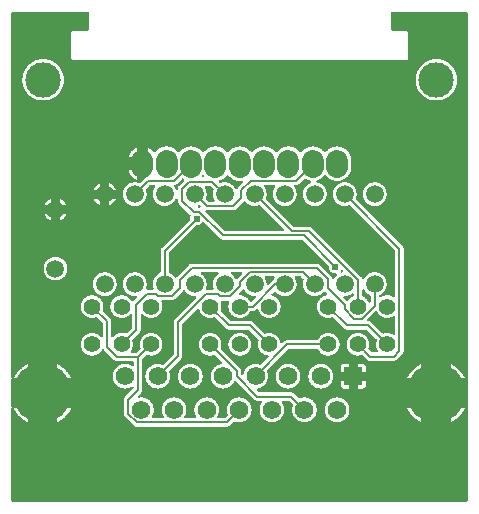
<source format=gbl>
G04 Layer: BottomLayer*
G04 EasyEDA v6.1.30, Wed, 24 Apr 2019 12:06:30 GMT*
G04 1882c7138d5742058a90b0890f8f2482,60359e8c93da465f92779765accd6680,10*
G04 Gerber Generator version 0.2*
G04 Scale: 100 percent, Rotated: No, Reflected: No *
G04 Dimensions in millimeters *
G04 leading zeros omitted , absolute positions ,3 integer and 3 decimal *
%FSLAX33Y33*%
%MOMM*%
G90*
G71D02*

%ADD11C,0.203200*%
%ADD13C,0.609600*%
%ADD14C,1.499997*%
%ADD15C,1.399997*%
%ADD16C,1.574800*%
%ADD17R,1.574800X1.574800*%
%ADD18C,4.999990*%
%ADD19C,2.999994*%
%ADD20C,1.899996*%

%LPD*%
G36*
G01X6729Y41729D02*
G01X370Y41729D01*
G01X356Y41728D01*
G01X342Y41725D01*
G01X328Y41720D01*
G01X315Y41713D01*
G01X304Y41704D01*
G01X294Y41694D01*
G01X285Y41682D01*
G01X278Y41670D01*
G01X273Y41656D01*
G01X270Y41642D01*
G01X269Y41628D01*
G01X269Y10810D01*
G01X270Y10793D01*
G01X274Y10778D01*
G01X280Y10763D01*
G01X289Y10749D01*
G01X300Y10737D01*
G01X312Y10726D01*
G01X326Y10718D01*
G01X312Y10710D01*
G01X300Y10700D01*
G01X289Y10687D01*
G01X280Y10674D01*
G01X274Y10659D01*
G01X270Y10643D01*
G01X269Y10627D01*
G01X269Y8330D01*
G01X270Y8314D01*
G01X274Y8298D01*
G01X280Y8283D01*
G01X289Y8269D01*
G01X300Y8257D01*
G01X312Y8247D01*
G01X326Y8238D01*
G01X312Y8230D01*
G01X300Y8220D01*
G01X289Y8208D01*
G01X280Y8194D01*
G01X274Y8179D01*
G01X270Y8163D01*
G01X269Y8147D01*
G01X269Y370D01*
G01X270Y356D01*
G01X273Y342D01*
G01X278Y328D01*
G01X285Y315D01*
G01X294Y304D01*
G01X304Y294D01*
G01X315Y285D01*
G01X328Y278D01*
G01X342Y273D01*
G01X356Y270D01*
G01X370Y269D01*
G01X38798Y269D01*
G01X38812Y270D01*
G01X38827Y273D01*
G01X38840Y278D01*
G01X38853Y285D01*
G01X38864Y294D01*
G01X38875Y304D01*
G01X38883Y315D01*
G01X38890Y328D01*
G01X38895Y342D01*
G01X38898Y356D01*
G01X38900Y370D01*
G01X38900Y8245D01*
G01X38898Y8260D01*
G01X38895Y8274D01*
G01X38890Y8288D01*
G01X38895Y8301D01*
G01X38898Y8315D01*
G01X38900Y8330D01*
G01X38900Y10627D01*
G01X38898Y10641D01*
G01X38895Y10655D01*
G01X38890Y10669D01*
G01X38895Y10683D01*
G01X38898Y10697D01*
G01X38900Y10711D01*
G01X38900Y41628D01*
G01X38898Y41642D01*
G01X38895Y41656D01*
G01X38890Y41670D01*
G01X38883Y41682D01*
G01X38875Y41694D01*
G01X38864Y41704D01*
G01X38853Y41713D01*
G01X38840Y41720D01*
G01X38827Y41725D01*
G01X38812Y41728D01*
G01X38798Y41729D01*
G01X32470Y41729D01*
G01X32456Y41728D01*
G01X32442Y41725D01*
G01X32428Y41720D01*
G01X32415Y41713D01*
G01X32404Y41704D01*
G01X32394Y41694D01*
G01X32385Y41682D01*
G01X32378Y41670D01*
G01X32373Y41656D01*
G01X32370Y41642D01*
G01X32369Y41628D01*
G01X32369Y40269D01*
G01X32370Y40255D01*
G01X32373Y40241D01*
G01X32378Y40227D01*
G01X32385Y40214D01*
G01X32394Y40203D01*
G01X32404Y40192D01*
G01X32415Y40184D01*
G01X32428Y40177D01*
G01X32442Y40172D01*
G01X32456Y40169D01*
G01X32470Y40168D01*
G01X33600Y40168D01*
G01X33623Y40167D01*
G01X33646Y40164D01*
G01X33669Y40158D01*
G01X33692Y40151D01*
G01X33713Y40142D01*
G01X33734Y40132D01*
G01X33754Y40119D01*
G01X33773Y40105D01*
G01X33790Y40089D01*
G01X33806Y40071D01*
G01X33820Y40053D01*
G01X33833Y40033D01*
G01X33844Y40012D01*
G01X33853Y39990D01*
G01X33860Y39968D01*
G01X33865Y39945D01*
G01X33868Y39922D01*
G01X33869Y39898D01*
G01X33869Y37898D01*
G01X33868Y37875D01*
G01X33865Y37852D01*
G01X33860Y37829D01*
G01X33853Y37806D01*
G01X33844Y37785D01*
G01X33833Y37764D01*
G01X33820Y37744D01*
G01X33806Y37725D01*
G01X33790Y37708D01*
G01X33773Y37692D01*
G01X33754Y37678D01*
G01X33734Y37665D01*
G01X33713Y37654D01*
G01X33692Y37645D01*
G01X33669Y37638D01*
G01X33646Y37633D01*
G01X33623Y37630D01*
G01X33600Y37629D01*
G01X5600Y37630D01*
G01X5577Y37631D01*
G01X5553Y37634D01*
G01X5531Y37639D01*
G01X5508Y37646D01*
G01X5486Y37655D01*
G01X5466Y37666D01*
G01X5446Y37678D01*
G01X5427Y37693D01*
G01X5410Y37708D01*
G01X5394Y37726D01*
G01X5380Y37744D01*
G01X5367Y37764D01*
G01X5356Y37785D01*
G01X5347Y37807D01*
G01X5340Y37829D01*
G01X5335Y37852D01*
G01X5332Y37875D01*
G01X5331Y37899D01*
G01X5330Y39898D01*
G01X5331Y39922D01*
G01X5334Y39945D01*
G01X5339Y39968D01*
G01X5355Y40012D01*
G01X5366Y40033D01*
G01X5379Y40053D01*
G01X5393Y40071D01*
G01X5409Y40089D01*
G01X5426Y40105D01*
G01X5445Y40119D01*
G01X5465Y40132D01*
G01X5486Y40142D01*
G01X5507Y40151D01*
G01X5530Y40158D01*
G01X5553Y40164D01*
G01X5576Y40167D01*
G01X5600Y40168D01*
G01X6728Y40167D01*
G01X6743Y40168D01*
G01X6757Y40171D01*
G01X6770Y40176D01*
G01X6783Y40183D01*
G01X6795Y40192D01*
G01X6805Y40202D01*
G01X6814Y40214D01*
G01X6826Y40240D01*
G01X6829Y40254D01*
G01X6830Y40269D01*
G01X6830Y41628D01*
G01X6829Y41642D01*
G01X6826Y41656D01*
G01X6821Y41670D01*
G01X6814Y41682D01*
G01X6805Y41694D01*
G01X6795Y41704D01*
G01X6783Y41713D01*
G01X6771Y41720D01*
G01X6757Y41725D01*
G01X6743Y41728D01*
G01X6729Y41729D01*
G37*

%LPC*%
G36*
G01X13460Y30354D02*
G01X13410Y30355D01*
G01X13361Y30354D01*
G01X13311Y30351D01*
G01X13261Y30346D01*
G01X13212Y30338D01*
G01X13163Y30329D01*
G01X13115Y30318D01*
G01X13067Y30305D01*
G01X13019Y30290D01*
G01X12972Y30273D01*
G01X12926Y30253D01*
G01X12881Y30233D01*
G01X12837Y30210D01*
G01X12793Y30185D01*
G01X12751Y30159D01*
G01X12710Y30131D01*
G01X12670Y30101D01*
G01X12631Y30070D01*
G01X12594Y30037D01*
G01X12558Y30002D01*
G01X12524Y29966D01*
G01X12491Y29929D01*
G01X12459Y29890D01*
G01X12449Y29879D01*
G01X12437Y29869D01*
G01X12424Y29862D01*
G01X12409Y29856D01*
G01X12394Y29852D01*
G01X12379Y29851D01*
G01X12364Y29852D01*
G01X12349Y29856D01*
G01X12334Y29862D01*
G01X12321Y29869D01*
G01X12309Y29879D01*
G01X12299Y29890D01*
G01X12267Y29930D01*
G01X12233Y29968D01*
G01X12198Y30004D01*
G01X12161Y30039D01*
G01X12123Y30072D01*
G01X12084Y30104D01*
G01X12043Y30134D01*
G01X12001Y30162D01*
G01X11958Y30189D01*
G01X11914Y30214D01*
G01X11869Y30237D01*
G01X11822Y30257D01*
G01X11822Y29475D01*
G01X12122Y29475D01*
G01X12136Y29474D01*
G01X12150Y29471D01*
G01X12164Y29466D01*
G01X12177Y29459D01*
G01X12188Y29450D01*
G01X12199Y29440D01*
G01X12207Y29428D01*
G01X12214Y29416D01*
G01X12219Y29402D01*
G01X12222Y29388D01*
G01X12223Y29373D01*
G01X12222Y29356D01*
G01X12214Y29304D01*
G01X12208Y29253D01*
G01X12205Y29200D01*
G01X12204Y29148D01*
G01X12204Y28648D01*
G01X12205Y28596D01*
G01X12208Y28544D01*
G01X12214Y28492D01*
G01X12222Y28441D01*
G01X12223Y28423D01*
G01X12222Y28409D01*
G01X12219Y28395D01*
G01X12214Y28381D01*
G01X12207Y28368D01*
G01X12199Y28357D01*
G01X12188Y28346D01*
G01X12177Y28338D01*
G01X12164Y28331D01*
G01X12150Y28326D01*
G01X12136Y28323D01*
G01X12122Y28322D01*
G01X11822Y28322D01*
G01X11822Y27872D01*
G01X11821Y27856D01*
G01X11818Y27841D01*
G01X11812Y27827D01*
G01X11804Y27814D01*
G01X11794Y27802D01*
G01X11783Y27791D01*
G01X11770Y27783D01*
G01X11756Y27776D01*
G01X11741Y27772D01*
G01X11712Y27765D01*
G01X11684Y27755D01*
G01X11657Y27744D01*
G01X11630Y27729D01*
G01X11605Y27713D01*
G01X11582Y27695D01*
G01X11560Y27675D01*
G01X11176Y27291D01*
G01X11170Y27284D01*
G01X11158Y27274D01*
G01X11144Y27266D01*
G01X11129Y27260D01*
G01X11114Y27256D01*
G01X11098Y27255D01*
G01X11080Y27256D01*
G01X11062Y27261D01*
G01X10999Y27283D01*
G01X10952Y27295D01*
G01X10904Y27306D01*
G01X10856Y27314D01*
G01X10807Y27320D01*
G01X10758Y27324D01*
G01X10709Y27325D01*
G01X10663Y27324D01*
G01X10617Y27321D01*
G01X10570Y27315D01*
G01X10524Y27308D01*
G01X10479Y27298D01*
G01X10434Y27287D01*
G01X10390Y27273D01*
G01X10346Y27257D01*
G01X10303Y27239D01*
G01X10261Y27219D01*
G01X10220Y27198D01*
G01X10180Y27174D01*
G01X10141Y27149D01*
G01X10103Y27122D01*
G01X10066Y27093D01*
G01X10031Y27062D01*
G01X9998Y27030D01*
G01X9966Y26997D01*
G01X9935Y26961D01*
G01X9906Y26925D01*
G01X9879Y26887D01*
G01X9854Y26848D01*
G01X9830Y26808D01*
G01X9808Y26767D01*
G01X9789Y26725D01*
G01X9771Y26682D01*
G01X9755Y26638D01*
G01X9741Y26594D01*
G01X9730Y26549D01*
G01X9720Y26503D01*
G01X9713Y26458D01*
G01X9707Y26411D01*
G01X9704Y26365D01*
G01X9703Y26318D01*
G01X9704Y26272D01*
G01X9707Y26226D01*
G01X9713Y26179D01*
G01X9720Y26134D01*
G01X9730Y26088D01*
G01X9741Y26043D01*
G01X9755Y25999D01*
G01X9771Y25955D01*
G01X9789Y25912D01*
G01X9808Y25870D01*
G01X9830Y25829D01*
G01X9854Y25789D01*
G01X9879Y25750D01*
G01X9906Y25712D01*
G01X9935Y25675D01*
G01X9966Y25640D01*
G01X9998Y25607D01*
G01X10031Y25575D01*
G01X10066Y25544D01*
G01X10103Y25515D01*
G01X10141Y25488D01*
G01X10180Y25463D01*
G01X10220Y25439D01*
G01X10261Y25417D01*
G01X10303Y25398D01*
G01X10346Y25380D01*
G01X10390Y25364D01*
G01X10434Y25350D01*
G01X10479Y25339D01*
G01X10524Y25329D01*
G01X10570Y25322D01*
G01X10617Y25316D01*
G01X10663Y25313D01*
G01X10709Y25312D01*
G01X10756Y25313D01*
G01X10802Y25316D01*
G01X10848Y25322D01*
G01X10894Y25329D01*
G01X10940Y25339D01*
G01X10985Y25350D01*
G01X11029Y25364D01*
G01X11073Y25380D01*
G01X11116Y25398D01*
G01X11158Y25417D01*
G01X11199Y25439D01*
G01X11239Y25463D01*
G01X11278Y25488D01*
G01X11316Y25515D01*
G01X11352Y25544D01*
G01X11388Y25575D01*
G01X11421Y25607D01*
G01X11453Y25640D01*
G01X11484Y25675D01*
G01X11513Y25712D01*
G01X11540Y25750D01*
G01X11565Y25789D01*
G01X11589Y25829D01*
G01X11610Y25870D01*
G01X11630Y25912D01*
G01X11648Y25955D01*
G01X11664Y25999D01*
G01X11678Y26043D01*
G01X11689Y26088D01*
G01X11699Y26134D01*
G01X11706Y26179D01*
G01X11712Y26226D01*
G01X11715Y26272D01*
G01X11716Y26318D01*
G01X11715Y26370D01*
G01X11711Y26421D01*
G01X11704Y26472D01*
G01X11695Y26522D01*
G01X11683Y26572D01*
G01X11669Y26622D01*
G01X11652Y26670D01*
G01X11648Y26688D01*
G01X11646Y26706D01*
G01X11647Y26722D01*
G01X11651Y26737D01*
G01X11657Y26752D01*
G01X11665Y26766D01*
G01X11676Y26778D01*
G01X11932Y27033D01*
G01X11944Y27044D01*
G01X11957Y27052D01*
G01X11972Y27058D01*
G01X11988Y27062D01*
G01X12003Y27063D01*
G01X12347Y27063D01*
G01X12361Y27062D01*
G01X12376Y27059D01*
G01X12389Y27054D01*
G01X12402Y27047D01*
G01X12414Y27038D01*
G01X12424Y27028D01*
G01X12432Y27017D01*
G01X12439Y27004D01*
G01X12444Y26990D01*
G01X12448Y26976D01*
G01X12449Y26962D01*
G01X12447Y26946D01*
G01X12444Y26931D01*
G01X12438Y26916D01*
G01X12430Y26903D01*
G01X12403Y26863D01*
G01X12378Y26822D01*
G01X12355Y26780D01*
G01X12334Y26737D01*
G01X12315Y26693D01*
G01X12298Y26648D01*
G01X12284Y26602D01*
G01X12271Y26556D01*
G01X12261Y26509D01*
G01X12253Y26462D01*
G01X12247Y26414D01*
G01X12244Y26366D01*
G01X12243Y26318D01*
G01X12244Y26272D01*
G01X12247Y26226D01*
G01X12253Y26179D01*
G01X12260Y26134D01*
G01X12270Y26088D01*
G01X12281Y26043D01*
G01X12295Y25999D01*
G01X12311Y25955D01*
G01X12329Y25912D01*
G01X12348Y25870D01*
G01X12370Y25829D01*
G01X12394Y25789D01*
G01X12419Y25750D01*
G01X12446Y25712D01*
G01X12475Y25675D01*
G01X12506Y25640D01*
G01X12538Y25607D01*
G01X12571Y25575D01*
G01X12606Y25544D01*
G01X12643Y25515D01*
G01X12681Y25488D01*
G01X12720Y25463D01*
G01X12760Y25439D01*
G01X12801Y25417D01*
G01X12843Y25398D01*
G01X12886Y25380D01*
G01X12930Y25364D01*
G01X12974Y25350D01*
G01X13019Y25339D01*
G01X13064Y25329D01*
G01X13110Y25322D01*
G01X13157Y25316D01*
G01X13203Y25313D01*
G01X13249Y25312D01*
G01X13296Y25313D01*
G01X13342Y25316D01*
G01X13387Y25321D01*
G01X13433Y25329D01*
G01X13478Y25338D01*
G01X13523Y25350D01*
G01X13567Y25363D01*
G01X13610Y25379D01*
G01X13653Y25396D01*
G01X13695Y25416D01*
G01X13736Y25437D01*
G01X13776Y25460D01*
G01X13814Y25485D01*
G01X13852Y25512D01*
G01X13888Y25541D01*
G01X13923Y25571D01*
G01X13957Y25602D01*
G01X13989Y25636D01*
G01X14019Y25670D01*
G01X14048Y25706D01*
G01X14075Y25743D01*
G01X14101Y25782D01*
G01X14125Y25821D01*
G01X14147Y25862D01*
G01X14166Y25904D01*
G01X14173Y25916D01*
G01X14182Y25928D01*
G01X14192Y25938D01*
G01X14204Y25947D01*
G01X14217Y25954D01*
G01X14230Y25959D01*
G01X14245Y25962D01*
G01X14259Y25963D01*
G01X14274Y25962D01*
G01X14288Y25959D01*
G01X14301Y25954D01*
G01X14314Y25947D01*
G01X14326Y25939D01*
G01X14336Y25928D01*
G01X14345Y25917D01*
G01X14351Y25904D01*
G01X14357Y25890D01*
G01X14360Y25876D01*
G01X14361Y25862D01*
G01X14361Y25773D01*
G01X14362Y25745D01*
G01X14365Y25717D01*
G01X14371Y25689D01*
G01X14378Y25662D01*
G01X14388Y25636D01*
G01X14400Y25610D01*
G01X14414Y25585D01*
G01X14429Y25562D01*
G01X14447Y25540D01*
G01X14466Y25519D01*
G01X15415Y24573D01*
G01X15425Y24561D01*
G01X15434Y24547D01*
G01X15440Y24532D01*
G01X15444Y24517D01*
G01X15445Y24501D01*
G01X15443Y24480D01*
G01X15437Y24461D01*
G01X15423Y24426D01*
G01X15412Y24390D01*
G01X15403Y24353D01*
G01X15397Y24316D01*
G01X15393Y24279D01*
G01X15392Y24241D01*
G01X15392Y24229D01*
G01X15391Y24213D01*
G01X15387Y24197D01*
G01X15381Y24182D01*
G01X15373Y24169D01*
G01X15362Y24157D01*
G01X12997Y21792D01*
G01X12978Y21771D01*
G01X12961Y21749D01*
G01X12945Y21726D01*
G01X12932Y21701D01*
G01X12920Y21676D01*
G01X12910Y21649D01*
G01X12902Y21622D01*
G01X12897Y21595D01*
G01X12894Y21567D01*
G01X12893Y21539D01*
G01X12893Y19707D01*
G01X12892Y19693D01*
G01X12888Y19679D01*
G01X12883Y19665D01*
G01X12876Y19652D01*
G01X12868Y19641D01*
G01X12857Y19630D01*
G01X12846Y19622D01*
G01X12833Y19615D01*
G01X12791Y19595D01*
G01X12751Y19573D01*
G01X12711Y19549D01*
G01X12673Y19524D01*
G01X12636Y19496D01*
G01X12600Y19468D01*
G01X12566Y19437D01*
G01X12532Y19405D01*
G01X12501Y19371D01*
G01X12471Y19336D01*
G01X12443Y19300D01*
G01X12416Y19263D01*
G01X12391Y19224D01*
G01X12368Y19184D01*
G01X12346Y19143D01*
G01X12327Y19101D01*
G01X12310Y19059D01*
G01X12294Y19015D01*
G01X12281Y18971D01*
G01X12269Y18927D01*
G01X12260Y18882D01*
G01X12252Y18836D01*
G01X12247Y18790D01*
G01X12244Y18745D01*
G01X12243Y18698D01*
G01X12244Y18651D01*
G01X12247Y18603D01*
G01X12253Y18555D01*
G01X12261Y18508D01*
G01X12271Y18461D01*
G01X12284Y18415D01*
G01X12298Y18369D01*
G01X12303Y18353D01*
G01X12304Y18336D01*
G01X12303Y18321D01*
G01X12300Y18307D01*
G01X12295Y18294D01*
G01X12288Y18281D01*
G01X12279Y18269D01*
G01X12269Y18259D01*
G01X12257Y18250D01*
G01X12245Y18243D01*
G01X12231Y18238D01*
G01X12217Y18235D01*
G01X12202Y18234D01*
G01X11757Y18234D01*
G01X11742Y18235D01*
G01X11728Y18238D01*
G01X11714Y18243D01*
G01X11702Y18250D01*
G01X11690Y18259D01*
G01X11680Y18269D01*
G01X11671Y18281D01*
G01X11664Y18294D01*
G01X11659Y18307D01*
G01X11656Y18321D01*
G01X11655Y18336D01*
G01X11656Y18353D01*
G01X11661Y18369D01*
G01X11675Y18415D01*
G01X11688Y18461D01*
G01X11698Y18508D01*
G01X11706Y18555D01*
G01X11711Y18603D01*
G01X11715Y18651D01*
G01X11716Y18698D01*
G01X11715Y18745D01*
G01X11712Y18791D01*
G01X11706Y18838D01*
G01X11699Y18883D01*
G01X11689Y18929D01*
G01X11678Y18974D01*
G01X11664Y19018D01*
G01X11648Y19062D01*
G01X11630Y19105D01*
G01X11610Y19147D01*
G01X11589Y19188D01*
G01X11565Y19228D01*
G01X11540Y19267D01*
G01X11513Y19305D01*
G01X11484Y19341D01*
G01X11453Y19377D01*
G01X11421Y19410D01*
G01X11388Y19442D01*
G01X11352Y19473D01*
G01X11316Y19502D01*
G01X11278Y19529D01*
G01X11239Y19554D01*
G01X11199Y19578D01*
G01X11158Y19599D01*
G01X11116Y19619D01*
G01X11073Y19637D01*
G01X11029Y19653D01*
G01X10985Y19667D01*
G01X10940Y19678D01*
G01X10894Y19688D01*
G01X10848Y19695D01*
G01X10802Y19701D01*
G01X10756Y19704D01*
G01X10709Y19705D01*
G01X10663Y19704D01*
G01X10617Y19701D01*
G01X10570Y19695D01*
G01X10524Y19688D01*
G01X10479Y19678D01*
G01X10434Y19667D01*
G01X10390Y19653D01*
G01X10346Y19637D01*
G01X10303Y19619D01*
G01X10261Y19599D01*
G01X10220Y19578D01*
G01X10180Y19554D01*
G01X10141Y19529D01*
G01X10103Y19502D01*
G01X10066Y19473D01*
G01X10031Y19442D01*
G01X9998Y19410D01*
G01X9966Y19377D01*
G01X9935Y19341D01*
G01X9906Y19305D01*
G01X9879Y19267D01*
G01X9854Y19228D01*
G01X9830Y19188D01*
G01X9808Y19147D01*
G01X9789Y19105D01*
G01X9771Y19062D01*
G01X9755Y19018D01*
G01X9741Y18974D01*
G01X9730Y18929D01*
G01X9720Y18883D01*
G01X9713Y18838D01*
G01X9707Y18791D01*
G01X9704Y18745D01*
G01X9703Y18698D01*
G01X9704Y18652D01*
G01X9707Y18606D01*
G01X9713Y18559D01*
G01X9720Y18514D01*
G01X9730Y18468D01*
G01X9741Y18423D01*
G01X9755Y18379D01*
G01X9771Y18335D01*
G01X9789Y18292D01*
G01X9808Y18250D01*
G01X9830Y18209D01*
G01X9854Y18169D01*
G01X9879Y18130D01*
G01X9906Y18092D01*
G01X9935Y18055D01*
G01X9966Y18020D01*
G01X9998Y17987D01*
G01X10031Y17955D01*
G01X10066Y17924D01*
G01X10103Y17895D01*
G01X10141Y17868D01*
G01X10180Y17843D01*
G01X10220Y17819D01*
G01X10261Y17797D01*
G01X10303Y17778D01*
G01X10346Y17760D01*
G01X10390Y17744D01*
G01X10434Y17730D01*
G01X10479Y17719D01*
G01X10524Y17709D01*
G01X10570Y17702D01*
G01X10617Y17696D01*
G01X10663Y17693D01*
G01X10709Y17692D01*
G01X10764Y17693D01*
G01X10830Y17699D01*
G01X10845Y17698D01*
G01X10859Y17694D01*
G01X10873Y17689D01*
G01X10885Y17682D01*
G01X10897Y17674D01*
G01X10907Y17663D01*
G01X10916Y17652D01*
G01X10923Y17639D01*
G01X10928Y17626D01*
G01X10931Y17611D01*
G01X10932Y17597D01*
G01X10931Y17581D01*
G01X10927Y17566D01*
G01X10921Y17551D01*
G01X10913Y17537D01*
G01X10902Y17525D01*
G01X10604Y17227D01*
G01X10592Y17216D01*
G01X10578Y17208D01*
G01X10563Y17202D01*
G01X10548Y17198D01*
G01X10532Y17197D01*
G01X10516Y17198D01*
G01X10501Y17202D01*
G01X10487Y17208D01*
G01X10473Y17216D01*
G01X10461Y17226D01*
G01X10451Y17237D01*
G01X10443Y17251D01*
G01X10420Y17290D01*
G01X10397Y17327D01*
G01X10371Y17364D01*
G01X10343Y17400D01*
G01X10314Y17434D01*
G01X10284Y17467D01*
G01X10252Y17498D01*
G01X10218Y17528D01*
G01X10183Y17556D01*
G01X10147Y17583D01*
G01X10110Y17607D01*
G01X10071Y17630D01*
G01X10032Y17652D01*
G01X9991Y17671D01*
G01X9950Y17688D01*
G01X9908Y17704D01*
G01X9865Y17717D01*
G01X9822Y17729D01*
G01X9778Y17738D01*
G01X9734Y17745D01*
G01X9689Y17751D01*
G01X9645Y17754D01*
G01X9600Y17755D01*
G01X9556Y17754D01*
G01X9511Y17751D01*
G01X9468Y17746D01*
G01X9424Y17739D01*
G01X9381Y17729D01*
G01X9338Y17718D01*
G01X9296Y17705D01*
G01X9254Y17690D01*
G01X9213Y17673D01*
G01X9173Y17655D01*
G01X9134Y17634D01*
G01X9096Y17612D01*
G01X9059Y17587D01*
G01X9023Y17562D01*
G01X8989Y17534D01*
G01X8955Y17505D01*
G01X8923Y17475D01*
G01X8893Y17443D01*
G01X8864Y17409D01*
G01X8836Y17375D01*
G01X8811Y17339D01*
G01X8786Y17302D01*
G01X8764Y17264D01*
G01X8743Y17225D01*
G01X8725Y17185D01*
G01X8708Y17144D01*
G01X8693Y17102D01*
G01X8680Y17060D01*
G01X8669Y17017D01*
G01X8659Y16974D01*
G01X8652Y16930D01*
G01X8647Y16887D01*
G01X8644Y16842D01*
G01X8643Y16798D01*
G01X8644Y16754D01*
G01X8647Y16710D01*
G01X8652Y16666D01*
G01X8659Y16623D01*
G01X8669Y16579D01*
G01X8680Y16537D01*
G01X8693Y16494D01*
G01X8708Y16453D01*
G01X8725Y16412D01*
G01X8743Y16372D01*
G01X8764Y16333D01*
G01X8786Y16295D01*
G01X8811Y16258D01*
G01X8836Y16222D01*
G01X8864Y16187D01*
G01X8893Y16154D01*
G01X8923Y16122D01*
G01X8955Y16091D01*
G01X8989Y16062D01*
G01X9023Y16035D01*
G01X9059Y16009D01*
G01X9096Y15985D01*
G01X9134Y15963D01*
G01X9173Y15942D01*
G01X9213Y15923D01*
G01X9254Y15906D01*
G01X9296Y15891D01*
G01X9338Y15878D01*
G01X9381Y15867D01*
G01X9424Y15858D01*
G01X9468Y15851D01*
G01X9511Y15846D01*
G01X9556Y15843D01*
G01X9600Y15842D01*
G01X9645Y15843D01*
G01X9689Y15846D01*
G01X9734Y15851D01*
G01X9778Y15859D01*
G01X9822Y15868D01*
G01X9865Y15879D01*
G01X9908Y15893D01*
G01X9950Y15908D01*
G01X9992Y15926D01*
G01X10032Y15945D01*
G01X10072Y15966D01*
G01X10110Y15989D01*
G01X10147Y16014D01*
G01X10184Y16041D01*
G01X10219Y16069D01*
G01X10252Y16099D01*
G01X10284Y16130D01*
G01X10315Y16163D01*
G01X10327Y16175D01*
G01X10341Y16184D01*
G01X10357Y16191D01*
G01X10374Y16196D01*
G01X10391Y16197D01*
G01X10405Y16196D01*
G01X10419Y16193D01*
G01X10433Y16188D01*
G01X10446Y16181D01*
G01X10457Y16172D01*
G01X10467Y16162D01*
G01X10476Y16150D01*
G01X10483Y16138D01*
G01X10488Y16124D01*
G01X10491Y16110D01*
G01X10492Y16095D01*
G01X10492Y15039D01*
G01X10491Y15023D01*
G01X10487Y15007D01*
G01X10481Y14993D01*
G01X10473Y14979D01*
G01X10462Y14967D01*
G01X10021Y14525D01*
G01X10009Y14515D01*
G01X9995Y14507D01*
G01X9980Y14501D01*
G01X9965Y14497D01*
G01X9949Y14496D01*
G01X9932Y14497D01*
G01X9916Y14501D01*
G01X9872Y14515D01*
G01X9827Y14527D01*
G01X9782Y14537D01*
G01X9737Y14545D01*
G01X9692Y14551D01*
G01X9646Y14554D01*
G01X9600Y14555D01*
G01X9555Y14554D01*
G01X9510Y14551D01*
G01X9466Y14546D01*
G01X9422Y14538D01*
G01X9378Y14529D01*
G01X9335Y14518D01*
G01X9292Y14504D01*
G01X9250Y14489D01*
G01X9209Y14472D01*
G01X9169Y14452D01*
G01X9129Y14431D01*
G01X9091Y14408D01*
G01X9054Y14384D01*
G01X9017Y14357D01*
G01X8983Y14329D01*
G01X8949Y14300D01*
G01X8917Y14268D01*
G01X8887Y14236D01*
G01X8874Y14224D01*
G01X8860Y14215D01*
G01X8844Y14208D01*
G01X8828Y14203D01*
G01X8811Y14202D01*
G01X8796Y14203D01*
G01X8782Y14206D01*
G01X8769Y14211D01*
G01X8756Y14218D01*
G01X8744Y14227D01*
G01X8734Y14237D01*
G01X8725Y14249D01*
G01X8718Y14261D01*
G01X8713Y14275D01*
G01X8710Y14289D01*
G01X8709Y14304D01*
G01X8709Y15547D01*
G01X8708Y15575D01*
G01X8705Y15603D01*
G01X8699Y15630D01*
G01X8692Y15658D01*
G01X8682Y15684D01*
G01X8670Y15709D01*
G01X8656Y15734D01*
G01X8641Y15757D01*
G01X8623Y15779D01*
G01X8604Y15800D01*
G01X8027Y16378D01*
G01X8016Y16390D01*
G01X8008Y16403D01*
G01X8002Y16418D01*
G01X7998Y16434D01*
G01X7997Y16449D01*
G01X7998Y16466D01*
G01X8003Y16483D01*
G01X8017Y16527D01*
G01X8029Y16571D01*
G01X8039Y16616D01*
G01X8046Y16661D01*
G01X8052Y16707D01*
G01X8055Y16752D01*
G01X8056Y16798D01*
G01X8055Y16842D01*
G01X8052Y16887D01*
G01X8047Y16930D01*
G01X8040Y16974D01*
G01X8031Y17017D01*
G01X8020Y17060D01*
G01X8007Y17102D01*
G01X7992Y17144D01*
G01X7975Y17185D01*
G01X7956Y17225D01*
G01X7935Y17264D01*
G01X7913Y17302D01*
G01X7889Y17339D01*
G01X7863Y17375D01*
G01X7835Y17409D01*
G01X7806Y17443D01*
G01X7776Y17475D01*
G01X7744Y17505D01*
G01X7711Y17534D01*
G01X7676Y17562D01*
G01X7640Y17587D01*
G01X7603Y17612D01*
G01X7565Y17634D01*
G01X7526Y17655D01*
G01X7486Y17673D01*
G01X7445Y17690D01*
G01X7404Y17705D01*
G01X7361Y17718D01*
G01X7319Y17729D01*
G01X7275Y17739D01*
G01X7232Y17746D01*
G01X7188Y17751D01*
G01X7144Y17754D01*
G01X7100Y17755D01*
G01X7055Y17754D01*
G01X7011Y17751D01*
G01X6967Y17746D01*
G01X6924Y17739D01*
G01X6881Y17729D01*
G01X6838Y17718D01*
G01X6796Y17705D01*
G01X6754Y17690D01*
G01X6713Y17673D01*
G01X6673Y17655D01*
G01X6634Y17634D01*
G01X6596Y17612D01*
G01X6559Y17587D01*
G01X6523Y17562D01*
G01X6488Y17534D01*
G01X6455Y17505D01*
G01X6423Y17475D01*
G01X6393Y17443D01*
G01X6364Y17409D01*
G01X6336Y17375D01*
G01X6310Y17339D01*
G01X6286Y17302D01*
G01X6264Y17264D01*
G01X6243Y17225D01*
G01X6225Y17185D01*
G01X6208Y17144D01*
G01X6193Y17102D01*
G01X6180Y17060D01*
G01X6168Y17017D01*
G01X6159Y16974D01*
G01X6152Y16930D01*
G01X6147Y16887D01*
G01X6144Y16842D01*
G01X6143Y16798D01*
G01X6144Y16754D01*
G01X6147Y16710D01*
G01X6152Y16666D01*
G01X6159Y16623D01*
G01X6168Y16579D01*
G01X6180Y16537D01*
G01X6193Y16494D01*
G01X6208Y16453D01*
G01X6225Y16412D01*
G01X6243Y16372D01*
G01X6264Y16333D01*
G01X6286Y16295D01*
G01X6310Y16258D01*
G01X6336Y16222D01*
G01X6364Y16187D01*
G01X6393Y16154D01*
G01X6423Y16122D01*
G01X6455Y16091D01*
G01X6488Y16062D01*
G01X6523Y16035D01*
G01X6559Y16009D01*
G01X6596Y15985D01*
G01X6634Y15963D01*
G01X6673Y15942D01*
G01X6713Y15923D01*
G01X6754Y15906D01*
G01X6796Y15891D01*
G01X6838Y15878D01*
G01X6881Y15867D01*
G01X6924Y15858D01*
G01X6967Y15851D01*
G01X7011Y15846D01*
G01X7055Y15843D01*
G01X7100Y15842D01*
G01X7145Y15843D01*
G01X7191Y15846D01*
G01X7237Y15852D01*
G01X7282Y15859D01*
G01X7327Y15869D01*
G01X7371Y15881D01*
G01X7415Y15895D01*
G01X7431Y15899D01*
G01X7448Y15901D01*
G01X7464Y15900D01*
G01X7480Y15896D01*
G01X7495Y15890D01*
G01X7508Y15882D01*
G01X7520Y15871D01*
G01X7963Y15428D01*
G01X7973Y15416D01*
G01X7982Y15403D01*
G01X7988Y15388D01*
G01X7992Y15372D01*
G01X7993Y15356D01*
G01X7993Y14300D01*
G01X7992Y14286D01*
G01X7989Y14272D01*
G01X7984Y14258D01*
G01X7977Y14246D01*
G01X7968Y14234D01*
G01X7958Y14224D01*
G01X7946Y14215D01*
G01X7933Y14208D01*
G01X7920Y14203D01*
G01X7906Y14200D01*
G01X7891Y14199D01*
G01X7874Y14200D01*
G01X7858Y14205D01*
G01X7842Y14212D01*
G01X7828Y14221D01*
G01X7815Y14233D01*
G01X7785Y14266D01*
G01X7753Y14297D01*
G01X7719Y14327D01*
G01X7684Y14356D01*
G01X7648Y14382D01*
G01X7611Y14407D01*
G01X7572Y14430D01*
G01X7532Y14451D01*
G01X7492Y14471D01*
G01X7451Y14488D01*
G01X7408Y14504D01*
G01X7366Y14517D01*
G01X7322Y14529D01*
G01X7278Y14538D01*
G01X7234Y14545D01*
G01X7189Y14551D01*
G01X7144Y14554D01*
G01X7100Y14555D01*
G01X7055Y14554D01*
G01X7011Y14551D01*
G01X6967Y14546D01*
G01X6924Y14539D01*
G01X6881Y14530D01*
G01X6838Y14518D01*
G01X6796Y14505D01*
G01X6754Y14490D01*
G01X6713Y14473D01*
G01X6673Y14455D01*
G01X6634Y14434D01*
G01X6596Y14412D01*
G01X6559Y14388D01*
G01X6523Y14362D01*
G01X6488Y14334D01*
G01X6455Y14305D01*
G01X6423Y14275D01*
G01X6393Y14243D01*
G01X6364Y14209D01*
G01X6336Y14175D01*
G01X6310Y14139D01*
G01X6286Y14102D01*
G01X6264Y14064D01*
G01X6243Y14025D01*
G01X6225Y13985D01*
G01X6208Y13944D01*
G01X6193Y13902D01*
G01X6180Y13860D01*
G01X6168Y13817D01*
G01X6159Y13774D01*
G01X6152Y13731D01*
G01X6147Y13687D01*
G01X6144Y13643D01*
G01X6143Y13598D01*
G01X6144Y13554D01*
G01X6147Y13510D01*
G01X6152Y13466D01*
G01X6159Y13423D01*
G01X6168Y13379D01*
G01X6180Y13337D01*
G01X6193Y13294D01*
G01X6208Y13253D01*
G01X6225Y13212D01*
G01X6243Y13172D01*
G01X6264Y13133D01*
G01X6286Y13095D01*
G01X6310Y13058D01*
G01X6336Y13022D01*
G01X6364Y12987D01*
G01X6393Y12954D01*
G01X6423Y12922D01*
G01X6455Y12892D01*
G01X6488Y12863D01*
G01X6523Y12835D01*
G01X6559Y12809D01*
G01X6596Y12785D01*
G01X6634Y12763D01*
G01X6673Y12742D01*
G01X6713Y12723D01*
G01X6754Y12706D01*
G01X6796Y12691D01*
G01X6838Y12678D01*
G01X6881Y12667D01*
G01X6924Y12658D01*
G01X6967Y12651D01*
G01X7011Y12646D01*
G01X7055Y12643D01*
G01X7100Y12642D01*
G01X7145Y12643D01*
G01X7191Y12646D01*
G01X7236Y12652D01*
G01X7281Y12659D01*
G01X7326Y12669D01*
G01X7370Y12681D01*
G01X7414Y12695D01*
G01X7456Y12711D01*
G01X7498Y12729D01*
G01X7540Y12749D01*
G01X7580Y12771D01*
G01X7619Y12795D01*
G01X7656Y12821D01*
G01X7693Y12848D01*
G01X7728Y12877D01*
G01X7762Y12908D01*
G01X7794Y12941D01*
G01X7825Y12975D01*
G01X7854Y13010D01*
G01X7881Y13047D01*
G01X7906Y13085D01*
G01X7930Y13124D01*
G01X7939Y13136D01*
G01X7949Y13148D01*
G01X7961Y13157D01*
G01X7974Y13165D01*
G01X7988Y13170D01*
G01X8003Y13174D01*
G01X8018Y13175D01*
G01X8035Y13174D01*
G01X8051Y13170D01*
G01X8066Y13163D01*
G01X8079Y13154D01*
G01X8092Y13143D01*
G01X8097Y13138D01*
G01X8961Y12271D01*
G01X8982Y12252D01*
G01X9004Y12235D01*
G01X9027Y12219D01*
G01X9052Y12205D01*
G01X9077Y12193D01*
G01X9104Y12184D01*
G01X9131Y12176D01*
G01X9158Y12171D01*
G01X9186Y12167D01*
G01X9215Y12166D01*
G01X10538Y12166D01*
G01X10552Y12165D01*
G01X10567Y12162D01*
G01X10580Y12157D01*
G01X10593Y12150D01*
G01X10604Y12141D01*
G01X10615Y12131D01*
G01X10623Y12119D01*
G01X10630Y12107D01*
G01X10635Y12093D01*
G01X10639Y12079D01*
G01X10640Y12065D01*
G01X10640Y11850D01*
G01X10639Y11835D01*
G01X10635Y11821D01*
G01X10630Y11807D01*
G01X10623Y11795D01*
G01X10615Y11783D01*
G01X10604Y11773D01*
G01X10593Y11764D01*
G01X10580Y11757D01*
G01X10567Y11752D01*
G01X10552Y11749D01*
G01X10538Y11748D01*
G01X10523Y11749D01*
G01X10508Y11752D01*
G01X10494Y11758D01*
G01X10481Y11765D01*
G01X10441Y11791D01*
G01X10400Y11814D01*
G01X10358Y11836D01*
G01X10315Y11856D01*
G01X10271Y11874D01*
G01X10226Y11890D01*
G01X10181Y11904D01*
G01X10135Y11915D01*
G01X10088Y11925D01*
G01X10042Y11933D01*
G01X9994Y11938D01*
G01X9947Y11941D01*
G01X9900Y11942D01*
G01X9853Y11941D01*
G01X9806Y11938D01*
G01X9760Y11933D01*
G01X9713Y11926D01*
G01X9667Y11916D01*
G01X9622Y11905D01*
G01X9577Y11891D01*
G01X9533Y11876D01*
G01X9489Y11858D01*
G01X9447Y11839D01*
G01X9405Y11818D01*
G01X9364Y11795D01*
G01X9325Y11770D01*
G01X9286Y11743D01*
G01X9249Y11715D01*
G01X9213Y11685D01*
G01X9178Y11653D01*
G01X9145Y11620D01*
G01X9113Y11585D01*
G01X9083Y11549D01*
G01X9055Y11512D01*
G01X9028Y11473D01*
G01X9003Y11434D01*
G01X8980Y11393D01*
G01X8959Y11351D01*
G01X8940Y11309D01*
G01X8922Y11265D01*
G01X8907Y11221D01*
G01X8893Y11176D01*
G01X8882Y11131D01*
G01X8872Y11085D01*
G01X8865Y11039D01*
G01X8860Y10992D01*
G01X8857Y10945D01*
G01X8856Y10898D01*
G01X8857Y10852D01*
G01X8860Y10805D01*
G01X8865Y10758D01*
G01X8872Y10712D01*
G01X8882Y10666D01*
G01X8893Y10621D01*
G01X8907Y10576D01*
G01X8922Y10532D01*
G01X8940Y10488D01*
G01X8959Y10445D01*
G01X8980Y10404D01*
G01X9003Y10363D01*
G01X9028Y10323D01*
G01X9055Y10285D01*
G01X9083Y10248D01*
G01X9113Y10212D01*
G01X9145Y10177D01*
G01X9178Y10144D01*
G01X9213Y10112D01*
G01X9249Y10082D01*
G01X9286Y10054D01*
G01X9325Y10027D01*
G01X9364Y10002D01*
G01X9405Y9979D01*
G01X9447Y9958D01*
G01X9489Y9938D01*
G01X9533Y9921D01*
G01X9577Y9906D01*
G01X9622Y9892D01*
G01X9667Y9881D01*
G01X9713Y9871D01*
G01X9760Y9864D01*
G01X9806Y9859D01*
G01X9853Y9855D01*
G01X9900Y9854D01*
G01X9949Y9856D01*
G01X9998Y9859D01*
G01X10046Y9865D01*
G01X10095Y9873D01*
G01X10143Y9883D01*
G01X10190Y9896D01*
G01X10237Y9910D01*
G01X10283Y9927D01*
G01X10328Y9946D01*
G01X10372Y9968D01*
G01X10416Y9991D01*
G01X10458Y10016D01*
G01X10475Y10025D01*
G01X10493Y10030D01*
G01X10512Y10032D01*
G01X10526Y10031D01*
G01X10541Y10028D01*
G01X10554Y10023D01*
G01X10567Y10016D01*
G01X10578Y10007D01*
G01X10589Y9997D01*
G01X10597Y9985D01*
G01X10604Y9972D01*
G01X10609Y9959D01*
G01X10612Y9945D01*
G01X10614Y9930D01*
G01X10612Y9914D01*
G01X10609Y9899D01*
G01X10602Y9884D01*
G01X10594Y9870D01*
G01X10584Y9858D01*
G01X9899Y9173D01*
G01X9880Y9153D01*
G01X9862Y9130D01*
G01X9847Y9107D01*
G01X9833Y9083D01*
G01X9821Y9057D01*
G01X9811Y9031D01*
G01X9804Y9004D01*
G01X9798Y8976D01*
G01X9795Y8948D01*
G01X9794Y8920D01*
G01X9794Y7698D01*
G01X9795Y7670D01*
G01X9798Y7642D01*
G01X9804Y7615D01*
G01X9811Y7588D01*
G01X9821Y7561D01*
G01X9833Y7536D01*
G01X9846Y7511D01*
G01X9862Y7488D01*
G01X9879Y7466D01*
G01X9898Y7445D01*
G01X10614Y6727D01*
G01X10635Y6707D01*
G01X10657Y6690D01*
G01X10681Y6674D01*
G01X10705Y6660D01*
G01X10731Y6649D01*
G01X10757Y6639D01*
G01X10784Y6631D01*
G01X10812Y6626D01*
G01X10840Y6622D01*
G01X10868Y6621D01*
G01X18481Y6621D01*
G01X18509Y6622D01*
G01X18537Y6626D01*
G01X18564Y6631D01*
G01X18591Y6639D01*
G01X18618Y6649D01*
G01X18643Y6660D01*
G01X18668Y6674D01*
G01X18691Y6690D01*
G01X18713Y6707D01*
G01X18734Y6726D01*
G01X19071Y7063D01*
G01X19083Y7074D01*
G01X19097Y7082D01*
G01X19111Y7088D01*
G01X19127Y7092D01*
G01X19143Y7093D01*
G01X19162Y7091D01*
G01X19180Y7086D01*
G01X19225Y7069D01*
G01X19272Y7055D01*
G01X19319Y7043D01*
G01X19366Y7033D01*
G01X19414Y7025D01*
G01X19462Y7019D01*
G01X19511Y7016D01*
G01X19560Y7014D01*
G01X19606Y7016D01*
G01X19653Y7019D01*
G01X19700Y7024D01*
G01X19746Y7031D01*
G01X19792Y7041D01*
G01X19837Y7052D01*
G01X19882Y7066D01*
G01X19926Y7081D01*
G01X19970Y7098D01*
G01X20012Y7118D01*
G01X20054Y7139D01*
G01X20095Y7162D01*
G01X20135Y7187D01*
G01X20173Y7214D01*
G01X20210Y7242D01*
G01X20246Y7272D01*
G01X20281Y7304D01*
G01X20314Y7337D01*
G01X20346Y7372D01*
G01X20376Y7408D01*
G01X20404Y7445D01*
G01X20431Y7483D01*
G01X20456Y7523D01*
G01X20479Y7564D01*
G01X20500Y7605D01*
G01X20519Y7648D01*
G01X20537Y7692D01*
G01X20552Y7736D01*
G01X20566Y7781D01*
G01X20577Y7826D01*
G01X20587Y7872D01*
G01X20594Y7918D01*
G01X20599Y7965D01*
G01X20602Y8012D01*
G01X20603Y8058D01*
G01X20602Y8105D01*
G01X20599Y8152D01*
G01X20594Y8199D01*
G01X20587Y8245D01*
G01X20577Y8291D01*
G01X20566Y8336D01*
G01X20552Y8381D01*
G01X20537Y8425D01*
G01X20519Y8469D01*
G01X20500Y8511D01*
G01X20479Y8553D01*
G01X20456Y8594D01*
G01X20431Y8634D01*
G01X20404Y8672D01*
G01X20376Y8709D01*
G01X20346Y8745D01*
G01X20314Y8780D01*
G01X20281Y8813D01*
G01X20246Y8845D01*
G01X20210Y8875D01*
G01X20173Y8903D01*
G01X20135Y8930D01*
G01X20095Y8955D01*
G01X20054Y8978D01*
G01X20012Y8999D01*
G01X19970Y9018D01*
G01X19926Y9036D01*
G01X19882Y9051D01*
G01X19837Y9065D01*
G01X19792Y9076D01*
G01X19746Y9086D01*
G01X19700Y9093D01*
G01X19653Y9098D01*
G01X19606Y9101D01*
G01X19560Y9102D01*
G01X19513Y9101D01*
G01X19466Y9098D01*
G01X19419Y9093D01*
G01X19373Y9086D01*
G01X19327Y9076D01*
G01X19282Y9065D01*
G01X19237Y9051D01*
G01X19193Y9036D01*
G01X19149Y9018D01*
G01X19107Y8999D01*
G01X19065Y8978D01*
G01X19024Y8955D01*
G01X18984Y8930D01*
G01X18946Y8903D01*
G01X18909Y8875D01*
G01X18873Y8845D01*
G01X18838Y8813D01*
G01X18805Y8780D01*
G01X18773Y8745D01*
G01X18743Y8709D01*
G01X18715Y8672D01*
G01X18688Y8634D01*
G01X18663Y8594D01*
G01X18640Y8553D01*
G01X18619Y8511D01*
G01X18600Y8469D01*
G01X18582Y8425D01*
G01X18567Y8381D01*
G01X18553Y8336D01*
G01X18542Y8291D01*
G01X18532Y8245D01*
G01X18525Y8199D01*
G01X18520Y8152D01*
G01X18517Y8105D01*
G01X18516Y8058D01*
G01X18517Y8010D01*
G01X18520Y7961D01*
G01X18526Y7913D01*
G01X18534Y7865D01*
G01X18544Y7818D01*
G01X18556Y7771D01*
G01X18571Y7724D01*
G01X18587Y7679D01*
G01X18592Y7660D01*
G01X18594Y7642D01*
G01X18593Y7626D01*
G01X18589Y7610D01*
G01X18583Y7595D01*
G01X18575Y7582D01*
G01X18564Y7570D01*
G01X18362Y7367D01*
G01X18350Y7357D01*
G01X18336Y7349D01*
G01X18322Y7343D01*
G01X18306Y7339D01*
G01X18290Y7338D01*
G01X17763Y7338D01*
G01X17749Y7339D01*
G01X17735Y7342D01*
G01X17721Y7347D01*
G01X17708Y7354D01*
G01X17697Y7362D01*
G01X17687Y7373D01*
G01X17678Y7384D01*
G01X17671Y7397D01*
G01X17666Y7411D01*
G01X17663Y7425D01*
G01X17662Y7439D01*
G01X17663Y7454D01*
G01X17666Y7468D01*
G01X17671Y7481D01*
G01X17678Y7494D01*
G01X17704Y7537D01*
G01X17727Y7580D01*
G01X17749Y7625D01*
G01X17769Y7670D01*
G01X17786Y7717D01*
G01X17801Y7764D01*
G01X17814Y7812D01*
G01X17825Y7861D01*
G01X17833Y7910D01*
G01X17839Y7959D01*
G01X17842Y8009D01*
G01X17844Y8058D01*
G01X17842Y8105D01*
G01X17839Y8152D01*
G01X17834Y8199D01*
G01X17827Y8245D01*
G01X17817Y8291D01*
G01X17806Y8336D01*
G01X17792Y8381D01*
G01X17777Y8425D01*
G01X17759Y8469D01*
G01X17740Y8511D01*
G01X17719Y8553D01*
G01X17696Y8594D01*
G01X17671Y8634D01*
G01X17644Y8672D01*
G01X17616Y8709D01*
G01X17586Y8745D01*
G01X17554Y8780D01*
G01X17521Y8813D01*
G01X17486Y8845D01*
G01X17450Y8875D01*
G01X17413Y8903D01*
G01X17375Y8930D01*
G01X17335Y8955D01*
G01X17294Y8978D01*
G01X17253Y8999D01*
G01X17210Y9018D01*
G01X17166Y9036D01*
G01X17122Y9051D01*
G01X17077Y9065D01*
G01X17032Y9076D01*
G01X16986Y9086D01*
G01X16940Y9093D01*
G01X16893Y9098D01*
G01X16846Y9101D01*
G01X16800Y9102D01*
G01X16753Y9101D01*
G01X16706Y9098D01*
G01X16659Y9093D01*
G01X16613Y9086D01*
G01X16567Y9076D01*
G01X16522Y9065D01*
G01X16477Y9051D01*
G01X16433Y9036D01*
G01X16389Y9018D01*
G01X16347Y8999D01*
G01X16305Y8978D01*
G01X16264Y8955D01*
G01X16224Y8930D01*
G01X16186Y8903D01*
G01X16149Y8875D01*
G01X16113Y8845D01*
G01X16078Y8813D01*
G01X16045Y8780D01*
G01X16013Y8745D01*
G01X15983Y8709D01*
G01X15955Y8672D01*
G01X15928Y8634D01*
G01X15903Y8594D01*
G01X15880Y8553D01*
G01X15859Y8511D01*
G01X15840Y8469D01*
G01X15822Y8425D01*
G01X15807Y8381D01*
G01X15793Y8336D01*
G01X15782Y8291D01*
G01X15772Y8245D01*
G01X15765Y8199D01*
G01X15760Y8152D01*
G01X15757Y8105D01*
G01X15756Y8058D01*
G01X15757Y8009D01*
G01X15760Y7959D01*
G01X15766Y7910D01*
G01X15774Y7861D01*
G01X15785Y7812D01*
G01X15798Y7764D01*
G01X15813Y7717D01*
G01X15830Y7670D01*
G01X15850Y7625D01*
G01X15872Y7580D01*
G01X15895Y7537D01*
G01X15921Y7494D01*
G01X15928Y7481D01*
G01X15933Y7468D01*
G01X15936Y7454D01*
G01X15937Y7439D01*
G01X15936Y7425D01*
G01X15933Y7411D01*
G01X15928Y7397D01*
G01X15921Y7384D01*
G01X15913Y7373D01*
G01X15902Y7362D01*
G01X15891Y7354D01*
G01X15878Y7347D01*
G01X15864Y7342D01*
G01X15850Y7339D01*
G01X15836Y7338D01*
G01X15003Y7338D01*
G01X14989Y7339D01*
G01X14975Y7342D01*
G01X14961Y7347D01*
G01X14948Y7354D01*
G01X14937Y7362D01*
G01X14927Y7373D01*
G01X14918Y7384D01*
G01X14911Y7397D01*
G01X14906Y7411D01*
G01X14903Y7425D01*
G01X14902Y7439D01*
G01X14903Y7454D01*
G01X14906Y7468D01*
G01X14911Y7481D01*
G01X14918Y7494D01*
G01X14944Y7537D01*
G01X14968Y7580D01*
G01X14989Y7625D01*
G01X15009Y7670D01*
G01X15026Y7717D01*
G01X15041Y7764D01*
G01X15054Y7812D01*
G01X15065Y7861D01*
G01X15073Y7910D01*
G01X15079Y7959D01*
G01X15082Y8009D01*
G01X15084Y8058D01*
G01X15082Y8105D01*
G01X15079Y8152D01*
G01X15074Y8199D01*
G01X15067Y8245D01*
G01X15057Y8291D01*
G01X15046Y8336D01*
G01X15032Y8381D01*
G01X15017Y8425D01*
G01X15000Y8469D01*
G01X14980Y8511D01*
G01X14959Y8553D01*
G01X14936Y8594D01*
G01X14911Y8634D01*
G01X14884Y8672D01*
G01X14856Y8709D01*
G01X14826Y8745D01*
G01X14794Y8780D01*
G01X14761Y8813D01*
G01X14726Y8845D01*
G01X14690Y8875D01*
G01X14653Y8903D01*
G01X14615Y8930D01*
G01X14575Y8955D01*
G01X14534Y8978D01*
G01X14493Y8999D01*
G01X14450Y9018D01*
G01X14406Y9036D01*
G01X14362Y9051D01*
G01X14317Y9065D01*
G01X14272Y9076D01*
G01X14226Y9086D01*
G01X14180Y9093D01*
G01X14133Y9098D01*
G01X14086Y9101D01*
G01X14040Y9102D01*
G01X13993Y9101D01*
G01X13946Y9098D01*
G01X13899Y9093D01*
G01X13853Y9086D01*
G01X13807Y9076D01*
G01X13762Y9065D01*
G01X13717Y9051D01*
G01X13673Y9036D01*
G01X13629Y9018D01*
G01X13587Y8999D01*
G01X13545Y8978D01*
G01X13504Y8955D01*
G01X13465Y8930D01*
G01X13426Y8903D01*
G01X13389Y8875D01*
G01X13353Y8845D01*
G01X13318Y8813D01*
G01X13285Y8780D01*
G01X13253Y8745D01*
G01X13223Y8709D01*
G01X13195Y8672D01*
G01X13168Y8634D01*
G01X13143Y8594D01*
G01X13120Y8553D01*
G01X13099Y8511D01*
G01X13080Y8469D01*
G01X13062Y8425D01*
G01X13047Y8381D01*
G01X13033Y8336D01*
G01X13022Y8291D01*
G01X13012Y8245D01*
G01X13005Y8199D01*
G01X13000Y8152D01*
G01X12997Y8105D01*
G01X12996Y8058D01*
G01X12997Y8009D01*
G01X13000Y7959D01*
G01X13006Y7910D01*
G01X13015Y7861D01*
G01X13025Y7812D01*
G01X13038Y7764D01*
G01X13053Y7717D01*
G01X13070Y7670D01*
G01X13090Y7625D01*
G01X13112Y7580D01*
G01X13135Y7537D01*
G01X13161Y7494D01*
G01X13168Y7481D01*
G01X13173Y7468D01*
G01X13176Y7454D01*
G01X13177Y7439D01*
G01X13176Y7425D01*
G01X13173Y7411D01*
G01X13168Y7397D01*
G01X13161Y7384D01*
G01X13153Y7373D01*
G01X13142Y7362D01*
G01X13131Y7354D01*
G01X13118Y7347D01*
G01X13104Y7342D01*
G01X13090Y7339D01*
G01X13076Y7338D01*
G01X12243Y7338D01*
G01X12229Y7339D01*
G01X12215Y7342D01*
G01X12201Y7347D01*
G01X12188Y7354D01*
G01X12177Y7362D01*
G01X12167Y7373D01*
G01X12158Y7384D01*
G01X12151Y7397D01*
G01X12146Y7411D01*
G01X12143Y7425D01*
G01X12142Y7439D01*
G01X12143Y7454D01*
G01X12146Y7468D01*
G01X12151Y7481D01*
G01X12158Y7494D01*
G01X12184Y7537D01*
G01X12208Y7580D01*
G01X12229Y7625D01*
G01X12249Y7670D01*
G01X12266Y7717D01*
G01X12281Y7764D01*
G01X12294Y7812D01*
G01X12305Y7861D01*
G01X12313Y7910D01*
G01X12319Y7959D01*
G01X12322Y8009D01*
G01X12324Y8058D01*
G01X12323Y8105D01*
G01X12319Y8152D01*
G01X12314Y8199D01*
G01X12307Y8245D01*
G01X12297Y8291D01*
G01X12286Y8336D01*
G01X12272Y8381D01*
G01X12257Y8425D01*
G01X12240Y8469D01*
G01X12220Y8511D01*
G01X12199Y8553D01*
G01X12176Y8594D01*
G01X12151Y8634D01*
G01X12124Y8672D01*
G01X12096Y8709D01*
G01X12066Y8745D01*
G01X12034Y8780D01*
G01X12001Y8813D01*
G01X11966Y8845D01*
G01X11931Y8875D01*
G01X11893Y8903D01*
G01X11855Y8930D01*
G01X11815Y8955D01*
G01X11774Y8978D01*
G01X11733Y8999D01*
G01X11690Y9018D01*
G01X11646Y9036D01*
G01X11602Y9051D01*
G01X11557Y9065D01*
G01X11512Y9076D01*
G01X11466Y9086D01*
G01X11420Y9093D01*
G01X11373Y9098D01*
G01X11326Y9101D01*
G01X11280Y9102D01*
G01X11231Y9101D01*
G01X11182Y9098D01*
G01X11133Y9092D01*
G01X11085Y9084D01*
G01X11066Y9082D01*
G01X11051Y9083D01*
G01X11037Y9086D01*
G01X11024Y9091D01*
G01X11011Y9098D01*
G01X10999Y9107D01*
G01X10989Y9117D01*
G01X10980Y9129D01*
G01X10973Y9142D01*
G01X10968Y9155D01*
G01X10965Y9169D01*
G01X10964Y9184D01*
G01X10966Y9200D01*
G01X10969Y9215D01*
G01X10975Y9230D01*
G01X10984Y9244D01*
G01X10994Y9256D01*
G01X11251Y9513D01*
G01X11270Y9533D01*
G01X11287Y9555D01*
G01X11303Y9579D01*
G01X11317Y9603D01*
G01X11329Y9629D01*
G01X11338Y9655D01*
G01X11346Y9682D01*
G01X11351Y9710D01*
G01X11355Y9738D01*
G01X11356Y9766D01*
G01X11356Y12306D01*
G01X11357Y12322D01*
G01X11361Y12337D01*
G01X11367Y12352D01*
G01X11375Y12366D01*
G01X11386Y12378D01*
G01X11679Y12671D01*
G01X11691Y12682D01*
G01X11705Y12690D01*
G01X11720Y12696D01*
G01X11735Y12700D01*
G01X11751Y12701D01*
G01X11768Y12700D01*
G01X11784Y12695D01*
G01X11828Y12681D01*
G01X11872Y12669D01*
G01X11917Y12659D01*
G01X11962Y12652D01*
G01X12008Y12646D01*
G01X12054Y12643D01*
G01X12100Y12642D01*
G01X12144Y12643D01*
G01X12188Y12646D01*
G01X12232Y12651D01*
G01X12275Y12658D01*
G01X12319Y12667D01*
G01X12361Y12678D01*
G01X12404Y12691D01*
G01X12445Y12706D01*
G01X12486Y12723D01*
G01X12526Y12742D01*
G01X12565Y12763D01*
G01X12603Y12785D01*
G01X12640Y12809D01*
G01X12676Y12835D01*
G01X12711Y12863D01*
G01X12744Y12892D01*
G01X12776Y12922D01*
G01X12806Y12954D01*
G01X12835Y12987D01*
G01X12863Y13022D01*
G01X12889Y13058D01*
G01X12913Y13095D01*
G01X12935Y13133D01*
G01X12956Y13172D01*
G01X12975Y13212D01*
G01X13007Y13294D01*
G01X13020Y13337D01*
G01X13031Y13379D01*
G01X13040Y13423D01*
G01X13047Y13466D01*
G01X13052Y13510D01*
G01X13055Y13554D01*
G01X13056Y13598D01*
G01X13055Y13643D01*
G01X13052Y13687D01*
G01X13047Y13731D01*
G01X13040Y13774D01*
G01X13031Y13817D01*
G01X13020Y13860D01*
G01X13007Y13902D01*
G01X12991Y13944D01*
G01X12975Y13985D01*
G01X12956Y14025D01*
G01X12935Y14064D01*
G01X12913Y14102D01*
G01X12889Y14139D01*
G01X12863Y14175D01*
G01X12835Y14209D01*
G01X12806Y14243D01*
G01X12776Y14275D01*
G01X12744Y14305D01*
G01X12711Y14334D01*
G01X12676Y14362D01*
G01X12640Y14388D01*
G01X12603Y14412D01*
G01X12565Y14434D01*
G01X12526Y14455D01*
G01X12486Y14473D01*
G01X12445Y14490D01*
G01X12404Y14505D01*
G01X12361Y14518D01*
G01X12319Y14530D01*
G01X12275Y14539D01*
G01X12232Y14546D01*
G01X12188Y14551D01*
G01X12144Y14554D01*
G01X12100Y14555D01*
G01X12055Y14554D01*
G01X12011Y14551D01*
G01X11967Y14546D01*
G01X11924Y14539D01*
G01X11881Y14530D01*
G01X11838Y14518D01*
G01X11796Y14505D01*
G01X11754Y14490D01*
G01X11713Y14473D01*
G01X11673Y14455D01*
G01X11634Y14434D01*
G01X11596Y14412D01*
G01X11559Y14388D01*
G01X11523Y14362D01*
G01X11488Y14334D01*
G01X11455Y14305D01*
G01X11423Y14275D01*
G01X11393Y14243D01*
G01X11364Y14209D01*
G01X11336Y14175D01*
G01X11310Y14139D01*
G01X11286Y14102D01*
G01X11264Y14064D01*
G01X11243Y14025D01*
G01X11225Y13985D01*
G01X11208Y13944D01*
G01X11193Y13902D01*
G01X11180Y13860D01*
G01X11168Y13817D01*
G01X11159Y13774D01*
G01X11152Y13731D01*
G01X11147Y13687D01*
G01X11144Y13643D01*
G01X11143Y13598D01*
G01X11144Y13552D01*
G01X11147Y13507D01*
G01X11153Y13461D01*
G01X11161Y13416D01*
G01X11170Y13371D01*
G01X11182Y13327D01*
G01X11197Y13283D01*
G01X11201Y13266D01*
G01X11202Y13249D01*
G01X11201Y13234D01*
G01X11197Y13218D01*
G01X11191Y13203D01*
G01X11183Y13190D01*
G01X11172Y13178D01*
G01X10907Y12912D01*
G01X10895Y12902D01*
G01X10881Y12893D01*
G01X10867Y12887D01*
G01X10851Y12884D01*
G01X10835Y12882D01*
G01X10461Y12882D01*
G01X10447Y12883D01*
G01X10433Y12886D01*
G01X10419Y12892D01*
G01X10406Y12899D01*
G01X10395Y12907D01*
G01X10384Y12917D01*
G01X10376Y12929D01*
G01X10369Y12942D01*
G01X10364Y12955D01*
G01X10361Y12970D01*
G01X10360Y12984D01*
G01X10361Y13000D01*
G01X10364Y13015D01*
G01X10370Y13030D01*
G01X10378Y13043D01*
G01X10404Y13081D01*
G01X10428Y13120D01*
G01X10450Y13160D01*
G01X10470Y13201D01*
G01X10488Y13242D01*
G01X10503Y13285D01*
G01X10517Y13329D01*
G01X10529Y13373D01*
G01X10539Y13417D01*
G01X10546Y13462D01*
G01X10552Y13507D01*
G01X10555Y13553D01*
G01X10556Y13598D01*
G01X10555Y13644D01*
G01X10552Y13690D01*
G01X10546Y13735D01*
G01X10539Y13781D01*
G01X10529Y13825D01*
G01X10517Y13870D01*
G01X10503Y13913D01*
G01X10499Y13930D01*
G01X10497Y13947D01*
G01X10499Y13963D01*
G01X10502Y13978D01*
G01X10508Y13993D01*
G01X10517Y14006D01*
G01X10527Y14019D01*
G01X11104Y14595D01*
G01X11123Y14616D01*
G01X11140Y14638D01*
G01X11156Y14661D01*
G01X11169Y14686D01*
G01X11181Y14711D01*
G01X11191Y14738D01*
G01X11199Y14765D01*
G01X11204Y14792D01*
G01X11207Y14820D01*
G01X11209Y14848D01*
G01X11209Y16094D01*
G01X11210Y16108D01*
G01X11213Y16122D01*
G01X11218Y16136D01*
G01X11225Y16149D01*
G01X11233Y16160D01*
G01X11244Y16170D01*
G01X11255Y16179D01*
G01X11268Y16186D01*
G01X11281Y16191D01*
G01X11296Y16194D01*
G01X11310Y16195D01*
G01X11327Y16194D01*
G01X11344Y16190D01*
G01X11359Y16183D01*
G01X11374Y16173D01*
G01X11386Y16161D01*
G01X11416Y16129D01*
G01X11449Y16097D01*
G01X11482Y16068D01*
G01X11517Y16040D01*
G01X11553Y16013D01*
G01X11590Y15989D01*
G01X11629Y15966D01*
G01X11668Y15945D01*
G01X11709Y15925D01*
G01X11750Y15908D01*
G01X11792Y15893D01*
G01X11835Y15879D01*
G01X11878Y15868D01*
G01X11922Y15858D01*
G01X11966Y15851D01*
G01X12010Y15846D01*
G01X12055Y15843D01*
G01X12100Y15842D01*
G01X12144Y15843D01*
G01X12188Y15846D01*
G01X12232Y15851D01*
G01X12275Y15858D01*
G01X12319Y15867D01*
G01X12361Y15878D01*
G01X12404Y15891D01*
G01X12445Y15906D01*
G01X12486Y15923D01*
G01X12526Y15942D01*
G01X12565Y15963D01*
G01X12603Y15985D01*
G01X12640Y16009D01*
G01X12676Y16035D01*
G01X12711Y16062D01*
G01X12744Y16091D01*
G01X12776Y16122D01*
G01X12806Y16154D01*
G01X12835Y16187D01*
G01X12863Y16222D01*
G01X12889Y16258D01*
G01X12913Y16295D01*
G01X12935Y16333D01*
G01X12956Y16372D01*
G01X12975Y16412D01*
G01X13007Y16494D01*
G01X13020Y16537D01*
G01X13031Y16579D01*
G01X13040Y16623D01*
G01X13047Y16666D01*
G01X13052Y16710D01*
G01X13055Y16754D01*
G01X13056Y16798D01*
G01X13055Y16843D01*
G01X13052Y16888D01*
G01X13047Y16932D01*
G01X13039Y16976D01*
G01X13030Y17020D01*
G01X13019Y17063D01*
G01X13005Y17106D01*
G01X12990Y17148D01*
G01X12973Y17189D01*
G01X12966Y17210D01*
G01X12964Y17231D01*
G01X12965Y17245D01*
G01X12968Y17259D01*
G01X12973Y17273D01*
G01X12980Y17286D01*
G01X12988Y17297D01*
G01X12999Y17308D01*
G01X13010Y17316D01*
G01X13023Y17323D01*
G01X13037Y17328D01*
G01X13051Y17331D01*
G01X13065Y17332D01*
G01X13825Y17332D01*
G01X13853Y17334D01*
G01X13881Y17337D01*
G01X13908Y17342D01*
G01X13935Y17350D01*
G01X13962Y17360D01*
G01X13987Y17371D01*
G01X14012Y17385D01*
G01X14035Y17401D01*
G01X14057Y17418D01*
G01X14078Y17437D01*
G01X14774Y18133D01*
G01X14791Y18151D01*
G01X14801Y18161D01*
G01X14812Y18170D01*
G01X14825Y18177D01*
G01X14839Y18182D01*
G01X14853Y18185D01*
G01X14867Y18186D01*
G01X14884Y18185D01*
G01X14900Y18180D01*
G01X14915Y18174D01*
G01X14929Y18165D01*
G01X14941Y18154D01*
G01X14952Y18141D01*
G01X14979Y18102D01*
G01X15007Y18065D01*
G01X15038Y18029D01*
G01X15070Y17994D01*
G01X15104Y17961D01*
G01X15139Y17930D01*
G01X15176Y17901D01*
G01X15214Y17873D01*
G01X15253Y17847D01*
G01X15294Y17823D01*
G01X15335Y17800D01*
G01X15378Y17780D01*
G01X15421Y17762D01*
G01X15465Y17746D01*
G01X15510Y17731D01*
G01X15556Y17719D01*
G01X15602Y17710D01*
G01X15648Y17702D01*
G01X15695Y17696D01*
G01X15742Y17693D01*
G01X15789Y17692D01*
G01X15832Y17693D01*
G01X15836Y17693D01*
G01X15851Y17692D01*
G01X15865Y17689D01*
G01X15878Y17684D01*
G01X15891Y17677D01*
G01X15903Y17668D01*
G01X15913Y17658D01*
G01X15922Y17646D01*
G01X15929Y17634D01*
G01X15934Y17620D01*
G01X15937Y17606D01*
G01X15938Y17591D01*
G01X15937Y17575D01*
G01X15933Y17560D01*
G01X15927Y17545D01*
G01X15918Y17532D01*
G01X15908Y17519D01*
G01X14123Y15734D01*
G01X14104Y15713D01*
G01X14086Y15691D01*
G01X14071Y15668D01*
G01X14057Y15643D01*
G01X14045Y15618D01*
G01X14035Y15591D01*
G01X14028Y15564D01*
G01X14022Y15537D01*
G01X14019Y15509D01*
G01X14018Y15481D01*
G01X14018Y12804D01*
G01X14017Y12788D01*
G01X14013Y12772D01*
G01X14007Y12758D01*
G01X13998Y12744D01*
G01X13988Y12732D01*
G01X13148Y11893D01*
G01X13136Y11883D01*
G01X13123Y11875D01*
G01X13108Y11869D01*
G01X13092Y11865D01*
G01X13077Y11864D01*
G01X13058Y11866D01*
G01X13040Y11871D01*
G01X12994Y11887D01*
G01X12947Y11902D01*
G01X12900Y11914D01*
G01X12853Y11924D01*
G01X12805Y11932D01*
G01X12757Y11938D01*
G01X12708Y11941D01*
G01X12660Y11942D01*
G01X12613Y11941D01*
G01X12566Y11938D01*
G01X12519Y11933D01*
G01X12473Y11926D01*
G01X12427Y11916D01*
G01X12382Y11905D01*
G01X12337Y11891D01*
G01X12293Y11876D01*
G01X12249Y11858D01*
G01X12207Y11839D01*
G01X12165Y11818D01*
G01X12124Y11795D01*
G01X12085Y11770D01*
G01X12046Y11743D01*
G01X12009Y11715D01*
G01X11973Y11685D01*
G01X11938Y11653D01*
G01X11905Y11620D01*
G01X11873Y11585D01*
G01X11843Y11549D01*
G01X11815Y11512D01*
G01X11788Y11473D01*
G01X11763Y11434D01*
G01X11740Y11393D01*
G01X11719Y11351D01*
G01X11700Y11309D01*
G01X11682Y11265D01*
G01X11667Y11221D01*
G01X11653Y11176D01*
G01X11642Y11131D01*
G01X11632Y11085D01*
G01X11625Y11039D01*
G01X11620Y10992D01*
G01X11617Y10945D01*
G01X11616Y10898D01*
G01X11617Y10852D01*
G01X11620Y10805D01*
G01X11625Y10758D01*
G01X11632Y10712D01*
G01X11642Y10666D01*
G01X11653Y10621D01*
G01X11667Y10576D01*
G01X11682Y10532D01*
G01X11700Y10488D01*
G01X11719Y10445D01*
G01X11740Y10404D01*
G01X11763Y10363D01*
G01X11788Y10323D01*
G01X11815Y10285D01*
G01X11843Y10248D01*
G01X11873Y10212D01*
G01X11905Y10177D01*
G01X11938Y10144D01*
G01X11973Y10112D01*
G01X12009Y10082D01*
G01X12046Y10054D01*
G01X12085Y10027D01*
G01X12124Y10002D01*
G01X12165Y9979D01*
G01X12207Y9958D01*
G01X12249Y9938D01*
G01X12293Y9921D01*
G01X12337Y9906D01*
G01X12382Y9892D01*
G01X12427Y9881D01*
G01X12473Y9871D01*
G01X12519Y9864D01*
G01X12566Y9859D01*
G01X12613Y9855D01*
G01X12660Y9854D01*
G01X12706Y9855D01*
G01X12753Y9859D01*
G01X12800Y9864D01*
G01X12846Y9871D01*
G01X12892Y9881D01*
G01X12937Y9892D01*
G01X12982Y9906D01*
G01X13026Y9921D01*
G01X13070Y9938D01*
G01X13113Y9958D01*
G01X13154Y9979D01*
G01X13195Y10002D01*
G01X13235Y10027D01*
G01X13273Y10054D01*
G01X13311Y10082D01*
G01X13346Y10112D01*
G01X13381Y10144D01*
G01X13414Y10177D01*
G01X13446Y10212D01*
G01X13476Y10248D01*
G01X13504Y10285D01*
G01X13531Y10323D01*
G01X13556Y10363D01*
G01X13579Y10404D01*
G01X13600Y10445D01*
G01X13620Y10488D01*
G01X13637Y10532D01*
G01X13652Y10576D01*
G01X13666Y10621D01*
G01X13677Y10666D01*
G01X13687Y10712D01*
G01X13694Y10758D01*
G01X13699Y10805D01*
G01X13703Y10852D01*
G01X13704Y10898D01*
G01X13702Y10947D01*
G01X13699Y10995D01*
G01X13693Y11044D01*
G01X13686Y11092D01*
G01X13675Y11139D01*
G01X13663Y11186D01*
G01X13649Y11233D01*
G01X13632Y11278D01*
G01X13627Y11296D01*
G01X13625Y11315D01*
G01X13626Y11331D01*
G01X13630Y11347D01*
G01X13636Y11361D01*
G01X13644Y11375D01*
G01X13655Y11387D01*
G01X14629Y12360D01*
G01X14648Y12380D01*
G01X14666Y12402D01*
G01X14681Y12426D01*
G01X14695Y12450D01*
G01X14707Y12476D01*
G01X14716Y12502D01*
G01X14724Y12529D01*
G01X14730Y12557D01*
G01X14733Y12585D01*
G01X14734Y12613D01*
G01X14734Y15290D01*
G01X14735Y15306D01*
G01X14739Y15322D01*
G01X14745Y15336D01*
G01X14753Y15350D01*
G01X14764Y15362D01*
G01X16004Y16602D01*
G01X16016Y16613D01*
G01X16030Y16621D01*
G01X16044Y16627D01*
G01X16060Y16631D01*
G01X16076Y16632D01*
G01X16090Y16631D01*
G01X16105Y16628D01*
G01X16119Y16622D01*
G01X16132Y16615D01*
G01X16143Y16606D01*
G01X16154Y16595D01*
G01X16162Y16583D01*
G01X16169Y16570D01*
G01X16174Y16556D01*
G01X16186Y16513D01*
G01X16201Y16470D01*
G01X16217Y16429D01*
G01X16235Y16388D01*
G01X16256Y16348D01*
G01X16278Y16308D01*
G01X16302Y16270D01*
G01X16327Y16234D01*
G01X16355Y16198D01*
G01X16384Y16164D01*
G01X16414Y16131D01*
G01X16446Y16099D01*
G01X16480Y16070D01*
G01X16515Y16041D01*
G01X16551Y16015D01*
G01X16588Y15990D01*
G01X16627Y15967D01*
G01X16667Y15946D01*
G01X16707Y15926D01*
G01X16748Y15909D01*
G01X16791Y15893D01*
G01X16833Y15880D01*
G01X16877Y15868D01*
G01X16921Y15859D01*
G01X16965Y15851D01*
G01X17010Y15846D01*
G01X17054Y15843D01*
G01X17099Y15842D01*
G01X17145Y15843D01*
G01X17191Y15846D01*
G01X17237Y15852D01*
G01X17282Y15860D01*
G01X17327Y15869D01*
G01X17371Y15881D01*
G01X17415Y15895D01*
G01X17431Y15900D01*
G01X17448Y15901D01*
G01X17464Y15900D01*
G01X17480Y15896D01*
G01X17494Y15890D01*
G01X17508Y15882D01*
G01X17520Y15871D01*
G01X18446Y14946D01*
G01X18466Y14927D01*
G01X18488Y14909D01*
G01X18512Y14893D01*
G01X18536Y14880D01*
G01X18562Y14868D01*
G01X18588Y14858D01*
G01X18615Y14851D01*
G01X18643Y14845D01*
G01X18671Y14842D01*
G01X18699Y14841D01*
G01X20309Y14841D01*
G01X20325Y14839D01*
G01X20341Y14836D01*
G01X20356Y14830D01*
G01X20369Y14821D01*
G01X20381Y14811D01*
G01X21172Y14020D01*
G01X21183Y14008D01*
G01X21191Y13994D01*
G01X21197Y13979D01*
G01X21201Y13964D01*
G01X21202Y13948D01*
G01X21201Y13931D01*
G01X21196Y13914D01*
G01X21182Y13871D01*
G01X21170Y13826D01*
G01X21160Y13781D01*
G01X21153Y13736D01*
G01X21147Y13690D01*
G01X21144Y13645D01*
G01X21143Y13599D01*
G01X21144Y13553D01*
G01X21147Y13508D01*
G01X21152Y13463D01*
G01X21160Y13418D01*
G01X21169Y13374D01*
G01X21181Y13330D01*
G01X21195Y13287D01*
G01X21211Y13245D01*
G01X21228Y13203D01*
G01X21248Y13162D01*
G01X21270Y13122D01*
G01X21293Y13083D01*
G01X21319Y13046D01*
G01X21346Y13009D01*
G01X21375Y12974D01*
G01X21405Y12941D01*
G01X21437Y12909D01*
G01X21470Y12878D01*
G01X21505Y12849D01*
G01X21541Y12822D01*
G01X21579Y12796D01*
G01X21617Y12772D01*
G01X21657Y12750D01*
G01X21698Y12730D01*
G01X21739Y12712D01*
G01X21782Y12696D01*
G01X21825Y12682D01*
G01X21869Y12670D01*
G01X21913Y12660D01*
G01X21958Y12653D01*
G01X21972Y12650D01*
G01X21985Y12644D01*
G01X21998Y12637D01*
G01X22009Y12629D01*
G01X22020Y12618D01*
G01X22028Y12607D01*
G01X22035Y12594D01*
G01X22040Y12581D01*
G01X22043Y12567D01*
G01X22044Y12552D01*
G01X22043Y12536D01*
G01X22039Y12521D01*
G01X22033Y12506D01*
G01X22025Y12492D01*
G01X22014Y12480D01*
G01X21428Y11894D01*
G01X21416Y11883D01*
G01X21402Y11875D01*
G01X21387Y11869D01*
G01X21372Y11865D01*
G01X21356Y11864D01*
G01X21337Y11866D01*
G01X21319Y11871D01*
G01X21273Y11887D01*
G01X21227Y11902D01*
G01X21180Y11914D01*
G01X21133Y11924D01*
G01X21085Y11932D01*
G01X21036Y11938D01*
G01X20988Y11941D01*
G01X20940Y11942D01*
G01X20893Y11941D01*
G01X20846Y11938D01*
G01X20800Y11933D01*
G01X20754Y11926D01*
G01X20709Y11916D01*
G01X20663Y11905D01*
G01X20619Y11892D01*
G01X20575Y11877D01*
G01X20531Y11859D01*
G01X20489Y11840D01*
G01X20447Y11819D01*
G01X20407Y11796D01*
G01X20367Y11772D01*
G01X20329Y11745D01*
G01X20292Y11717D01*
G01X20256Y11687D01*
G01X20221Y11656D01*
G01X20188Y11623D01*
G01X20157Y11589D01*
G01X20127Y11553D01*
G01X20098Y11517D01*
G01X20072Y11478D01*
G01X20047Y11439D01*
G01X20023Y11399D01*
G01X20002Y11357D01*
G01X19982Y11315D01*
G01X19965Y11272D01*
G01X19949Y11228D01*
G01X19935Y11184D01*
G01X19924Y11139D01*
G01X19914Y11093D01*
G01X19910Y11078D01*
G01X19903Y11064D01*
G01X19895Y11051D01*
G01X19885Y11039D01*
G01X19873Y11029D01*
G01X19859Y11021D01*
G01X19845Y11015D01*
G01X19830Y11012D01*
G01X19814Y11010D01*
G01X19798Y11012D01*
G01X19783Y11015D01*
G01X19768Y11021D01*
G01X19754Y11030D01*
G01X19742Y11040D01*
G01X19717Y11065D01*
G01X19706Y11078D01*
G01X19698Y11091D01*
G01X19692Y11106D01*
G01X19688Y11121D01*
G01X19687Y11137D01*
G01X19687Y11371D01*
G01X19686Y11399D01*
G01X19683Y11427D01*
G01X19677Y11455D01*
G01X19669Y11482D01*
G01X19660Y11508D01*
G01X19648Y11534D01*
G01X19634Y11558D01*
G01X19619Y11582D01*
G01X19601Y11604D01*
G01X19582Y11624D01*
G01X18027Y13178D01*
G01X18016Y13190D01*
G01X18008Y13204D01*
G01X18002Y13219D01*
G01X17998Y13234D01*
G01X17997Y13250D01*
G01X17998Y13267D01*
G01X18002Y13284D01*
G01X18016Y13327D01*
G01X18028Y13371D01*
G01X18038Y13416D01*
G01X18046Y13461D01*
G01X18051Y13507D01*
G01X18055Y13553D01*
G01X18056Y13599D01*
G01X18055Y13643D01*
G01X18052Y13687D01*
G01X18047Y13731D01*
G01X18040Y13774D01*
G01X18030Y13818D01*
G01X18019Y13860D01*
G01X18006Y13903D01*
G01X17991Y13944D01*
G01X17974Y13985D01*
G01X17956Y14025D01*
G01X17935Y14064D01*
G01X17913Y14102D01*
G01X17888Y14139D01*
G01X17863Y14175D01*
G01X17835Y14210D01*
G01X17806Y14243D01*
G01X17776Y14275D01*
G01X17744Y14306D01*
G01X17710Y14335D01*
G01X17676Y14362D01*
G01X17640Y14388D01*
G01X17603Y14412D01*
G01X17565Y14434D01*
G01X17526Y14455D01*
G01X17486Y14474D01*
G01X17445Y14491D01*
G01X17403Y14506D01*
G01X17361Y14519D01*
G01X17318Y14530D01*
G01X17275Y14539D01*
G01X17231Y14546D01*
G01X17188Y14551D01*
G01X17143Y14554D01*
G01X17099Y14555D01*
G01X17055Y14554D01*
G01X17011Y14551D01*
G01X16967Y14546D01*
G01X16924Y14539D01*
G01X16880Y14530D01*
G01X16838Y14519D01*
G01X16795Y14506D01*
G01X16754Y14491D01*
G01X16713Y14474D01*
G01X16673Y14455D01*
G01X16634Y14434D01*
G01X16596Y14412D01*
G01X16559Y14388D01*
G01X16523Y14362D01*
G01X16488Y14335D01*
G01X16455Y14306D01*
G01X16423Y14275D01*
G01X16392Y14243D01*
G01X16363Y14210D01*
G01X16336Y14175D01*
G01X16310Y14139D01*
G01X16286Y14102D01*
G01X16264Y14064D01*
G01X16243Y14025D01*
G01X16224Y13985D01*
G01X16207Y13944D01*
G01X16192Y13903D01*
G01X16179Y13860D01*
G01X16168Y13818D01*
G01X16159Y13774D01*
G01X16152Y13731D01*
G01X16147Y13687D01*
G01X16144Y13643D01*
G01X16143Y13599D01*
G01X16144Y13554D01*
G01X16147Y13510D01*
G01X16152Y13467D01*
G01X16159Y13423D01*
G01X16168Y13380D01*
G01X16179Y13337D01*
G01X16192Y13295D01*
G01X16207Y13253D01*
G01X16224Y13212D01*
G01X16243Y13172D01*
G01X16264Y13133D01*
G01X16286Y13095D01*
G01X16310Y13058D01*
G01X16336Y13022D01*
G01X16363Y12988D01*
G01X16392Y12954D01*
G01X16423Y12922D01*
G01X16455Y12892D01*
G01X16488Y12863D01*
G01X16523Y12835D01*
G01X16559Y12810D01*
G01X16596Y12785D01*
G01X16634Y12763D01*
G01X16673Y12742D01*
G01X16713Y12724D01*
G01X16754Y12707D01*
G01X16795Y12692D01*
G01X16838Y12679D01*
G01X16880Y12668D01*
G01X16924Y12658D01*
G01X16967Y12651D01*
G01X17011Y12646D01*
G01X17055Y12643D01*
G01X17099Y12642D01*
G01X17145Y12643D01*
G01X17191Y12647D01*
G01X17237Y12652D01*
G01X17282Y12660D01*
G01X17327Y12670D01*
G01X17371Y12682D01*
G01X17415Y12696D01*
G01X17431Y12700D01*
G01X17448Y12701D01*
G01X17464Y12700D01*
G01X17480Y12696D01*
G01X17494Y12690D01*
G01X17508Y12682D01*
G01X17520Y12672D01*
G01X18088Y12104D01*
G01X18099Y12092D01*
G01X18107Y12078D01*
G01X18113Y12064D01*
G01X18117Y12048D01*
G01X18118Y12032D01*
G01X18117Y12018D01*
G01X18114Y12004D01*
G01X18109Y11990D01*
G01X18102Y11977D01*
G01X18093Y11966D01*
G01X18083Y11955D01*
G01X18071Y11947D01*
G01X18059Y11940D01*
G01X18045Y11935D01*
G01X18031Y11932D01*
G01X17985Y11924D01*
G01X17939Y11914D01*
G01X17894Y11903D01*
G01X17850Y11889D01*
G01X17806Y11873D01*
G01X17763Y11856D01*
G01X17721Y11836D01*
G01X17679Y11815D01*
G01X17639Y11791D01*
G01X17600Y11766D01*
G01X17561Y11740D01*
G01X17524Y11711D01*
G01X17489Y11681D01*
G01X17455Y11650D01*
G01X17422Y11617D01*
G01X17391Y11582D01*
G01X17361Y11546D01*
G01X17333Y11509D01*
G01X17306Y11471D01*
G01X17282Y11431D01*
G01X17259Y11390D01*
G01X17238Y11349D01*
G01X17219Y11306D01*
G01X17201Y11263D01*
G01X17186Y11219D01*
G01X17173Y11175D01*
G01X17161Y11129D01*
G01X17152Y11084D01*
G01X17145Y11038D01*
G01X17140Y10991D01*
G01X17137Y10945D01*
G01X17136Y10898D01*
G01X17137Y10852D01*
G01X17140Y10805D01*
G01X17145Y10758D01*
G01X17152Y10712D01*
G01X17162Y10666D01*
G01X17173Y10621D01*
G01X17187Y10576D01*
G01X17202Y10532D01*
G01X17220Y10488D01*
G01X17239Y10445D01*
G01X17260Y10404D01*
G01X17283Y10363D01*
G01X17308Y10323D01*
G01X17335Y10285D01*
G01X17363Y10248D01*
G01X17393Y10212D01*
G01X17425Y10177D01*
G01X17458Y10144D01*
G01X17493Y10112D01*
G01X17529Y10082D01*
G01X17566Y10054D01*
G01X17604Y10027D01*
G01X17644Y10002D01*
G01X17685Y9979D01*
G01X17727Y9958D01*
G01X17769Y9938D01*
G01X17813Y9921D01*
G01X17857Y9906D01*
G01X17902Y9892D01*
G01X17947Y9881D01*
G01X17993Y9871D01*
G01X18039Y9864D01*
G01X18086Y9859D01*
G01X18133Y9855D01*
G01X18180Y9854D01*
G01X18227Y9856D01*
G01X18274Y9859D01*
G01X18321Y9864D01*
G01X18367Y9871D01*
G01X18414Y9881D01*
G01X18459Y9893D01*
G01X18504Y9906D01*
G01X18549Y9922D01*
G01X18593Y9940D01*
G01X18636Y9959D01*
G01X18678Y9981D01*
G01X18719Y10004D01*
G01X18758Y10030D01*
G01X18797Y10057D01*
G01X18834Y10085D01*
G01X18871Y10116D01*
G01X18905Y10148D01*
G01X18938Y10181D01*
G01X18970Y10216D01*
G01X19000Y10253D01*
G01X19028Y10291D01*
G01X19055Y10330D01*
G01X19080Y10370D01*
G01X19103Y10411D01*
G01X19124Y10453D01*
G01X19131Y10466D01*
G01X19140Y10477D01*
G01X19150Y10487D01*
G01X19161Y10496D01*
G01X19174Y10503D01*
G01X19187Y10507D01*
G01X19201Y10510D01*
G01X19216Y10512D01*
G01X19232Y10510D01*
G01X19247Y10507D01*
G01X19262Y10500D01*
G01X19275Y10492D01*
G01X19288Y10482D01*
G01X20851Y8918D01*
G01X20872Y8899D01*
G01X20894Y8882D01*
G01X20917Y8866D01*
G01X20942Y8852D01*
G01X20967Y8841D01*
G01X20994Y8831D01*
G01X21021Y8823D01*
G01X21048Y8818D01*
G01X21076Y8814D01*
G01X21104Y8813D01*
G01X21378Y8813D01*
G01X21393Y8812D01*
G01X21407Y8809D01*
G01X21421Y8804D01*
G01X21433Y8797D01*
G01X21445Y8788D01*
G01X21455Y8778D01*
G01X21464Y8767D01*
G01X21471Y8754D01*
G01X21476Y8740D01*
G01X21479Y8726D01*
G01X21480Y8712D01*
G01X21479Y8696D01*
G01X21475Y8681D01*
G01X21470Y8667D01*
G01X21462Y8654D01*
G01X21435Y8613D01*
G01X21410Y8571D01*
G01X21387Y8528D01*
G01X21366Y8484D01*
G01X21348Y8439D01*
G01X21331Y8394D01*
G01X21316Y8347D01*
G01X21304Y8300D01*
G01X21294Y8252D01*
G01X21286Y8204D01*
G01X21280Y8156D01*
G01X21277Y8107D01*
G01X21276Y8058D01*
G01X21277Y8012D01*
G01X21280Y7965D01*
G01X21285Y7918D01*
G01X21292Y7872D01*
G01X21302Y7826D01*
G01X21313Y7781D01*
G01X21327Y7736D01*
G01X21342Y7692D01*
G01X21360Y7648D01*
G01X21379Y7605D01*
G01X21400Y7564D01*
G01X21423Y7523D01*
G01X21448Y7483D01*
G01X21475Y7445D01*
G01X21503Y7408D01*
G01X21533Y7372D01*
G01X21565Y7337D01*
G01X21598Y7304D01*
G01X21633Y7272D01*
G01X21669Y7242D01*
G01X21706Y7214D01*
G01X21744Y7187D01*
G01X21784Y7162D01*
G01X21825Y7139D01*
G01X21867Y7118D01*
G01X21909Y7098D01*
G01X21953Y7081D01*
G01X21997Y7066D01*
G01X22042Y7052D01*
G01X22087Y7041D01*
G01X22133Y7031D01*
G01X22179Y7024D01*
G01X22226Y7019D01*
G01X22273Y7016D01*
G01X22319Y7014D01*
G01X22366Y7016D01*
G01X22413Y7019D01*
G01X22460Y7024D01*
G01X22506Y7031D01*
G01X22552Y7041D01*
G01X22597Y7052D01*
G01X22642Y7066D01*
G01X22686Y7081D01*
G01X22730Y7098D01*
G01X22772Y7118D01*
G01X22814Y7139D01*
G01X22855Y7162D01*
G01X22895Y7187D01*
G01X22933Y7214D01*
G01X22970Y7242D01*
G01X23006Y7272D01*
G01X23041Y7304D01*
G01X23074Y7337D01*
G01X23106Y7372D01*
G01X23136Y7408D01*
G01X23164Y7445D01*
G01X23191Y7483D01*
G01X23216Y7523D01*
G01X23239Y7564D01*
G01X23260Y7605D01*
G01X23279Y7648D01*
G01X23297Y7692D01*
G01X23312Y7736D01*
G01X23326Y7781D01*
G01X23337Y7826D01*
G01X23347Y7872D01*
G01X23354Y7918D01*
G01X23359Y7965D01*
G01X23362Y8012D01*
G01X23363Y8058D01*
G01X23362Y8107D01*
G01X23359Y8156D01*
G01X23353Y8204D01*
G01X23345Y8252D01*
G01X23335Y8300D01*
G01X23323Y8347D01*
G01X23308Y8394D01*
G01X23291Y8439D01*
G01X23273Y8484D01*
G01X23252Y8528D01*
G01X23229Y8571D01*
G01X23204Y8613D01*
G01X23177Y8654D01*
G01X23169Y8667D01*
G01X23164Y8681D01*
G01X23160Y8696D01*
G01X23159Y8712D01*
G01X23160Y8726D01*
G01X23163Y8740D01*
G01X23168Y8754D01*
G01X23175Y8767D01*
G01X23184Y8778D01*
G01X23194Y8788D01*
G01X23206Y8797D01*
G01X23218Y8804D01*
G01X23232Y8809D01*
G01X23246Y8812D01*
G01X23260Y8813D01*
G01X23777Y8813D01*
G01X23792Y8812D01*
G01X23808Y8808D01*
G01X23823Y8802D01*
G01X23836Y8794D01*
G01X23848Y8784D01*
G01X24084Y8547D01*
G01X24095Y8535D01*
G01X24103Y8522D01*
G01X24109Y8507D01*
G01X24113Y8492D01*
G01X24114Y8476D01*
G01X24112Y8457D01*
G01X24107Y8439D01*
G01X24091Y8393D01*
G01X24076Y8346D01*
G01X24064Y8299D01*
G01X24054Y8252D01*
G01X24046Y8204D01*
G01X24040Y8156D01*
G01X24037Y8107D01*
G01X24036Y8058D01*
G01X24037Y8012D01*
G01X24040Y7965D01*
G01X24045Y7918D01*
G01X24052Y7872D01*
G01X24062Y7826D01*
G01X24073Y7781D01*
G01X24087Y7736D01*
G01X24102Y7692D01*
G01X24120Y7648D01*
G01X24139Y7605D01*
G01X24160Y7564D01*
G01X24183Y7523D01*
G01X24208Y7483D01*
G01X24235Y7445D01*
G01X24263Y7408D01*
G01X24293Y7372D01*
G01X24325Y7337D01*
G01X24358Y7304D01*
G01X24393Y7272D01*
G01X24429Y7242D01*
G01X24466Y7214D01*
G01X24504Y7187D01*
G01X24544Y7162D01*
G01X24585Y7139D01*
G01X24627Y7118D01*
G01X24669Y7098D01*
G01X24713Y7081D01*
G01X24757Y7066D01*
G01X24802Y7052D01*
G01X24847Y7041D01*
G01X24893Y7031D01*
G01X24939Y7024D01*
G01X24986Y7019D01*
G01X25033Y7016D01*
G01X25079Y7014D01*
G01X25126Y7016D01*
G01X25173Y7019D01*
G01X25220Y7024D01*
G01X25266Y7031D01*
G01X25312Y7041D01*
G01X25357Y7052D01*
G01X25402Y7066D01*
G01X25446Y7081D01*
G01X25490Y7098D01*
G01X25532Y7118D01*
G01X25574Y7139D01*
G01X25615Y7162D01*
G01X25655Y7187D01*
G01X25693Y7214D01*
G01X25730Y7242D01*
G01X25766Y7272D01*
G01X25801Y7304D01*
G01X25834Y7337D01*
G01X25866Y7372D01*
G01X25896Y7408D01*
G01X25924Y7445D01*
G01X25951Y7483D01*
G01X25976Y7523D01*
G01X25999Y7564D01*
G01X26020Y7605D01*
G01X26039Y7648D01*
G01X26057Y7692D01*
G01X26072Y7736D01*
G01X26086Y7781D01*
G01X26097Y7826D01*
G01X26107Y7872D01*
G01X26114Y7918D01*
G01X26119Y7965D01*
G01X26122Y8012D01*
G01X26123Y8058D01*
G01X26122Y8105D01*
G01X26119Y8152D01*
G01X26114Y8199D01*
G01X26107Y8245D01*
G01X26097Y8291D01*
G01X26086Y8336D01*
G01X26072Y8381D01*
G01X26057Y8425D01*
G01X26039Y8469D01*
G01X26020Y8511D01*
G01X25999Y8553D01*
G01X25976Y8594D01*
G01X25951Y8634D01*
G01X25924Y8672D01*
G01X25896Y8709D01*
G01X25866Y8745D01*
G01X25834Y8780D01*
G01X25801Y8813D01*
G01X25766Y8845D01*
G01X25730Y8875D01*
G01X25693Y8903D01*
G01X25655Y8930D01*
G01X25615Y8955D01*
G01X25574Y8978D01*
G01X25532Y8999D01*
G01X25490Y9018D01*
G01X25446Y9036D01*
G01X25402Y9051D01*
G01X25357Y9065D01*
G01X25312Y9076D01*
G01X25266Y9086D01*
G01X25220Y9093D01*
G01X25173Y9098D01*
G01X25126Y9101D01*
G01X25079Y9102D01*
G01X25031Y9101D01*
G01X24982Y9098D01*
G01X24934Y9092D01*
G01X24886Y9084D01*
G01X24839Y9074D01*
G01X24792Y9062D01*
G01X24746Y9048D01*
G01X24700Y9031D01*
G01X24682Y9026D01*
G01X24663Y9024D01*
G01X24647Y9025D01*
G01X24632Y9029D01*
G01X24617Y9035D01*
G01X24603Y9043D01*
G01X24591Y9054D01*
G01X24220Y9425D01*
G01X24200Y9444D01*
G01X24177Y9461D01*
G01X24154Y9477D01*
G01X24130Y9491D01*
G01X24104Y9502D01*
G01X24078Y9512D01*
G01X24051Y9520D01*
G01X24023Y9525D01*
G01X23995Y9528D01*
G01X23967Y9530D01*
G01X21295Y9530D01*
G01X21279Y9531D01*
G01X21263Y9535D01*
G01X21249Y9541D01*
G01X21235Y9549D01*
G01X21223Y9559D01*
G01X21081Y9701D01*
G01X21071Y9713D01*
G01X21063Y9727D01*
G01X21056Y9742D01*
G01X21053Y9757D01*
G01X21051Y9773D01*
G01X21053Y9788D01*
G01X21056Y9804D01*
G01X21062Y9818D01*
G01X21070Y9832D01*
G01X21080Y9844D01*
G01X21092Y9854D01*
G01X21105Y9862D01*
G01X21119Y9869D01*
G01X21134Y9873D01*
G01X21180Y9882D01*
G01X21225Y9894D01*
G01X21269Y9908D01*
G01X21313Y9924D01*
G01X21356Y9941D01*
G01X21399Y9961D01*
G01X21440Y9982D01*
G01X21480Y10005D01*
G01X21520Y10030D01*
G01X21558Y10057D01*
G01X21595Y10086D01*
G01X21630Y10116D01*
G01X21664Y10147D01*
G01X21697Y10180D01*
G01X21728Y10215D01*
G01X21758Y10251D01*
G01X21786Y10288D01*
G01X21813Y10326D01*
G01X21837Y10366D01*
G01X21860Y10406D01*
G01X21881Y10448D01*
G01X21900Y10490D01*
G01X21918Y10534D01*
G01X21933Y10578D01*
G01X21946Y10622D01*
G01X21958Y10667D01*
G01X21967Y10713D01*
G01X21974Y10759D01*
G01X21979Y10805D01*
G01X21982Y10852D01*
G01X21983Y10898D01*
G01X21982Y10947D01*
G01X21979Y10996D01*
G01X21973Y11044D01*
G01X21965Y11092D01*
G01X21955Y11139D01*
G01X21943Y11186D01*
G01X21928Y11233D01*
G01X21912Y11279D01*
G01X21907Y11297D01*
G01X21905Y11316D01*
G01X21906Y11331D01*
G01X21910Y11347D01*
G01X21916Y11362D01*
G01X21924Y11375D01*
G01X21935Y11387D01*
G01X23758Y13211D01*
G01X23770Y13221D01*
G01X23784Y13229D01*
G01X23798Y13236D01*
G01X23814Y13239D01*
G01X23830Y13241D01*
G01X26146Y13241D01*
G01X26163Y13239D01*
G01X26178Y13235D01*
G01X26193Y13229D01*
G01X26207Y13220D01*
G01X26219Y13210D01*
G01X26230Y13197D01*
G01X26238Y13183D01*
G01X26258Y13143D01*
G01X26280Y13104D01*
G01X26304Y13067D01*
G01X26330Y13030D01*
G01X26357Y12995D01*
G01X26386Y12961D01*
G01X26417Y12928D01*
G01X26449Y12897D01*
G01X26483Y12867D01*
G01X26517Y12839D01*
G01X26553Y12813D01*
G01X26591Y12788D01*
G01X26629Y12765D01*
G01X26669Y12744D01*
G01X26709Y12725D01*
G01X26750Y12708D01*
G01X26792Y12693D01*
G01X26835Y12679D01*
G01X26878Y12668D01*
G01X26922Y12659D01*
G01X26966Y12651D01*
G01X27010Y12646D01*
G01X27055Y12643D01*
G01X27100Y12642D01*
G01X27144Y12643D01*
G01X27188Y12646D01*
G01X27232Y12651D01*
G01X27275Y12658D01*
G01X27319Y12667D01*
G01X27361Y12678D01*
G01X27404Y12691D01*
G01X27445Y12706D01*
G01X27486Y12723D01*
G01X27526Y12742D01*
G01X27565Y12763D01*
G01X27603Y12785D01*
G01X27640Y12809D01*
G01X27676Y12835D01*
G01X27711Y12863D01*
G01X27744Y12892D01*
G01X27776Y12922D01*
G01X27806Y12954D01*
G01X27835Y12987D01*
G01X27863Y13022D01*
G01X27889Y13058D01*
G01X27913Y13095D01*
G01X27935Y13133D01*
G01X27956Y13172D01*
G01X27975Y13212D01*
G01X27991Y13253D01*
G01X28006Y13294D01*
G01X28020Y13337D01*
G01X28031Y13379D01*
G01X28040Y13423D01*
G01X28047Y13466D01*
G01X28052Y13510D01*
G01X28055Y13554D01*
G01X28056Y13598D01*
G01X28055Y13643D01*
G01X28052Y13687D01*
G01X28047Y13731D01*
G01X28040Y13774D01*
G01X28031Y13817D01*
G01X28020Y13860D01*
G01X28006Y13902D01*
G01X27991Y13944D01*
G01X27975Y13985D01*
G01X27956Y14025D01*
G01X27935Y14064D01*
G01X27913Y14102D01*
G01X27889Y14139D01*
G01X27863Y14175D01*
G01X27835Y14209D01*
G01X27806Y14243D01*
G01X27776Y14275D01*
G01X27744Y14305D01*
G01X27711Y14334D01*
G01X27676Y14362D01*
G01X27640Y14388D01*
G01X27603Y14412D01*
G01X27565Y14434D01*
G01X27526Y14455D01*
G01X27486Y14473D01*
G01X27445Y14490D01*
G01X27404Y14505D01*
G01X27361Y14518D01*
G01X27319Y14530D01*
G01X27275Y14539D01*
G01X27232Y14546D01*
G01X27188Y14551D01*
G01X27144Y14554D01*
G01X27100Y14555D01*
G01X27055Y14554D01*
G01X27010Y14551D01*
G01X26966Y14546D01*
G01X26922Y14538D01*
G01X26878Y14529D01*
G01X26835Y14518D01*
G01X26792Y14504D01*
G01X26750Y14489D01*
G01X26709Y14472D01*
G01X26669Y14452D01*
G01X26629Y14431D01*
G01X26591Y14409D01*
G01X26554Y14384D01*
G01X26518Y14358D01*
G01X26483Y14330D01*
G01X26449Y14300D01*
G01X26417Y14269D01*
G01X26387Y14236D01*
G01X26358Y14202D01*
G01X26330Y14167D01*
G01X26305Y14130D01*
G01X26281Y14093D01*
G01X26258Y14054D01*
G01X26238Y14014D01*
G01X26230Y14000D01*
G01X26220Y13988D01*
G01X26207Y13977D01*
G01X26194Y13968D01*
G01X26179Y13962D01*
G01X26163Y13958D01*
G01X26147Y13957D01*
G01X23639Y13957D01*
G01X23611Y13956D01*
G01X23583Y13952D01*
G01X23556Y13947D01*
G01X23529Y13939D01*
G01X23502Y13930D01*
G01X23477Y13918D01*
G01X23452Y13904D01*
G01X23429Y13888D01*
G01X23407Y13871D01*
G01X23386Y13852D01*
G01X23218Y13683D01*
G01X23205Y13673D01*
G01X23192Y13665D01*
G01X23177Y13659D01*
G01X23162Y13655D01*
G01X23146Y13654D01*
G01X23131Y13655D01*
G01X23117Y13658D01*
G01X23104Y13663D01*
G01X23091Y13670D01*
G01X23079Y13678D01*
G01X23069Y13689D01*
G01X23061Y13700D01*
G01X23054Y13713D01*
G01X23048Y13726D01*
G01X23045Y13740D01*
G01X23038Y13785D01*
G01X23028Y13829D01*
G01X23016Y13873D01*
G01X23002Y13916D01*
G01X22986Y13958D01*
G01X22968Y14000D01*
G01X22948Y14041D01*
G01X22926Y14080D01*
G01X22902Y14119D01*
G01X22876Y14157D01*
G01X22849Y14193D01*
G01X22820Y14228D01*
G01X22789Y14261D01*
G01X22757Y14293D01*
G01X22724Y14323D01*
G01X22689Y14352D01*
G01X22652Y14379D01*
G01X22615Y14405D01*
G01X22576Y14428D01*
G01X22536Y14450D01*
G01X22495Y14469D01*
G01X22453Y14487D01*
G01X22411Y14503D01*
G01X22368Y14517D01*
G01X22324Y14528D01*
G01X22280Y14538D01*
G01X22235Y14546D01*
G01X22190Y14551D01*
G01X22145Y14554D01*
G01X22099Y14555D01*
G01X22053Y14554D01*
G01X22008Y14551D01*
G01X21962Y14545D01*
G01X21917Y14538D01*
G01X21872Y14528D01*
G01X21828Y14516D01*
G01X21784Y14502D01*
G01X21768Y14498D01*
G01X21751Y14496D01*
G01X21735Y14497D01*
G01X21720Y14501D01*
G01X21705Y14507D01*
G01X21691Y14516D01*
G01X21679Y14526D01*
G01X20753Y15452D01*
G01X20732Y15471D01*
G01X20710Y15489D01*
G01X20687Y15504D01*
G01X20662Y15518D01*
G01X20637Y15530D01*
G01X20611Y15539D01*
G01X20583Y15547D01*
G01X20556Y15553D01*
G01X20528Y15556D01*
G01X20500Y15557D01*
G01X18889Y15557D01*
G01X18874Y15558D01*
G01X18858Y15562D01*
G01X18843Y15568D01*
G01X18830Y15576D01*
G01X18818Y15587D01*
G01X18026Y16378D01*
G01X18016Y16390D01*
G01X18008Y16404D01*
G01X18002Y16418D01*
G01X17998Y16434D01*
G01X17997Y16450D01*
G01X17998Y16467D01*
G01X18002Y16483D01*
G01X18016Y16527D01*
G01X18028Y16571D01*
G01X18038Y16616D01*
G01X18046Y16661D01*
G01X18051Y16707D01*
G01X18055Y16753D01*
G01X18056Y16799D01*
G01X18055Y16844D01*
G01X18052Y16889D01*
G01X18046Y16934D01*
G01X18039Y16979D01*
G01X18029Y17023D01*
G01X18017Y17067D01*
G01X18004Y17110D01*
G01X17988Y17153D01*
G01X17982Y17171D01*
G01X17981Y17190D01*
G01X17982Y17205D01*
G01X17985Y17219D01*
G01X17990Y17232D01*
G01X17997Y17245D01*
G01X18005Y17257D01*
G01X18016Y17267D01*
G01X18027Y17276D01*
G01X18040Y17283D01*
G01X18054Y17288D01*
G01X18068Y17291D01*
G01X18082Y17292D01*
G01X18616Y17292D01*
G01X18631Y17291D01*
G01X18645Y17288D01*
G01X18659Y17283D01*
G01X18671Y17276D01*
G01X18683Y17267D01*
G01X18693Y17257D01*
G01X18702Y17245D01*
G01X18709Y17232D01*
G01X18714Y17219D01*
G01X18717Y17205D01*
G01X18718Y17190D01*
G01X18716Y17171D01*
G01X18711Y17153D01*
G01X18695Y17110D01*
G01X18681Y17067D01*
G01X18670Y17023D01*
G01X18660Y16979D01*
G01X18653Y16934D01*
G01X18647Y16889D01*
G01X18644Y16844D01*
G01X18643Y16799D01*
G01X18644Y16754D01*
G01X18647Y16710D01*
G01X18652Y16666D01*
G01X18659Y16623D01*
G01X18668Y16580D01*
G01X18679Y16537D01*
G01X18692Y16495D01*
G01X18707Y16453D01*
G01X18724Y16412D01*
G01X18743Y16372D01*
G01X18764Y16333D01*
G01X18786Y16295D01*
G01X18810Y16258D01*
G01X18836Y16222D01*
G01X18864Y16187D01*
G01X18893Y16154D01*
G01X18923Y16122D01*
G01X18955Y16092D01*
G01X18988Y16063D01*
G01X19023Y16035D01*
G01X19059Y16009D01*
G01X19096Y15985D01*
G01X19134Y15963D01*
G01X19173Y15942D01*
G01X19213Y15924D01*
G01X19254Y15907D01*
G01X19295Y15892D01*
G01X19338Y15879D01*
G01X19380Y15867D01*
G01X19424Y15858D01*
G01X19467Y15851D01*
G01X19511Y15846D01*
G01X19555Y15843D01*
G01X19599Y15842D01*
G01X19644Y15843D01*
G01X19689Y15846D01*
G01X19733Y15851D01*
G01X19777Y15859D01*
G01X19821Y15868D01*
G01X19864Y15879D01*
G01X19907Y15893D01*
G01X19949Y15908D01*
G01X19990Y15925D01*
G01X20030Y15945D01*
G01X20070Y15966D01*
G01X20108Y15989D01*
G01X20146Y16013D01*
G01X20182Y16040D01*
G01X20216Y16068D01*
G01X20250Y16097D01*
G01X20282Y16128D01*
G01X20313Y16161D01*
G01X20342Y16195D01*
G01X20369Y16230D01*
G01X20395Y16267D01*
G01X20419Y16305D01*
G01X20441Y16344D01*
G01X20461Y16383D01*
G01X20469Y16397D01*
G01X20480Y16410D01*
G01X20492Y16421D01*
G01X20506Y16429D01*
G01X20521Y16436D01*
G01X20536Y16440D01*
G01X20553Y16441D01*
G01X20721Y16441D01*
G01X20749Y16442D01*
G01X20777Y16445D01*
G01X20804Y16451D01*
G01X20831Y16458D01*
G01X20858Y16468D01*
G01X20883Y16480D01*
G01X20908Y16494D01*
G01X20931Y16509D01*
G01X20953Y16527D01*
G01X20974Y16546D01*
G01X21010Y16581D01*
G01X21022Y16592D01*
G01X21035Y16600D01*
G01X21050Y16606D01*
G01X21066Y16610D01*
G01X21081Y16611D01*
G01X21096Y16610D01*
G01X21110Y16607D01*
G01X21124Y16602D01*
G01X21137Y16595D01*
G01X21148Y16586D01*
G01X21159Y16576D01*
G01X21167Y16564D01*
G01X21174Y16551D01*
G01X21179Y16537D01*
G01X21192Y16495D01*
G01X21207Y16453D01*
G01X21224Y16413D01*
G01X21243Y16373D01*
G01X21263Y16333D01*
G01X21286Y16295D01*
G01X21310Y16258D01*
G01X21336Y16222D01*
G01X21363Y16188D01*
G01X21392Y16154D01*
G01X21423Y16122D01*
G01X21455Y16092D01*
G01X21488Y16063D01*
G01X21523Y16035D01*
G01X21559Y16010D01*
G01X21596Y15985D01*
G01X21634Y15963D01*
G01X21673Y15942D01*
G01X21713Y15924D01*
G01X21754Y15907D01*
G01X21795Y15892D01*
G01X21837Y15879D01*
G01X21880Y15867D01*
G01X21923Y15858D01*
G01X21967Y15851D01*
G01X22011Y15846D01*
G01X22055Y15843D01*
G01X22099Y15842D01*
G01X22143Y15843D01*
G01X22188Y15846D01*
G01X22231Y15851D01*
G01X22275Y15858D01*
G01X22318Y15867D01*
G01X22361Y15879D01*
G01X22403Y15892D01*
G01X22445Y15907D01*
G01X22486Y15924D01*
G01X22526Y15942D01*
G01X22565Y15963D01*
G01X22603Y15985D01*
G01X22640Y16009D01*
G01X22676Y16035D01*
G01X22710Y16063D01*
G01X22744Y16092D01*
G01X22776Y16122D01*
G01X22806Y16154D01*
G01X22835Y16187D01*
G01X22863Y16222D01*
G01X22888Y16258D01*
G01X22913Y16295D01*
G01X22935Y16333D01*
G01X22956Y16372D01*
G01X22974Y16412D01*
G01X22991Y16453D01*
G01X23006Y16495D01*
G01X23019Y16537D01*
G01X23030Y16580D01*
G01X23040Y16623D01*
G01X23047Y16666D01*
G01X23052Y16710D01*
G01X23055Y16754D01*
G01X23056Y16799D01*
G01X23055Y16843D01*
G01X23052Y16887D01*
G01X23047Y16931D01*
G01X23040Y16974D01*
G01X23030Y17018D01*
G01X23019Y17060D01*
G01X23006Y17103D01*
G01X22991Y17144D01*
G01X22974Y17185D01*
G01X22955Y17225D01*
G01X22935Y17264D01*
G01X22912Y17302D01*
G01X22888Y17339D01*
G01X22862Y17375D01*
G01X22835Y17410D01*
G01X22806Y17443D01*
G01X22775Y17475D01*
G01X22743Y17506D01*
G01X22710Y17535D01*
G01X22675Y17562D01*
G01X22640Y17588D01*
G01X22603Y17612D01*
G01X22564Y17634D01*
G01X22525Y17655D01*
G01X22485Y17674D01*
G01X22444Y17691D01*
G01X22403Y17706D01*
G01X22361Y17719D01*
G01X22347Y17724D01*
G01X22334Y17731D01*
G01X22322Y17739D01*
G01X22312Y17750D01*
G01X22303Y17761D01*
G01X22296Y17774D01*
G01X22291Y17788D01*
G01X22288Y17802D01*
G01X22287Y17816D01*
G01X22288Y17832D01*
G01X22292Y17848D01*
G01X22298Y17863D01*
G01X22306Y17876D01*
G01X22317Y17888D01*
G01X22488Y18059D01*
G01X22500Y18070D01*
G01X22513Y18078D01*
G01X22528Y18084D01*
G01X22544Y18088D01*
G01X22559Y18089D01*
G01X22574Y18088D01*
G01X22589Y18085D01*
G01X22602Y18080D01*
G01X22615Y18072D01*
G01X22627Y18063D01*
G01X22637Y18053D01*
G01X22668Y18018D01*
G01X22700Y17984D01*
G01X22734Y17953D01*
G01X22769Y17922D01*
G01X22805Y17894D01*
G01X22843Y17867D01*
G01X22881Y17841D01*
G01X22921Y17818D01*
G01X22962Y17797D01*
G01X23004Y17777D01*
G01X23047Y17759D01*
G01X23091Y17744D01*
G01X23135Y17730D01*
G01X23180Y17718D01*
G01X23225Y17709D01*
G01X23271Y17702D01*
G01X23317Y17696D01*
G01X23363Y17693D01*
G01X23409Y17692D01*
G01X23456Y17693D01*
G01X23502Y17696D01*
G01X23548Y17702D01*
G01X23594Y17709D01*
G01X23640Y17719D01*
G01X23685Y17730D01*
G01X23729Y17744D01*
G01X23773Y17760D01*
G01X23816Y17778D01*
G01X23858Y17797D01*
G01X23899Y17819D01*
G01X23939Y17843D01*
G01X23978Y17868D01*
G01X24016Y17895D01*
G01X24052Y17924D01*
G01X24088Y17955D01*
G01X24121Y17987D01*
G01X24153Y18020D01*
G01X24184Y18055D01*
G01X24213Y18092D01*
G01X24240Y18130D01*
G01X24265Y18169D01*
G01X24289Y18209D01*
G01X24310Y18250D01*
G01X24330Y18292D01*
G01X24348Y18335D01*
G01X24364Y18379D01*
G01X24378Y18423D01*
G01X24389Y18468D01*
G01X24399Y18514D01*
G01X24406Y18559D01*
G01X24412Y18606D01*
G01X24415Y18652D01*
G01X24416Y18698D01*
G01X24415Y18747D01*
G01X24411Y18796D01*
G01X24405Y18845D01*
G01X24397Y18893D01*
G01X24386Y18941D01*
G01X24373Y18988D01*
G01X24358Y19034D01*
G01X24341Y19080D01*
G01X24321Y19125D01*
G01X24299Y19168D01*
G01X24276Y19211D01*
G01X24268Y19227D01*
G01X24263Y19245D01*
G01X24261Y19263D01*
G01X24262Y19277D01*
G01X24266Y19291D01*
G01X24271Y19305D01*
G01X24278Y19318D01*
G01X24286Y19329D01*
G01X24297Y19340D01*
G01X24308Y19348D01*
G01X24321Y19355D01*
G01X24334Y19360D01*
G01X24349Y19363D01*
G01X24363Y19364D01*
G01X24734Y19364D01*
G01X24750Y19363D01*
G01X24766Y19360D01*
G01X24780Y19353D01*
G01X24794Y19345D01*
G01X24806Y19335D01*
G01X24983Y19158D01*
G01X24994Y19146D01*
G01X25002Y19133D01*
G01X25008Y19118D01*
G01X25012Y19102D01*
G01X25013Y19086D01*
G01X25011Y19068D01*
G01X25007Y19051D01*
G01X24990Y19002D01*
G01X24976Y18953D01*
G01X24964Y18903D01*
G01X24955Y18852D01*
G01X24948Y18801D01*
G01X24944Y18750D01*
G01X24943Y18698D01*
G01X24944Y18652D01*
G01X24947Y18606D01*
G01X24953Y18559D01*
G01X24960Y18514D01*
G01X24970Y18468D01*
G01X24981Y18423D01*
G01X24995Y18379D01*
G01X25011Y18335D01*
G01X25029Y18292D01*
G01X25048Y18250D01*
G01X25070Y18209D01*
G01X25094Y18169D01*
G01X25119Y18130D01*
G01X25146Y18092D01*
G01X25175Y18055D01*
G01X25206Y18020D01*
G01X25238Y17987D01*
G01X25271Y17955D01*
G01X25306Y17924D01*
G01X25343Y17895D01*
G01X25381Y17868D01*
G01X25420Y17843D01*
G01X25460Y17819D01*
G01X25501Y17797D01*
G01X25543Y17778D01*
G01X25586Y17760D01*
G01X25630Y17744D01*
G01X25674Y17730D01*
G01X25719Y17719D01*
G01X25764Y17709D01*
G01X25810Y17702D01*
G01X25857Y17696D01*
G01X25903Y17693D01*
G01X25949Y17692D01*
G01X25995Y17693D01*
G01X26041Y17696D01*
G01X26086Y17701D01*
G01X26131Y17708D01*
G01X26176Y17718D01*
G01X26220Y17729D01*
G01X26263Y17742D01*
G01X26306Y17757D01*
G01X26349Y17775D01*
G01X26390Y17794D01*
G01X26431Y17814D01*
G01X26470Y17837D01*
G01X26509Y17862D01*
G01X26546Y17888D01*
G01X26582Y17916D01*
G01X26617Y17945D01*
G01X26651Y17976D01*
G01X26683Y18009D01*
G01X26713Y18043D01*
G01X26723Y18053D01*
G01X26735Y18062D01*
G01X26748Y18069D01*
G01X26761Y18074D01*
G01X26776Y18077D01*
G01X26790Y18078D01*
G01X26806Y18077D01*
G01X26821Y18073D01*
G01X26836Y18067D01*
G01X26850Y18059D01*
G01X26862Y18048D01*
G01X26997Y17914D01*
G01X27007Y17902D01*
G01X27015Y17888D01*
G01X27022Y17873D01*
G01X27025Y17858D01*
G01X27027Y17842D01*
G01X27025Y17826D01*
G01X27022Y17811D01*
G01X27016Y17796D01*
G01X27007Y17783D01*
G01X26997Y17770D01*
G01X26985Y17760D01*
G01X26972Y17752D01*
G01X26957Y17746D01*
G01X26942Y17742D01*
G01X26898Y17733D01*
G01X26854Y17723D01*
G01X26811Y17710D01*
G01X26769Y17696D01*
G01X26727Y17679D01*
G01X26686Y17661D01*
G01X26646Y17641D01*
G01X26607Y17619D01*
G01X26570Y17595D01*
G01X26533Y17569D01*
G01X26497Y17542D01*
G01X26463Y17513D01*
G01X26430Y17482D01*
G01X26399Y17450D01*
G01X26369Y17416D01*
G01X26341Y17382D01*
G01X26315Y17345D01*
G01X26290Y17308D01*
G01X26267Y17270D01*
G01X26246Y17230D01*
G01X26227Y17190D01*
G01X26209Y17148D01*
G01X26194Y17106D01*
G01X26181Y17064D01*
G01X26169Y17020D01*
G01X26160Y16976D01*
G01X26152Y16932D01*
G01X26147Y16888D01*
G01X26144Y16843D01*
G01X26143Y16798D01*
G01X26144Y16754D01*
G01X26147Y16710D01*
G01X26152Y16666D01*
G01X26159Y16623D01*
G01X26168Y16579D01*
G01X26179Y16537D01*
G01X26193Y16494D01*
G01X26208Y16453D01*
G01X26224Y16412D01*
G01X26243Y16372D01*
G01X26264Y16333D01*
G01X26286Y16295D01*
G01X26310Y16258D01*
G01X26336Y16222D01*
G01X26364Y16187D01*
G01X26393Y16154D01*
G01X26423Y16122D01*
G01X26455Y16091D01*
G01X26488Y16062D01*
G01X26523Y16035D01*
G01X26559Y16009D01*
G01X26596Y15985D01*
G01X26634Y15963D01*
G01X26673Y15942D01*
G01X26713Y15923D01*
G01X26754Y15906D01*
G01X26796Y15891D01*
G01X26838Y15878D01*
G01X26881Y15867D01*
G01X26924Y15858D01*
G01X26967Y15851D01*
G01X27011Y15846D01*
G01X27055Y15843D01*
G01X27100Y15842D01*
G01X27145Y15843D01*
G01X27191Y15846D01*
G01X27237Y15852D01*
G01X27282Y15859D01*
G01X27327Y15869D01*
G01X27371Y15881D01*
G01X27415Y15895D01*
G01X27431Y15899D01*
G01X27448Y15901D01*
G01X27464Y15900D01*
G01X27480Y15896D01*
G01X27494Y15890D01*
G01X27508Y15882D01*
G01X27520Y15871D01*
G01X28446Y14946D01*
G01X28466Y14927D01*
G01X28488Y14909D01*
G01X28512Y14893D01*
G01X28536Y14880D01*
G01X28562Y14868D01*
G01X28588Y14858D01*
G01X28615Y14851D01*
G01X28643Y14845D01*
G01X28671Y14842D01*
G01X28699Y14841D01*
G01X30309Y14841D01*
G01X30325Y14839D01*
G01X30341Y14836D01*
G01X30356Y14830D01*
G01X30369Y14821D01*
G01X30381Y14811D01*
G01X31172Y14020D01*
G01X31183Y14008D01*
G01X31191Y13994D01*
G01X31197Y13979D01*
G01X31201Y13964D01*
G01X31202Y13948D01*
G01X31201Y13931D01*
G01X31196Y13914D01*
G01X31182Y13871D01*
G01X31170Y13826D01*
G01X31160Y13781D01*
G01X31153Y13736D01*
G01X31147Y13690D01*
G01X31144Y13644D01*
G01X31143Y13598D01*
G01X31144Y13553D01*
G01X31147Y13507D01*
G01X31153Y13462D01*
G01X31160Y13417D01*
G01X31170Y13372D01*
G01X31182Y13328D01*
G01X31196Y13285D01*
G01X31212Y13242D01*
G01X31230Y13200D01*
G01X31250Y13159D01*
G01X31272Y13119D01*
G01X31296Y13080D01*
G01X31303Y13067D01*
G01X31308Y13053D01*
G01X31311Y13039D01*
G01X31312Y13025D01*
G01X31311Y13010D01*
G01X31308Y12996D01*
G01X31303Y12982D01*
G01X31296Y12970D01*
G01X31287Y12958D01*
G01X31277Y12948D01*
G01X31265Y12939D01*
G01X31252Y12932D01*
G01X31239Y12927D01*
G01X31225Y12924D01*
G01X31210Y12923D01*
G01X30823Y12923D01*
G01X30807Y12924D01*
G01X30791Y12928D01*
G01X30776Y12934D01*
G01X30763Y12942D01*
G01X30751Y12953D01*
G01X30527Y13178D01*
G01X30516Y13190D01*
G01X30508Y13203D01*
G01X30502Y13218D01*
G01X30498Y13233D01*
G01X30497Y13249D01*
G01X30498Y13266D01*
G01X30503Y13283D01*
G01X30517Y13327D01*
G01X30529Y13371D01*
G01X30539Y13416D01*
G01X30546Y13461D01*
G01X30552Y13507D01*
G01X30555Y13552D01*
G01X30556Y13598D01*
G01X30555Y13643D01*
G01X30552Y13687D01*
G01X30547Y13731D01*
G01X30540Y13774D01*
G01X30531Y13817D01*
G01X30520Y13860D01*
G01X30507Y13902D01*
G01X30492Y13944D01*
G01X30475Y13985D01*
G01X30456Y14025D01*
G01X30435Y14064D01*
G01X30413Y14102D01*
G01X30389Y14139D01*
G01X30363Y14175D01*
G01X30336Y14209D01*
G01X30307Y14243D01*
G01X30276Y14275D01*
G01X30244Y14305D01*
G01X30211Y14334D01*
G01X30176Y14362D01*
G01X30140Y14388D01*
G01X30103Y14412D01*
G01X30065Y14434D01*
G01X30026Y14455D01*
G01X29986Y14473D01*
G01X29945Y14490D01*
G01X29904Y14505D01*
G01X29861Y14518D01*
G01X29819Y14530D01*
G01X29775Y14539D01*
G01X29732Y14546D01*
G01X29688Y14551D01*
G01X29644Y14554D01*
G01X29600Y14555D01*
G01X29555Y14554D01*
G01X29511Y14551D01*
G01X29467Y14546D01*
G01X29424Y14539D01*
G01X29381Y14530D01*
G01X29338Y14518D01*
G01X29296Y14505D01*
G01X29254Y14490D01*
G01X29213Y14473D01*
G01X29173Y14455D01*
G01X29134Y14434D01*
G01X29096Y14412D01*
G01X29059Y14388D01*
G01X29023Y14362D01*
G01X28989Y14334D01*
G01X28955Y14305D01*
G01X28923Y14275D01*
G01X28893Y14243D01*
G01X28864Y14209D01*
G01X28836Y14175D01*
G01X28811Y14139D01*
G01X28786Y14102D01*
G01X28764Y14064D01*
G01X28743Y14025D01*
G01X28725Y13985D01*
G01X28708Y13944D01*
G01X28693Y13902D01*
G01X28680Y13860D01*
G01X28669Y13817D01*
G01X28659Y13774D01*
G01X28652Y13731D01*
G01X28647Y13687D01*
G01X28644Y13643D01*
G01X28643Y13598D01*
G01X28644Y13554D01*
G01X28647Y13510D01*
G01X28652Y13466D01*
G01X28659Y13423D01*
G01X28669Y13379D01*
G01X28680Y13337D01*
G01X28693Y13294D01*
G01X28708Y13253D01*
G01X28725Y13212D01*
G01X28743Y13172D01*
G01X28764Y13133D01*
G01X28786Y13095D01*
G01X28811Y13058D01*
G01X28836Y13022D01*
G01X28864Y12987D01*
G01X28893Y12954D01*
G01X28923Y12922D01*
G01X28955Y12892D01*
G01X28989Y12863D01*
G01X29023Y12835D01*
G01X29059Y12809D01*
G01X29096Y12785D01*
G01X29134Y12763D01*
G01X29173Y12742D01*
G01X29213Y12723D01*
G01X29254Y12706D01*
G01X29296Y12691D01*
G01X29338Y12678D01*
G01X29381Y12667D01*
G01X29424Y12658D01*
G01X29467Y12651D01*
G01X29511Y12646D01*
G01X29555Y12643D01*
G01X29600Y12642D01*
G01X29645Y12643D01*
G01X29691Y12646D01*
G01X29737Y12652D01*
G01X29782Y12659D01*
G01X29827Y12669D01*
G01X29871Y12681D01*
G01X29915Y12695D01*
G01X29931Y12699D01*
G01X29948Y12701D01*
G01X29964Y12700D01*
G01X29980Y12696D01*
G01X29994Y12690D01*
G01X30008Y12681D01*
G01X30020Y12671D01*
G01X30378Y12312D01*
G01X30399Y12293D01*
G01X30421Y12275D01*
G01X30445Y12260D01*
G01X30469Y12246D01*
G01X30495Y12234D01*
G01X30521Y12224D01*
G01X30548Y12217D01*
G01X30576Y12211D01*
G01X30604Y12208D01*
G01X30632Y12207D01*
G01X32626Y12207D01*
G01X32654Y12208D01*
G01X32682Y12211D01*
G01X32709Y12217D01*
G01X32736Y12224D01*
G01X32763Y12234D01*
G01X32788Y12246D01*
G01X32813Y12260D01*
G01X32836Y12275D01*
G01X32858Y12293D01*
G01X32879Y12312D01*
G01X33367Y12799D01*
G01X33386Y12820D01*
G01X33403Y12842D01*
G01X33419Y12865D01*
G01X33433Y12890D01*
G01X33444Y12916D01*
G01X33454Y12942D01*
G01X33462Y12969D01*
G01X33467Y12997D01*
G01X33471Y13024D01*
G01X33472Y13053D01*
G01X33472Y21696D01*
G01X33471Y21724D01*
G01X33467Y21752D01*
G01X33462Y21780D01*
G01X33454Y21807D01*
G01X33444Y21833D01*
G01X33433Y21859D01*
G01X33419Y21883D01*
G01X33403Y21907D01*
G01X33386Y21929D01*
G01X33367Y21949D01*
G01X29456Y25860D01*
G01X29446Y25872D01*
G01X29437Y25886D01*
G01X29431Y25901D01*
G01X29428Y25916D01*
G01X29426Y25932D01*
G01X29428Y25950D01*
G01X29433Y25967D01*
G01X29449Y26016D01*
G01X29464Y26065D01*
G01X29475Y26115D01*
G01X29484Y26165D01*
G01X29491Y26216D01*
G01X29495Y26267D01*
G01X29496Y26318D01*
G01X29495Y26365D01*
G01X29492Y26411D01*
G01X29486Y26458D01*
G01X29479Y26503D01*
G01X29469Y26549D01*
G01X29458Y26594D01*
G01X29444Y26638D01*
G01X29428Y26682D01*
G01X29410Y26725D01*
G01X29390Y26767D01*
G01X29369Y26808D01*
G01X29345Y26848D01*
G01X29320Y26887D01*
G01X29293Y26925D01*
G01X29264Y26961D01*
G01X29233Y26997D01*
G01X29201Y27030D01*
G01X29168Y27062D01*
G01X29132Y27093D01*
G01X29096Y27122D01*
G01X29058Y27149D01*
G01X29019Y27174D01*
G01X28979Y27198D01*
G01X28938Y27219D01*
G01X28896Y27239D01*
G01X28853Y27257D01*
G01X28809Y27273D01*
G01X28765Y27287D01*
G01X28720Y27298D01*
G01X28674Y27308D01*
G01X28628Y27315D01*
G01X28582Y27321D01*
G01X28536Y27324D01*
G01X28489Y27325D01*
G01X28440Y27324D01*
G01X28392Y27320D01*
G01X28343Y27314D01*
G01X28295Y27306D01*
G01X28247Y27295D01*
G01X28223Y27292D01*
G01X28200Y27283D01*
G01X28156Y27268D01*
G01X28113Y27252D01*
G01X28071Y27234D01*
G01X28030Y27214D01*
G01X27989Y27192D01*
G01X27950Y27168D01*
G01X27912Y27143D01*
G01X27875Y27115D01*
G01X27839Y27087D01*
G01X27805Y27056D01*
G01X27772Y27024D01*
G01X27740Y26990D01*
G01X27710Y26956D01*
G01X27682Y26919D01*
G01X27655Y26882D01*
G01X27630Y26843D01*
G01X27607Y26803D01*
G01X27586Y26763D01*
G01X27567Y26721D01*
G01X27549Y26678D01*
G01X27534Y26635D01*
G01X27520Y26591D01*
G01X27509Y26546D01*
G01X27500Y26501D01*
G01X27492Y26456D01*
G01X27487Y26410D01*
G01X27484Y26364D01*
G01X27483Y26318D01*
G01X27484Y26272D01*
G01X27487Y26226D01*
G01X27493Y26179D01*
G01X27500Y26134D01*
G01X27510Y26088D01*
G01X27521Y26043D01*
G01X27535Y25999D01*
G01X27551Y25955D01*
G01X27569Y25912D01*
G01X27588Y25870D01*
G01X27610Y25829D01*
G01X27634Y25789D01*
G01X27659Y25750D01*
G01X27686Y25712D01*
G01X27715Y25675D01*
G01X27746Y25640D01*
G01X27778Y25607D01*
G01X27811Y25575D01*
G01X27846Y25544D01*
G01X27883Y25515D01*
G01X27921Y25488D01*
G01X27960Y25463D01*
G01X28000Y25439D01*
G01X28041Y25417D01*
G01X28083Y25398D01*
G01X28126Y25380D01*
G01X28170Y25364D01*
G01X28214Y25350D01*
G01X28259Y25339D01*
G01X28304Y25329D01*
G01X28350Y25322D01*
G01X28397Y25316D01*
G01X28443Y25313D01*
G01X28489Y25312D01*
G01X28541Y25313D01*
G01X28592Y25317D01*
G01X28644Y25324D01*
G01X28694Y25333D01*
G01X28745Y25345D01*
G01X28794Y25359D01*
G01X28843Y25376D01*
G01X28860Y25381D01*
G01X28879Y25383D01*
G01X28894Y25381D01*
G01X28910Y25378D01*
G01X28925Y25371D01*
G01X28938Y25363D01*
G01X28950Y25353D01*
G01X32726Y21578D01*
G01X32736Y21565D01*
G01X32744Y21552D01*
G01X32750Y21537D01*
G01X32754Y21522D01*
G01X32755Y21506D01*
G01X32755Y17700D01*
G01X32754Y17685D01*
G01X32751Y17671D01*
G01X32746Y17657D01*
G01X32739Y17645D01*
G01X32731Y17633D01*
G01X32720Y17623D01*
G01X32709Y17614D01*
G01X32696Y17607D01*
G01X32682Y17602D01*
G01X32668Y17599D01*
G01X32654Y17598D01*
G01X32635Y17600D01*
G01X32617Y17605D01*
G01X32600Y17613D01*
G01X32559Y17637D01*
G01X32516Y17659D01*
G01X32473Y17679D01*
G01X32428Y17697D01*
G01X32383Y17712D01*
G01X32337Y17725D01*
G01X32290Y17736D01*
G01X32243Y17744D01*
G01X32195Y17750D01*
G01X32147Y17754D01*
G01X32099Y17755D01*
G01X32054Y17754D01*
G01X32009Y17751D01*
G01X31964Y17745D01*
G01X31920Y17738D01*
G01X31876Y17728D01*
G01X31832Y17717D01*
G01X31789Y17703D01*
G01X31747Y17688D01*
G01X31705Y17670D01*
G01X31665Y17650D01*
G01X31625Y17629D01*
G01X31586Y17606D01*
G01X31549Y17581D01*
G01X31536Y17573D01*
G01X31521Y17567D01*
G01X31506Y17563D01*
G01X31490Y17562D01*
G01X31476Y17563D01*
G01X31462Y17566D01*
G01X31448Y17571D01*
G01X31435Y17578D01*
G01X31424Y17587D01*
G01X31414Y17597D01*
G01X31405Y17609D01*
G01X31398Y17622D01*
G01X31393Y17635D01*
G01X31390Y17649D01*
G01X31389Y17664D01*
G01X31389Y17691D01*
G01X31390Y17705D01*
G01X31393Y17719D01*
G01X31398Y17733D01*
G01X31405Y17746D01*
G01X31414Y17757D01*
G01X31424Y17768D01*
G01X31435Y17776D01*
G01X31448Y17783D01*
G01X31490Y17803D01*
G01X31530Y17825D01*
G01X31569Y17849D01*
G01X31607Y17874D01*
G01X31644Y17902D01*
G01X31680Y17931D01*
G01X31715Y17961D01*
G01X31748Y17993D01*
G01X31779Y18027D01*
G01X31809Y18062D01*
G01X31837Y18098D01*
G01X31864Y18135D01*
G01X31889Y18174D01*
G01X31912Y18214D01*
G01X31933Y18255D01*
G01X31952Y18296D01*
G01X31970Y18339D01*
G01X31985Y18382D01*
G01X31998Y18426D01*
G01X32010Y18471D01*
G01X32019Y18516D01*
G01X32027Y18561D01*
G01X32032Y18607D01*
G01X32035Y18653D01*
G01X32036Y18698D01*
G01X32035Y18745D01*
G01X32032Y18791D01*
G01X32026Y18838D01*
G01X32019Y18883D01*
G01X32009Y18929D01*
G01X31998Y18974D01*
G01X31984Y19018D01*
G01X31968Y19062D01*
G01X31950Y19105D01*
G01X31930Y19147D01*
G01X31909Y19188D01*
G01X31885Y19228D01*
G01X31860Y19267D01*
G01X31833Y19305D01*
G01X31804Y19341D01*
G01X31773Y19377D01*
G01X31741Y19410D01*
G01X31708Y19442D01*
G01X31672Y19473D01*
G01X31636Y19502D01*
G01X31598Y19529D01*
G01X31559Y19554D01*
G01X31519Y19578D01*
G01X31478Y19599D01*
G01X31436Y19619D01*
G01X31393Y19637D01*
G01X31349Y19653D01*
G01X31305Y19667D01*
G01X31260Y19678D01*
G01X31214Y19688D01*
G01X31168Y19695D01*
G01X31122Y19701D01*
G01X31076Y19704D01*
G01X31029Y19705D01*
G01X30983Y19704D01*
G01X30938Y19701D01*
G01X30892Y19696D01*
G01X30846Y19688D01*
G01X30801Y19679D01*
G01X30757Y19667D01*
G01X30713Y19654D01*
G01X30669Y19638D01*
G01X30627Y19621D01*
G01X30585Y19602D01*
G01X30544Y19580D01*
G01X30505Y19557D01*
G01X30466Y19532D01*
G01X30428Y19506D01*
G01X30392Y19478D01*
G01X30357Y19448D01*
G01X30324Y19416D01*
G01X30292Y19383D01*
G01X30261Y19349D01*
G01X30232Y19313D01*
G01X30205Y19276D01*
G01X30179Y19238D01*
G01X30156Y19198D01*
G01X30134Y19158D01*
G01X30125Y19144D01*
G01X30115Y19132D01*
G01X30103Y19122D01*
G01X30089Y19113D01*
G01X30075Y19107D01*
G01X30059Y19104D01*
G01X30043Y19102D01*
G01X30029Y19104D01*
G01X30014Y19107D01*
G01X30001Y19112D01*
G01X29988Y19119D01*
G01X29976Y19128D01*
G01X29966Y19138D01*
G01X29957Y19150D01*
G01X29950Y19163D01*
G01X29946Y19177D01*
G01X29936Y19206D01*
G01X29924Y19234D01*
G01X29910Y19261D01*
G01X29893Y19287D01*
G01X29875Y19311D01*
G01X29854Y19333D01*
G01X25759Y23425D01*
G01X25739Y23444D01*
G01X25717Y23462D01*
G01X25693Y23477D01*
G01X25669Y23491D01*
G01X25643Y23503D01*
G01X25617Y23513D01*
G01X25590Y23520D01*
G01X25562Y23526D01*
G01X25534Y23529D01*
G01X25506Y23530D01*
G01X24206Y23530D01*
G01X24190Y23531D01*
G01X24174Y23535D01*
G01X24160Y23541D01*
G01X24146Y23549D01*
G01X24134Y23560D01*
G01X21836Y25860D01*
G01X21826Y25872D01*
G01X21817Y25885D01*
G01X21811Y25900D01*
G01X21807Y25916D01*
G01X21806Y25931D01*
G01X21808Y25950D01*
G01X21813Y25967D01*
G01X21829Y26015D01*
G01X21843Y26065D01*
G01X21855Y26115D01*
G01X21864Y26165D01*
G01X21871Y26216D01*
G01X21875Y26267D01*
G01X21876Y26318D01*
G01X21875Y26365D01*
G01X21872Y26411D01*
G01X21866Y26456D01*
G01X21859Y26502D01*
G01X21850Y26547D01*
G01X21838Y26592D01*
G01X21825Y26636D01*
G01X21809Y26679D01*
G01X21791Y26722D01*
G01X21772Y26764D01*
G01X21751Y26805D01*
G01X21727Y26845D01*
G01X21702Y26884D01*
G01X21676Y26921D01*
G01X21667Y26935D01*
G01X21661Y26950D01*
G01X21657Y26966D01*
G01X21655Y26982D01*
G01X21656Y26996D01*
G01X21660Y27011D01*
G01X21665Y27024D01*
G01X21672Y27037D01*
G01X21680Y27048D01*
G01X21690Y27059D01*
G01X21702Y27067D01*
G01X21715Y27074D01*
G01X21728Y27079D01*
G01X21743Y27082D01*
G01X21757Y27084D01*
G01X22522Y27084D01*
G01X22536Y27082D01*
G01X22550Y27079D01*
G01X22564Y27074D01*
G01X22577Y27067D01*
G01X22588Y27059D01*
G01X22599Y27048D01*
G01X22607Y27037D01*
G01X22614Y27024D01*
G01X22619Y27011D01*
G01X22622Y26996D01*
G01X22623Y26982D01*
G01X22622Y26966D01*
G01X22618Y26950D01*
G01X22612Y26935D01*
G01X22603Y26921D01*
G01X22576Y26884D01*
G01X22551Y26845D01*
G01X22528Y26805D01*
G01X22507Y26764D01*
G01X22487Y26722D01*
G01X22470Y26679D01*
G01X22454Y26636D01*
G01X22441Y26592D01*
G01X22429Y26547D01*
G01X22420Y26502D01*
G01X22412Y26456D01*
G01X22407Y26411D01*
G01X22404Y26365D01*
G01X22403Y26318D01*
G01X22404Y26272D01*
G01X22407Y26226D01*
G01X22413Y26179D01*
G01X22420Y26134D01*
G01X22430Y26088D01*
G01X22441Y26043D01*
G01X22455Y25999D01*
G01X22471Y25955D01*
G01X22489Y25912D01*
G01X22508Y25870D01*
G01X22530Y25829D01*
G01X22554Y25789D01*
G01X22579Y25750D01*
G01X22606Y25712D01*
G01X22635Y25675D01*
G01X22666Y25640D01*
G01X22698Y25607D01*
G01X22731Y25575D01*
G01X22766Y25544D01*
G01X22803Y25515D01*
G01X22841Y25488D01*
G01X22880Y25463D01*
G01X22920Y25439D01*
G01X22961Y25417D01*
G01X23003Y25398D01*
G01X23046Y25380D01*
G01X23090Y25364D01*
G01X23134Y25350D01*
G01X23179Y25339D01*
G01X23224Y25329D01*
G01X23270Y25322D01*
G01X23317Y25316D01*
G01X23363Y25313D01*
G01X23409Y25312D01*
G01X23456Y25313D01*
G01X23502Y25316D01*
G01X23548Y25322D01*
G01X23594Y25329D01*
G01X23640Y25339D01*
G01X23685Y25350D01*
G01X23729Y25364D01*
G01X23773Y25380D01*
G01X23816Y25398D01*
G01X23858Y25417D01*
G01X23899Y25439D01*
G01X23939Y25463D01*
G01X23978Y25488D01*
G01X24016Y25515D01*
G01X24052Y25544D01*
G01X24088Y25575D01*
G01X24121Y25607D01*
G01X24153Y25640D01*
G01X24184Y25675D01*
G01X24213Y25712D01*
G01X24240Y25750D01*
G01X24265Y25789D01*
G01X24289Y25829D01*
G01X24310Y25870D01*
G01X24330Y25912D01*
G01X24348Y25955D01*
G01X24364Y25999D01*
G01X24378Y26043D01*
G01X24389Y26088D01*
G01X24399Y26134D01*
G01X24406Y26179D01*
G01X24412Y26226D01*
G01X24415Y26272D01*
G01X24416Y26318D01*
G01X24415Y26365D01*
G01X24412Y26411D01*
G01X24406Y26456D01*
G01X24399Y26502D01*
G01X24390Y26547D01*
G01X24378Y26592D01*
G01X24365Y26636D01*
G01X24349Y26679D01*
G01X24331Y26722D01*
G01X24312Y26764D01*
G01X24291Y26805D01*
G01X24267Y26845D01*
G01X24242Y26884D01*
G01X24216Y26921D01*
G01X24207Y26935D01*
G01X24201Y26950D01*
G01X24197Y26966D01*
G01X24195Y26982D01*
G01X24196Y26996D01*
G01X24200Y27011D01*
G01X24205Y27024D01*
G01X24212Y27037D01*
G01X24220Y27048D01*
G01X24230Y27059D01*
G01X24242Y27067D01*
G01X24255Y27074D01*
G01X24268Y27079D01*
G01X24283Y27082D01*
G01X24297Y27084D01*
G01X24333Y27084D01*
G01X24361Y27085D01*
G01X24389Y27088D01*
G01X24416Y27093D01*
G01X24443Y27101D01*
G01X24470Y27111D01*
G01X24495Y27123D01*
G01X24520Y27136D01*
G01X24543Y27152D01*
G01X24565Y27169D01*
G01X24586Y27188D01*
G01X25014Y27617D01*
G01X25026Y27627D01*
G01X25040Y27635D01*
G01X25055Y27641D01*
G01X25070Y27645D01*
G01X25086Y27646D01*
G01X25100Y27645D01*
G01X25114Y27642D01*
G01X25128Y27637D01*
G01X25141Y27630D01*
G01X25186Y27603D01*
G01X25233Y27577D01*
G01X25281Y27554D01*
G01X25330Y27532D01*
G01X25379Y27513D01*
G01X25430Y27496D01*
G01X25481Y27482D01*
G01X25533Y27469D01*
G01X25585Y27459D01*
G01X25600Y27455D01*
G01X25615Y27449D01*
G01X25628Y27441D01*
G01X25640Y27430D01*
G01X25651Y27418D01*
G01X25659Y27405D01*
G01X25665Y27390D01*
G01X25668Y27375D01*
G01X25670Y27359D01*
G01X25668Y27343D01*
G01X25665Y27328D01*
G01X25659Y27314D01*
G01X25651Y27301D01*
G01X25642Y27289D01*
G01X25630Y27278D01*
G01X25617Y27270D01*
G01X25603Y27264D01*
G01X25561Y27247D01*
G01X25519Y27228D01*
G01X25479Y27208D01*
G01X25439Y27186D01*
G01X25400Y27162D01*
G01X25363Y27136D01*
G01X25326Y27109D01*
G01X25291Y27080D01*
G01X25258Y27050D01*
G01X25225Y27018D01*
G01X25194Y26984D01*
G01X25165Y26949D01*
G01X25137Y26913D01*
G01X25111Y26876D01*
G01X25087Y26838D01*
G01X25065Y26798D01*
G01X25044Y26758D01*
G01X25025Y26716D01*
G01X25008Y26674D01*
G01X24993Y26631D01*
G01X24980Y26588D01*
G01X24968Y26544D01*
G01X24959Y26499D01*
G01X24952Y26454D01*
G01X24947Y26409D01*
G01X24944Y26364D01*
G01X24943Y26318D01*
G01X24944Y26272D01*
G01X24947Y26226D01*
G01X24953Y26179D01*
G01X24960Y26134D01*
G01X24970Y26088D01*
G01X24981Y26043D01*
G01X24995Y25999D01*
G01X25011Y25955D01*
G01X25029Y25912D01*
G01X25048Y25870D01*
G01X25070Y25829D01*
G01X25094Y25789D01*
G01X25119Y25750D01*
G01X25146Y25712D01*
G01X25175Y25675D01*
G01X25206Y25640D01*
G01X25238Y25607D01*
G01X25271Y25575D01*
G01X25306Y25544D01*
G01X25343Y25515D01*
G01X25381Y25488D01*
G01X25420Y25463D01*
G01X25460Y25439D01*
G01X25501Y25417D01*
G01X25543Y25398D01*
G01X25586Y25380D01*
G01X25630Y25364D01*
G01X25674Y25350D01*
G01X25719Y25339D01*
G01X25764Y25329D01*
G01X25810Y25322D01*
G01X25857Y25316D01*
G01X25903Y25313D01*
G01X25949Y25312D01*
G01X25996Y25313D01*
G01X26042Y25316D01*
G01X26088Y25322D01*
G01X26134Y25329D01*
G01X26180Y25339D01*
G01X26225Y25350D01*
G01X26269Y25364D01*
G01X26313Y25380D01*
G01X26356Y25398D01*
G01X26398Y25417D01*
G01X26439Y25439D01*
G01X26479Y25463D01*
G01X26518Y25488D01*
G01X26556Y25515D01*
G01X26592Y25544D01*
G01X26628Y25575D01*
G01X26661Y25607D01*
G01X26693Y25640D01*
G01X26724Y25675D01*
G01X26753Y25712D01*
G01X26780Y25750D01*
G01X26805Y25789D01*
G01X26829Y25829D01*
G01X26850Y25870D01*
G01X26870Y25912D01*
G01X26888Y25955D01*
G01X26904Y25999D01*
G01X26918Y26043D01*
G01X26929Y26088D01*
G01X26939Y26134D01*
G01X26946Y26179D01*
G01X26952Y26226D01*
G01X26955Y26272D01*
G01X26956Y26318D01*
G01X26955Y26364D01*
G01X26952Y26409D01*
G01X26947Y26455D01*
G01X26940Y26500D01*
G01X26930Y26544D01*
G01X26919Y26588D01*
G01X26906Y26632D01*
G01X26891Y26675D01*
G01X26874Y26717D01*
G01X26855Y26759D01*
G01X26834Y26799D01*
G01X26811Y26839D01*
G01X26787Y26877D01*
G01X26761Y26914D01*
G01X26733Y26950D01*
G01X26703Y26985D01*
G01X26673Y27019D01*
G01X26640Y27051D01*
G01X26606Y27081D01*
G01X26571Y27110D01*
G01X26535Y27137D01*
G01X26497Y27163D01*
G01X26458Y27187D01*
G01X26419Y27209D01*
G01X26378Y27229D01*
G01X26336Y27248D01*
G01X26294Y27264D01*
G01X26251Y27279D01*
G01X26207Y27292D01*
G01X26163Y27302D01*
G01X26148Y27307D01*
G01X26134Y27313D01*
G01X26121Y27322D01*
G01X26110Y27332D01*
G01X26100Y27344D01*
G01X26093Y27357D01*
G01X26087Y27371D01*
G01X26084Y27386D01*
G01X26082Y27401D01*
G01X26084Y27417D01*
G01X26087Y27433D01*
G01X26094Y27448D01*
G01X26102Y27461D01*
G01X26112Y27474D01*
G01X26125Y27484D01*
G01X26138Y27492D01*
G01X26153Y27498D01*
G01X26202Y27515D01*
G01X26251Y27534D01*
G01X26298Y27555D01*
G01X26344Y27578D01*
G01X26390Y27602D01*
G01X26434Y27629D01*
G01X26477Y27658D01*
G01X26519Y27688D01*
G01X26560Y27721D01*
G01X26599Y27755D01*
G01X26637Y27790D01*
G01X26673Y27827D01*
G01X26707Y27866D01*
G01X26740Y27906D01*
G01X26750Y27918D01*
G01X26762Y27927D01*
G01X26775Y27935D01*
G01X26790Y27941D01*
G01X26805Y27944D01*
G01X26820Y27945D01*
G01X26835Y27944D01*
G01X26850Y27941D01*
G01X26864Y27935D01*
G01X26878Y27927D01*
G01X26890Y27918D01*
G01X26900Y27906D01*
G01X26931Y27868D01*
G01X26964Y27830D01*
G01X26999Y27794D01*
G01X27035Y27760D01*
G01X27072Y27727D01*
G01X27111Y27696D01*
G01X27151Y27666D01*
G01X27192Y27638D01*
G01X27234Y27612D01*
G01X27278Y27587D01*
G01X27322Y27564D01*
G01X27367Y27543D01*
G01X27413Y27524D01*
G01X27460Y27507D01*
G01X27507Y27492D01*
G01X27555Y27479D01*
G01X27604Y27467D01*
G01X27653Y27458D01*
G01X27702Y27451D01*
G01X27752Y27446D01*
G01X27802Y27443D01*
G01X27851Y27442D01*
G01X27901Y27443D01*
G01X27951Y27446D01*
G01X28000Y27451D01*
G01X28049Y27458D01*
G01X28098Y27467D01*
G01X28146Y27478D01*
G01X28171Y27481D01*
G01X28194Y27491D01*
G01X28241Y27507D01*
G01X28288Y27524D01*
G01X28334Y27543D01*
G01X28380Y27564D01*
G01X28424Y27586D01*
G01X28468Y27611D01*
G01X28510Y27637D01*
G01X28551Y27666D01*
G01X28591Y27695D01*
G01X28630Y27727D01*
G01X28668Y27760D01*
G01X28704Y27794D01*
G01X28738Y27830D01*
G01X28771Y27868D01*
G01X28803Y27907D01*
G01X28833Y27947D01*
G01X28861Y27988D01*
G01X28887Y28030D01*
G01X28912Y28073D01*
G01X28935Y28118D01*
G01X28956Y28163D01*
G01X28975Y28209D01*
G01X28992Y28256D01*
G01X29008Y28304D01*
G01X29021Y28352D01*
G01X29032Y28400D01*
G01X29041Y28450D01*
G01X29049Y28499D01*
G01X29054Y28549D01*
G01X29057Y28598D01*
G01X29058Y28648D01*
G01X29058Y29148D01*
G01X29057Y29198D01*
G01X29054Y29248D01*
G01X29049Y29298D01*
G01X29041Y29347D01*
G01X29032Y29396D01*
G01X29021Y29445D01*
G01X29008Y29493D01*
G01X28993Y29540D01*
G01X28975Y29587D01*
G01X28956Y29633D01*
G01X28935Y29678D01*
G01X28912Y29723D01*
G01X28888Y29766D01*
G01X28861Y29808D01*
G01X28833Y29849D01*
G01X28803Y29889D01*
G01X28772Y29928D01*
G01X28739Y29966D01*
G01X28705Y30001D01*
G01X28669Y30036D01*
G01X28631Y30069D01*
G01X28592Y30100D01*
G01X28552Y30130D01*
G01X28511Y30158D01*
G01X28469Y30185D01*
G01X28426Y30209D01*
G01X28381Y30232D01*
G01X28336Y30253D01*
G01X28290Y30272D01*
G01X28243Y30290D01*
G01X28196Y30305D01*
G01X28148Y30318D01*
G01X28099Y30329D01*
G01X28050Y30338D01*
G01X28001Y30346D01*
G01X27951Y30351D01*
G01X27901Y30354D01*
G01X27851Y30355D01*
G01X27802Y30354D01*
G01X27752Y30351D01*
G01X27702Y30346D01*
G01X27653Y30338D01*
G01X27604Y30329D01*
G01X27555Y30318D01*
G01X27507Y30305D01*
G01X27460Y30290D01*
G01X27413Y30273D01*
G01X27367Y30253D01*
G01X27322Y30233D01*
G01X27278Y30210D01*
G01X27234Y30185D01*
G01X27192Y30159D01*
G01X27151Y30131D01*
G01X27111Y30101D01*
G01X27072Y30070D01*
G01X27035Y30037D01*
G01X26999Y30002D01*
G01X26964Y29966D01*
G01X26931Y29929D01*
G01X26900Y29890D01*
G01X26890Y29879D01*
G01X26878Y29869D01*
G01X26864Y29862D01*
G01X26850Y29856D01*
G01X26835Y29852D01*
G01X26820Y29851D01*
G01X26805Y29852D01*
G01X26790Y29856D01*
G01X26775Y29862D01*
G01X26762Y29869D01*
G01X26750Y29879D01*
G01X26740Y29890D01*
G01X26708Y29929D01*
G01X26675Y29966D01*
G01X26641Y30002D01*
G01X26605Y30037D01*
G01X26567Y30070D01*
G01X26529Y30101D01*
G01X26489Y30131D01*
G01X26448Y30159D01*
G01X26405Y30185D01*
G01X26362Y30210D01*
G01X26318Y30233D01*
G01X26273Y30253D01*
G01X26226Y30273D01*
G01X26180Y30290D01*
G01X26132Y30305D01*
G01X26084Y30318D01*
G01X26036Y30329D01*
G01X25987Y30338D01*
G01X25937Y30346D01*
G01X25888Y30351D01*
G01X25838Y30354D01*
G01X25788Y30355D01*
G01X25739Y30354D01*
G01X25689Y30351D01*
G01X25639Y30346D01*
G01X25590Y30338D01*
G01X25541Y30329D01*
G01X25493Y30318D01*
G01X25444Y30305D01*
G01X25397Y30290D01*
G01X25350Y30273D01*
G01X25304Y30253D01*
G01X25259Y30233D01*
G01X25215Y30210D01*
G01X25171Y30185D01*
G01X25129Y30159D01*
G01X25088Y30131D01*
G01X25048Y30101D01*
G01X25009Y30070D01*
G01X24972Y30037D01*
G01X24936Y30002D01*
G01X24901Y29966D01*
G01X24868Y29929D01*
G01X24837Y29890D01*
G01X24827Y29879D01*
G01X24815Y29869D01*
G01X24801Y29862D01*
G01X24787Y29856D01*
G01X24772Y29852D01*
G01X24757Y29851D01*
G01X24742Y29852D01*
G01X24727Y29856D01*
G01X24712Y29862D01*
G01X24699Y29869D01*
G01X24687Y29879D01*
G01X24677Y29890D01*
G01X24645Y29929D01*
G01X24612Y29966D01*
G01X24578Y30002D01*
G01X24542Y30037D01*
G01X24504Y30070D01*
G01X24466Y30101D01*
G01X24426Y30131D01*
G01X24385Y30159D01*
G01X24342Y30185D01*
G01X24299Y30210D01*
G01X24255Y30233D01*
G01X24210Y30253D01*
G01X24164Y30273D01*
G01X24117Y30290D01*
G01X24069Y30305D01*
G01X24021Y30318D01*
G01X23973Y30329D01*
G01X23924Y30338D01*
G01X23874Y30346D01*
G01X23825Y30351D01*
G01X23775Y30354D01*
G01X23725Y30355D01*
G01X23676Y30354D01*
G01X23626Y30351D01*
G01X23576Y30346D01*
G01X23527Y30338D01*
G01X23478Y30329D01*
G01X23430Y30318D01*
G01X23381Y30305D01*
G01X23334Y30290D01*
G01X23287Y30273D01*
G01X23241Y30253D01*
G01X23196Y30233D01*
G01X23152Y30210D01*
G01X23108Y30185D01*
G01X23066Y30159D01*
G01X23025Y30131D01*
G01X22985Y30101D01*
G01X22946Y30070D01*
G01X22909Y30037D01*
G01X22873Y30002D01*
G01X22838Y29966D01*
G01X22805Y29929D01*
G01X22774Y29890D01*
G01X22764Y29879D01*
G01X22752Y29869D01*
G01X22738Y29862D01*
G01X22724Y29856D01*
G01X22709Y29852D01*
G01X22694Y29851D01*
G01X22679Y29852D01*
G01X22664Y29856D01*
G01X22649Y29862D01*
G01X22636Y29869D01*
G01X22624Y29879D01*
G01X22614Y29890D01*
G01X22582Y29929D01*
G01X22549Y29966D01*
G01X22515Y30002D01*
G01X22479Y30037D01*
G01X22441Y30070D01*
G01X22403Y30101D01*
G01X22363Y30131D01*
G01X22322Y30159D01*
G01X22279Y30185D01*
G01X22236Y30210D01*
G01X22192Y30233D01*
G01X22147Y30253D01*
G01X22101Y30273D01*
G01X22054Y30290D01*
G01X22006Y30305D01*
G01X21958Y30318D01*
G01X21910Y30329D01*
G01X21861Y30338D01*
G01X21811Y30346D01*
G01X21762Y30351D01*
G01X21712Y30354D01*
G01X21662Y30355D01*
G01X21613Y30354D01*
G01X21563Y30351D01*
G01X21513Y30346D01*
G01X21464Y30338D01*
G01X21415Y30329D01*
G01X21367Y30318D01*
G01X21319Y30305D01*
G01X21271Y30290D01*
G01X21224Y30273D01*
G01X21178Y30253D01*
G01X21133Y30233D01*
G01X21089Y30210D01*
G01X21045Y30185D01*
G01X21003Y30159D01*
G01X20962Y30131D01*
G01X20922Y30101D01*
G01X20883Y30070D01*
G01X20846Y30037D01*
G01X20810Y30002D01*
G01X20775Y29966D01*
G01X20742Y29929D01*
G01X20711Y29890D01*
G01X20701Y29879D01*
G01X20689Y29869D01*
G01X20675Y29862D01*
G01X20661Y29856D01*
G01X20646Y29852D01*
G01X20631Y29851D01*
G01X20616Y29852D01*
G01X20601Y29856D01*
G01X20586Y29862D01*
G01X20573Y29869D01*
G01X20561Y29879D01*
G01X20551Y29890D01*
G01X20519Y29929D01*
G01X20486Y29966D01*
G01X20452Y30002D01*
G01X20416Y30037D01*
G01X20378Y30070D01*
G01X20340Y30101D01*
G01X20300Y30131D01*
G01X20259Y30159D01*
G01X20216Y30185D01*
G01X20173Y30210D01*
G01X20129Y30233D01*
G01X20084Y30253D01*
G01X20038Y30273D01*
G01X19991Y30290D01*
G01X19943Y30305D01*
G01X19895Y30318D01*
G01X19847Y30329D01*
G01X19798Y30338D01*
G01X19748Y30346D01*
G01X19699Y30351D01*
G01X19649Y30354D01*
G01X19599Y30355D01*
G01X19550Y30354D01*
G01X19500Y30351D01*
G01X19450Y30346D01*
G01X19401Y30338D01*
G01X19352Y30329D01*
G01X19304Y30318D01*
G01X19256Y30305D01*
G01X19208Y30290D01*
G01X19161Y30273D01*
G01X19115Y30253D01*
G01X19070Y30233D01*
G01X19026Y30210D01*
G01X18982Y30185D01*
G01X18940Y30159D01*
G01X18899Y30131D01*
G01X18859Y30101D01*
G01X18820Y30070D01*
G01X18783Y30037D01*
G01X18747Y30002D01*
G01X18712Y29966D01*
G01X18679Y29929D01*
G01X18648Y29890D01*
G01X18638Y29879D01*
G01X18626Y29869D01*
G01X18612Y29862D01*
G01X18598Y29856D01*
G01X18583Y29852D01*
G01X18568Y29851D01*
G01X18553Y29852D01*
G01X18538Y29856D01*
G01X18523Y29862D01*
G01X18510Y29869D01*
G01X18498Y29879D01*
G01X18488Y29890D01*
G01X18456Y29929D01*
G01X18423Y29966D01*
G01X18389Y30002D01*
G01X18353Y30037D01*
G01X18315Y30070D01*
G01X18277Y30101D01*
G01X18237Y30131D01*
G01X18196Y30159D01*
G01X18153Y30185D01*
G01X18110Y30210D01*
G01X18066Y30233D01*
G01X18021Y30253D01*
G01X17975Y30273D01*
G01X17928Y30290D01*
G01X17880Y30305D01*
G01X17832Y30318D01*
G01X17784Y30329D01*
G01X17735Y30338D01*
G01X17685Y30346D01*
G01X17636Y30351D01*
G01X17586Y30354D01*
G01X17536Y30355D01*
G01X17487Y30354D01*
G01X17437Y30351D01*
G01X17387Y30346D01*
G01X17338Y30338D01*
G01X17289Y30329D01*
G01X17241Y30318D01*
G01X17193Y30305D01*
G01X17145Y30290D01*
G01X17098Y30273D01*
G01X17052Y30253D01*
G01X17007Y30233D01*
G01X16963Y30210D01*
G01X16919Y30185D01*
G01X16877Y30159D01*
G01X16836Y30131D01*
G01X16796Y30101D01*
G01X16757Y30070D01*
G01X16720Y30037D01*
G01X16684Y30002D01*
G01X16649Y29966D01*
G01X16616Y29929D01*
G01X16585Y29890D01*
G01X16575Y29879D01*
G01X16563Y29869D01*
G01X16550Y29862D01*
G01X16535Y29856D01*
G01X16520Y29852D01*
G01X16505Y29851D01*
G01X16490Y29852D01*
G01X16475Y29856D01*
G01X16460Y29862D01*
G01X16447Y29869D01*
G01X16435Y29879D01*
G01X16425Y29890D01*
G01X16393Y29929D01*
G01X16360Y29966D01*
G01X16326Y30002D01*
G01X16290Y30037D01*
G01X16253Y30070D01*
G01X16214Y30101D01*
G01X16174Y30131D01*
G01X16133Y30159D01*
G01X16090Y30185D01*
G01X16047Y30210D01*
G01X16003Y30233D01*
G01X15958Y30253D01*
G01X15912Y30273D01*
G01X15865Y30290D01*
G01X15817Y30305D01*
G01X15769Y30318D01*
G01X15721Y30329D01*
G01X15672Y30338D01*
G01X15623Y30346D01*
G01X15573Y30351D01*
G01X15523Y30354D01*
G01X15473Y30355D01*
G01X15424Y30354D01*
G01X15374Y30351D01*
G01X15324Y30346D01*
G01X15275Y30338D01*
G01X15226Y30329D01*
G01X15178Y30318D01*
G01X15130Y30305D01*
G01X15082Y30290D01*
G01X15035Y30273D01*
G01X14989Y30253D01*
G01X14944Y30233D01*
G01X14900Y30210D01*
G01X14856Y30185D01*
G01X14814Y30159D01*
G01X14773Y30131D01*
G01X14733Y30101D01*
G01X14694Y30070D01*
G01X14657Y30037D01*
G01X14621Y30002D01*
G01X14587Y29966D01*
G01X14553Y29929D01*
G01X14522Y29890D01*
G01X14512Y29879D01*
G01X14500Y29869D01*
G01X14487Y29862D01*
G01X14472Y29856D01*
G01X14457Y29852D01*
G01X14442Y29851D01*
G01X14427Y29852D01*
G01X14412Y29856D01*
G01X14397Y29862D01*
G01X14384Y29869D01*
G01X14372Y29879D01*
G01X14362Y29890D01*
G01X14330Y29929D01*
G01X14297Y29966D01*
G01X14263Y30002D01*
G01X14227Y30037D01*
G01X14190Y30070D01*
G01X14151Y30101D01*
G01X14111Y30131D01*
G01X14070Y30159D01*
G01X14027Y30185D01*
G01X13984Y30210D01*
G01X13940Y30233D01*
G01X13895Y30253D01*
G01X13849Y30273D01*
G01X13802Y30290D01*
G01X13754Y30305D01*
G01X13706Y30318D01*
G01X13658Y30329D01*
G01X13609Y30338D01*
G01X13560Y30346D01*
G01X13510Y30351D01*
G01X13460Y30354D01*
G37*
G36*
G01X3009Y37754D02*
G01X2950Y37755D01*
G01X2890Y37754D01*
G01X2830Y37751D01*
G01X2770Y37746D01*
G01X2710Y37739D01*
G01X2651Y37729D01*
G01X2592Y37718D01*
G01X2534Y37705D01*
G01X2476Y37690D01*
G01X2418Y37673D01*
G01X2361Y37654D01*
G01X2305Y37632D01*
G01X2250Y37610D01*
G01X2195Y37585D01*
G01X2141Y37558D01*
G01X2089Y37530D01*
G01X2037Y37499D01*
G01X1986Y37467D01*
G01X1937Y37433D01*
G01X1888Y37398D01*
G01X1841Y37361D01*
G01X1795Y37322D01*
G01X1751Y37282D01*
G01X1707Y37240D01*
G01X1666Y37197D01*
G01X1626Y37153D01*
G01X1587Y37107D01*
G01X1550Y37060D01*
G01X1514Y37011D01*
G01X1481Y36962D01*
G01X1449Y36911D01*
G01X1418Y36859D01*
G01X1390Y36807D01*
G01X1363Y36753D01*
G01X1338Y36698D01*
G01X1315Y36643D01*
G01X1294Y36587D01*
G01X1275Y36530D01*
G01X1258Y36472D01*
G01X1243Y36414D01*
G01X1230Y36356D01*
G01X1219Y36297D01*
G01X1209Y36238D01*
G01X1202Y36178D01*
G01X1197Y36118D01*
G01X1194Y36058D01*
G01X1193Y35998D01*
G01X1194Y35938D01*
G01X1197Y35879D01*
G01X1202Y35819D01*
G01X1209Y35759D01*
G01X1219Y35700D01*
G01X1230Y35641D01*
G01X1243Y35583D01*
G01X1258Y35525D01*
G01X1275Y35467D01*
G01X1294Y35410D01*
G01X1315Y35354D01*
G01X1338Y35299D01*
G01X1363Y35244D01*
G01X1390Y35190D01*
G01X1418Y35138D01*
G01X1449Y35086D01*
G01X1481Y35035D01*
G01X1514Y34985D01*
G01X1550Y34937D01*
G01X1587Y34890D01*
G01X1626Y34844D01*
G01X1666Y34799D01*
G01X1707Y34756D01*
G01X1795Y34674D01*
G01X1841Y34636D01*
G01X1888Y34599D01*
G01X1937Y34563D01*
G01X1986Y34530D01*
G01X2037Y34498D01*
G01X2089Y34467D01*
G01X2141Y34439D01*
G01X2195Y34412D01*
G01X2250Y34387D01*
G01X2305Y34364D01*
G01X2361Y34343D01*
G01X2418Y34324D01*
G01X2476Y34307D01*
G01X2534Y34292D01*
G01X2592Y34279D01*
G01X2651Y34267D01*
G01X2710Y34258D01*
G01X2770Y34251D01*
G01X2830Y34246D01*
G01X2890Y34243D01*
G01X2950Y34242D01*
G01X3009Y34243D01*
G01X3069Y34246D01*
G01X3129Y34251D01*
G01X3189Y34258D01*
G01X3248Y34267D01*
G01X3307Y34279D01*
G01X3365Y34292D01*
G01X3423Y34307D01*
G01X3481Y34324D01*
G01X3538Y34343D01*
G01X3594Y34364D01*
G01X3649Y34387D01*
G01X3704Y34412D01*
G01X3758Y34439D01*
G01X3810Y34467D01*
G01X3862Y34498D01*
G01X3913Y34530D01*
G01X3962Y34563D01*
G01X4011Y34599D01*
G01X4058Y34636D01*
G01X4104Y34674D01*
G01X4192Y34756D01*
G01X4233Y34799D01*
G01X4273Y34844D01*
G01X4312Y34890D01*
G01X4349Y34937D01*
G01X4385Y34985D01*
G01X4418Y35035D01*
G01X4450Y35086D01*
G01X4481Y35138D01*
G01X4509Y35190D01*
G01X4536Y35244D01*
G01X4561Y35299D01*
G01X4584Y35354D01*
G01X4605Y35410D01*
G01X4624Y35467D01*
G01X4641Y35525D01*
G01X4656Y35583D01*
G01X4669Y35641D01*
G01X4681Y35700D01*
G01X4690Y35759D01*
G01X4697Y35819D01*
G01X4702Y35879D01*
G01X4705Y35938D01*
G01X4706Y35998D01*
G01X4705Y36058D01*
G01X4702Y36118D01*
G01X4697Y36178D01*
G01X4690Y36238D01*
G01X4681Y36297D01*
G01X4669Y36356D01*
G01X4656Y36414D01*
G01X4641Y36472D01*
G01X4624Y36530D01*
G01X4605Y36587D01*
G01X4584Y36643D01*
G01X4561Y36698D01*
G01X4536Y36753D01*
G01X4509Y36807D01*
G01X4481Y36859D01*
G01X4450Y36911D01*
G01X4418Y36962D01*
G01X4385Y37011D01*
G01X4349Y37060D01*
G01X4312Y37107D01*
G01X4273Y37153D01*
G01X4233Y37197D01*
G01X4192Y37240D01*
G01X4148Y37282D01*
G01X4104Y37322D01*
G01X4058Y37361D01*
G01X4011Y37398D01*
G01X3962Y37433D01*
G01X3913Y37467D01*
G01X3862Y37499D01*
G01X3810Y37530D01*
G01X3758Y37558D01*
G01X3704Y37585D01*
G01X3649Y37610D01*
G01X3594Y37632D01*
G01X3538Y37654D01*
G01X3481Y37673D01*
G01X3423Y37690D01*
G01X3365Y37705D01*
G01X3307Y37718D01*
G01X3248Y37729D01*
G01X3189Y37739D01*
G01X3129Y37746D01*
G01X3069Y37751D01*
G01X3009Y37754D01*
G37*
G36*
G01X36309Y37754D02*
G01X36249Y37755D01*
G01X36190Y37754D01*
G01X36130Y37751D01*
G01X36070Y37746D01*
G01X36010Y37739D01*
G01X35951Y37729D01*
G01X35892Y37718D01*
G01X35834Y37705D01*
G01X35776Y37690D01*
G01X35718Y37673D01*
G01X35661Y37654D01*
G01X35605Y37632D01*
G01X35550Y37610D01*
G01X35495Y37585D01*
G01X35441Y37558D01*
G01X35389Y37530D01*
G01X35337Y37499D01*
G01X35286Y37467D01*
G01X35237Y37433D01*
G01X35188Y37398D01*
G01X35141Y37361D01*
G01X35095Y37322D01*
G01X35051Y37282D01*
G01X35007Y37240D01*
G01X34966Y37197D01*
G01X34926Y37153D01*
G01X34887Y37107D01*
G01X34850Y37060D01*
G01X34814Y37011D01*
G01X34781Y36962D01*
G01X34749Y36911D01*
G01X34718Y36859D01*
G01X34690Y36807D01*
G01X34663Y36753D01*
G01X34638Y36698D01*
G01X34615Y36643D01*
G01X34594Y36587D01*
G01X34575Y36530D01*
G01X34558Y36472D01*
G01X34543Y36414D01*
G01X34530Y36356D01*
G01X34518Y36297D01*
G01X34509Y36238D01*
G01X34502Y36178D01*
G01X34497Y36118D01*
G01X34494Y36058D01*
G01X34493Y35998D01*
G01X34494Y35938D01*
G01X34497Y35879D01*
G01X34502Y35819D01*
G01X34509Y35759D01*
G01X34518Y35700D01*
G01X34530Y35641D01*
G01X34543Y35583D01*
G01X34558Y35525D01*
G01X34575Y35467D01*
G01X34594Y35410D01*
G01X34615Y35354D01*
G01X34638Y35299D01*
G01X34663Y35244D01*
G01X34690Y35190D01*
G01X34718Y35138D01*
G01X34749Y35086D01*
G01X34781Y35035D01*
G01X34814Y34985D01*
G01X34850Y34937D01*
G01X34887Y34890D01*
G01X34926Y34844D01*
G01X34966Y34799D01*
G01X35007Y34756D01*
G01X35095Y34674D01*
G01X35141Y34636D01*
G01X35188Y34599D01*
G01X35237Y34563D01*
G01X35286Y34530D01*
G01X35337Y34498D01*
G01X35389Y34467D01*
G01X35441Y34439D01*
G01X35495Y34412D01*
G01X35550Y34387D01*
G01X35605Y34364D01*
G01X35661Y34343D01*
G01X35718Y34324D01*
G01X35776Y34307D01*
G01X35834Y34292D01*
G01X35892Y34279D01*
G01X35951Y34267D01*
G01X36010Y34258D01*
G01X36070Y34251D01*
G01X36130Y34246D01*
G01X36190Y34243D01*
G01X36249Y34242D01*
G01X36309Y34243D01*
G01X36369Y34246D01*
G01X36429Y34251D01*
G01X36489Y34258D01*
G01X36548Y34267D01*
G01X36607Y34279D01*
G01X36665Y34292D01*
G01X36723Y34307D01*
G01X36781Y34324D01*
G01X36838Y34343D01*
G01X36894Y34364D01*
G01X36949Y34387D01*
G01X37004Y34412D01*
G01X37058Y34439D01*
G01X37110Y34467D01*
G01X37162Y34498D01*
G01X37213Y34530D01*
G01X37262Y34563D01*
G01X37311Y34599D01*
G01X37358Y34636D01*
G01X37404Y34674D01*
G01X37492Y34756D01*
G01X37533Y34799D01*
G01X37573Y34844D01*
G01X37612Y34890D01*
G01X37649Y34937D01*
G01X37685Y34985D01*
G01X37718Y35035D01*
G01X37750Y35086D01*
G01X37781Y35138D01*
G01X37809Y35190D01*
G01X37836Y35244D01*
G01X37861Y35299D01*
G01X37884Y35354D01*
G01X37905Y35410D01*
G01X37924Y35467D01*
G01X37941Y35525D01*
G01X37956Y35583D01*
G01X37969Y35641D01*
G01X37980Y35700D01*
G01X37990Y35759D01*
G01X37997Y35819D01*
G01X38002Y35879D01*
G01X38005Y35938D01*
G01X38006Y35998D01*
G01X38005Y36058D01*
G01X38002Y36118D01*
G01X37997Y36178D01*
G01X37990Y36238D01*
G01X37980Y36297D01*
G01X37969Y36356D01*
G01X37956Y36414D01*
G01X37941Y36472D01*
G01X37924Y36530D01*
G01X37905Y36587D01*
G01X37884Y36643D01*
G01X37861Y36698D01*
G01X37836Y36753D01*
G01X37809Y36807D01*
G01X37781Y36859D01*
G01X37750Y36911D01*
G01X37718Y36962D01*
G01X37685Y37011D01*
G01X37649Y37060D01*
G01X37612Y37107D01*
G01X37573Y37153D01*
G01X37533Y37197D01*
G01X37492Y37240D01*
G01X37448Y37282D01*
G01X37404Y37322D01*
G01X37358Y37361D01*
G01X37311Y37398D01*
G01X37262Y37433D01*
G01X37213Y37467D01*
G01X37162Y37499D01*
G01X37110Y37530D01*
G01X37058Y37558D01*
G01X37004Y37585D01*
G01X36949Y37610D01*
G01X36894Y37632D01*
G01X36838Y37654D01*
G01X36781Y37673D01*
G01X36723Y37690D01*
G01X36665Y37705D01*
G01X36607Y37718D01*
G01X36548Y37729D01*
G01X36489Y37739D01*
G01X36429Y37746D01*
G01X36369Y37751D01*
G01X36309Y37754D01*
G37*
G36*
G01X15466Y11941D02*
G01X15420Y11942D01*
G01X15373Y11941D01*
G01X15326Y11938D01*
G01X15279Y11933D01*
G01X15233Y11926D01*
G01X15187Y11916D01*
G01X15142Y11905D01*
G01X15097Y11891D01*
G01X15053Y11876D01*
G01X15009Y11858D01*
G01X14967Y11839D01*
G01X14925Y11818D01*
G01X14884Y11795D01*
G01X14844Y11770D01*
G01X14806Y11743D01*
G01X14769Y11715D01*
G01X14733Y11685D01*
G01X14698Y11653D01*
G01X14665Y11620D01*
G01X14633Y11585D01*
G01X14603Y11549D01*
G01X14575Y11512D01*
G01X14548Y11473D01*
G01X14523Y11434D01*
G01X14500Y11393D01*
G01X14479Y11351D01*
G01X14460Y11309D01*
G01X14442Y11265D01*
G01X14427Y11221D01*
G01X14413Y11176D01*
G01X14402Y11131D01*
G01X14392Y11085D01*
G01X14385Y11039D01*
G01X14380Y10992D01*
G01X14377Y10945D01*
G01X14376Y10898D01*
G01X14377Y10852D01*
G01X14380Y10805D01*
G01X14385Y10758D01*
G01X14392Y10712D01*
G01X14402Y10666D01*
G01X14413Y10621D01*
G01X14427Y10576D01*
G01X14442Y10532D01*
G01X14460Y10488D01*
G01X14479Y10445D01*
G01X14500Y10404D01*
G01X14523Y10363D01*
G01X14548Y10323D01*
G01X14575Y10285D01*
G01X14603Y10248D01*
G01X14633Y10212D01*
G01X14665Y10177D01*
G01X14698Y10144D01*
G01X14733Y10112D01*
G01X14769Y10082D01*
G01X14806Y10054D01*
G01X14844Y10027D01*
G01X14884Y10002D01*
G01X14925Y9979D01*
G01X14967Y9958D01*
G01X15009Y9938D01*
G01X15053Y9921D01*
G01X15097Y9906D01*
G01X15142Y9892D01*
G01X15187Y9881D01*
G01X15233Y9871D01*
G01X15279Y9864D01*
G01X15326Y9859D01*
G01X15373Y9855D01*
G01X15420Y9854D01*
G01X15466Y9855D01*
G01X15513Y9859D01*
G01X15560Y9864D01*
G01X15606Y9871D01*
G01X15652Y9881D01*
G01X15697Y9892D01*
G01X15742Y9906D01*
G01X15786Y9921D01*
G01X15830Y9938D01*
G01X15873Y9958D01*
G01X15914Y9979D01*
G01X15955Y10002D01*
G01X15995Y10027D01*
G01X16033Y10054D01*
G01X16070Y10082D01*
G01X16106Y10112D01*
G01X16141Y10144D01*
G01X16174Y10177D01*
G01X16206Y10212D01*
G01X16236Y10248D01*
G01X16264Y10285D01*
G01X16291Y10323D01*
G01X16316Y10363D01*
G01X16339Y10404D01*
G01X16360Y10445D01*
G01X16380Y10488D01*
G01X16397Y10532D01*
G01X16412Y10576D01*
G01X16426Y10621D01*
G01X16437Y10666D01*
G01X16447Y10712D01*
G01X16454Y10758D01*
G01X16459Y10805D01*
G01X16462Y10852D01*
G01X16464Y10898D01*
G01X16462Y10945D01*
G01X16459Y10992D01*
G01X16454Y11039D01*
G01X16447Y11085D01*
G01X16437Y11131D01*
G01X16426Y11176D01*
G01X16412Y11221D01*
G01X16397Y11265D01*
G01X16380Y11309D01*
G01X16360Y11351D01*
G01X16339Y11393D01*
G01X16316Y11434D01*
G01X16291Y11473D01*
G01X16264Y11512D01*
G01X16236Y11549D01*
G01X16206Y11585D01*
G01X16174Y11620D01*
G01X16141Y11653D01*
G01X16106Y11685D01*
G01X16070Y11715D01*
G01X16033Y11743D01*
G01X15995Y11770D01*
G01X15955Y11795D01*
G01X15914Y11818D01*
G01X15873Y11839D01*
G01X15830Y11858D01*
G01X15786Y11876D01*
G01X15742Y11891D01*
G01X15697Y11905D01*
G01X15652Y11916D01*
G01X15606Y11926D01*
G01X15560Y11933D01*
G01X15513Y11938D01*
G01X15466Y11941D01*
G37*
G36*
G01X23746Y11941D02*
G01X23699Y11942D01*
G01X23653Y11941D01*
G01X23606Y11938D01*
G01X23559Y11933D01*
G01X23513Y11926D01*
G01X23467Y11916D01*
G01X23422Y11905D01*
G01X23377Y11891D01*
G01X23333Y11876D01*
G01X23289Y11858D01*
G01X23247Y11839D01*
G01X23205Y11818D01*
G01X23164Y11795D01*
G01X23124Y11770D01*
G01X23086Y11743D01*
G01X23049Y11715D01*
G01X23013Y11685D01*
G01X22978Y11653D01*
G01X22945Y11620D01*
G01X22913Y11585D01*
G01X22883Y11549D01*
G01X22855Y11512D01*
G01X22828Y11473D01*
G01X22803Y11434D01*
G01X22780Y11393D01*
G01X22759Y11351D01*
G01X22740Y11309D01*
G01X22722Y11265D01*
G01X22707Y11221D01*
G01X22693Y11176D01*
G01X22682Y11131D01*
G01X22672Y11085D01*
G01X22665Y11039D01*
G01X22660Y10992D01*
G01X22657Y10945D01*
G01X22656Y10898D01*
G01X22657Y10852D01*
G01X22660Y10805D01*
G01X22665Y10758D01*
G01X22672Y10712D01*
G01X22682Y10666D01*
G01X22693Y10621D01*
G01X22707Y10576D01*
G01X22722Y10532D01*
G01X22740Y10488D01*
G01X22759Y10445D01*
G01X22780Y10404D01*
G01X22803Y10363D01*
G01X22828Y10323D01*
G01X22855Y10285D01*
G01X22883Y10248D01*
G01X22913Y10212D01*
G01X22945Y10177D01*
G01X22978Y10144D01*
G01X23013Y10112D01*
G01X23049Y10082D01*
G01X23086Y10054D01*
G01X23124Y10027D01*
G01X23164Y10002D01*
G01X23205Y9979D01*
G01X23247Y9958D01*
G01X23289Y9938D01*
G01X23333Y9921D01*
G01X23377Y9906D01*
G01X23422Y9892D01*
G01X23467Y9881D01*
G01X23513Y9871D01*
G01X23559Y9864D01*
G01X23606Y9859D01*
G01X23653Y9855D01*
G01X23699Y9854D01*
G01X23746Y9855D01*
G01X23793Y9859D01*
G01X23840Y9864D01*
G01X23886Y9871D01*
G01X23932Y9881D01*
G01X23977Y9892D01*
G01X24022Y9906D01*
G01X24066Y9921D01*
G01X24110Y9938D01*
G01X24152Y9958D01*
G01X24194Y9979D01*
G01X24235Y10002D01*
G01X24275Y10027D01*
G01X24313Y10054D01*
G01X24350Y10082D01*
G01X24386Y10112D01*
G01X24421Y10144D01*
G01X24454Y10177D01*
G01X24486Y10212D01*
G01X24516Y10248D01*
G01X24544Y10285D01*
G01X24571Y10323D01*
G01X24596Y10363D01*
G01X24619Y10404D01*
G01X24640Y10445D01*
G01X24659Y10488D01*
G01X24677Y10532D01*
G01X24692Y10576D01*
G01X24706Y10621D01*
G01X24717Y10666D01*
G01X24727Y10712D01*
G01X24734Y10758D01*
G01X24739Y10805D01*
G01X24742Y10852D01*
G01X24743Y10898D01*
G01X24742Y10945D01*
G01X24739Y10992D01*
G01X24734Y11039D01*
G01X24727Y11085D01*
G01X24717Y11131D01*
G01X24706Y11176D01*
G01X24692Y11221D01*
G01X24677Y11265D01*
G01X24659Y11309D01*
G01X24640Y11351D01*
G01X24619Y11393D01*
G01X24596Y11434D01*
G01X24571Y11473D01*
G01X24544Y11512D01*
G01X24516Y11549D01*
G01X24486Y11585D01*
G01X24454Y11620D01*
G01X24421Y11653D01*
G01X24386Y11685D01*
G01X24350Y11715D01*
G01X24313Y11743D01*
G01X24275Y11770D01*
G01X24235Y11795D01*
G01X24194Y11818D01*
G01X24152Y11839D01*
G01X24110Y11858D01*
G01X24066Y11876D01*
G01X24022Y11891D01*
G01X23977Y11905D01*
G01X23932Y11916D01*
G01X23886Y11926D01*
G01X23840Y11933D01*
G01X23793Y11938D01*
G01X23746Y11941D01*
G37*
G36*
G01X26506Y11941D02*
G01X26459Y11942D01*
G01X26413Y11941D01*
G01X26366Y11938D01*
G01X26319Y11933D01*
G01X26273Y11926D01*
G01X26227Y11916D01*
G01X26182Y11905D01*
G01X26137Y11891D01*
G01X26093Y11876D01*
G01X26049Y11858D01*
G01X26006Y11839D01*
G01X25965Y11818D01*
G01X25924Y11795D01*
G01X25884Y11770D01*
G01X25846Y11743D01*
G01X25809Y11715D01*
G01X25773Y11685D01*
G01X25738Y11653D01*
G01X25705Y11620D01*
G01X25673Y11585D01*
G01X25643Y11549D01*
G01X25615Y11512D01*
G01X25588Y11473D01*
G01X25563Y11434D01*
G01X25540Y11393D01*
G01X25519Y11351D01*
G01X25500Y11309D01*
G01X25482Y11265D01*
G01X25467Y11221D01*
G01X25453Y11176D01*
G01X25442Y11131D01*
G01X25432Y11085D01*
G01X25425Y11039D01*
G01X25420Y10992D01*
G01X25417Y10945D01*
G01X25416Y10898D01*
G01X25417Y10852D01*
G01X25420Y10805D01*
G01X25425Y10758D01*
G01X25432Y10712D01*
G01X25442Y10666D01*
G01X25453Y10621D01*
G01X25467Y10576D01*
G01X25482Y10532D01*
G01X25500Y10488D01*
G01X25519Y10445D01*
G01X25540Y10404D01*
G01X25563Y10363D01*
G01X25588Y10323D01*
G01X25615Y10285D01*
G01X25643Y10248D01*
G01X25673Y10212D01*
G01X25705Y10177D01*
G01X25738Y10144D01*
G01X25773Y10112D01*
G01X25809Y10082D01*
G01X25846Y10054D01*
G01X25884Y10027D01*
G01X25924Y10002D01*
G01X25965Y9979D01*
G01X26006Y9958D01*
G01X26049Y9938D01*
G01X26093Y9921D01*
G01X26137Y9906D01*
G01X26182Y9892D01*
G01X26227Y9881D01*
G01X26273Y9871D01*
G01X26319Y9864D01*
G01X26366Y9859D01*
G01X26413Y9855D01*
G01X26459Y9854D01*
G01X26506Y9855D01*
G01X26553Y9859D01*
G01X26600Y9864D01*
G01X26646Y9871D01*
G01X26692Y9881D01*
G01X26737Y9892D01*
G01X26782Y9906D01*
G01X26826Y9921D01*
G01X26870Y9938D01*
G01X26912Y9958D01*
G01X26954Y9979D01*
G01X26995Y10002D01*
G01X27035Y10027D01*
G01X27073Y10054D01*
G01X27110Y10082D01*
G01X27146Y10112D01*
G01X27181Y10144D01*
G01X27214Y10177D01*
G01X27246Y10212D01*
G01X27276Y10248D01*
G01X27304Y10285D01*
G01X27331Y10323D01*
G01X27356Y10363D01*
G01X27379Y10404D01*
G01X27400Y10445D01*
G01X27419Y10488D01*
G01X27437Y10532D01*
G01X27452Y10576D01*
G01X27466Y10621D01*
G01X27477Y10666D01*
G01X27487Y10712D01*
G01X27494Y10758D01*
G01X27499Y10805D01*
G01X27502Y10852D01*
G01X27503Y10898D01*
G01X27502Y10945D01*
G01X27499Y10992D01*
G01X27494Y11039D01*
G01X27487Y11085D01*
G01X27477Y11131D01*
G01X27466Y11176D01*
G01X27452Y11221D01*
G01X27437Y11265D01*
G01X27419Y11309D01*
G01X27400Y11351D01*
G01X27379Y11393D01*
G01X27356Y11434D01*
G01X27331Y11473D01*
G01X27304Y11512D01*
G01X27276Y11549D01*
G01X27246Y11585D01*
G01X27214Y11620D01*
G01X27181Y11653D01*
G01X27146Y11685D01*
G01X27110Y11715D01*
G01X27073Y11743D01*
G01X27035Y11770D01*
G01X26995Y11795D01*
G01X26954Y11818D01*
G01X26912Y11839D01*
G01X26870Y11858D01*
G01X26826Y11876D01*
G01X26782Y11891D01*
G01X26737Y11905D01*
G01X26692Y11916D01*
G01X26646Y11926D01*
G01X26600Y11933D01*
G01X26553Y11938D01*
G01X26506Y11941D01*
G37*
G36*
G01X27887Y9101D02*
G01X27840Y9102D01*
G01X27793Y9101D01*
G01X27746Y9098D01*
G01X27700Y9093D01*
G01X27653Y9086D01*
G01X27607Y9076D01*
G01X27562Y9065D01*
G01X27517Y9051D01*
G01X27473Y9036D01*
G01X27429Y9018D01*
G01X27387Y8999D01*
G01X27345Y8978D01*
G01X27304Y8955D01*
G01X27265Y8930D01*
G01X27226Y8903D01*
G01X27189Y8875D01*
G01X27153Y8845D01*
G01X27118Y8813D01*
G01X27085Y8780D01*
G01X27054Y8745D01*
G01X27023Y8709D01*
G01X26995Y8672D01*
G01X26968Y8634D01*
G01X26944Y8594D01*
G01X26920Y8553D01*
G01X26899Y8511D01*
G01X26880Y8469D01*
G01X26862Y8425D01*
G01X26847Y8381D01*
G01X26833Y8336D01*
G01X26822Y8291D01*
G01X26813Y8245D01*
G01X26805Y8199D01*
G01X26800Y8152D01*
G01X26797Y8105D01*
G01X26796Y8058D01*
G01X26797Y8012D01*
G01X26800Y7965D01*
G01X26805Y7918D01*
G01X26813Y7872D01*
G01X26822Y7826D01*
G01X26833Y7781D01*
G01X26847Y7736D01*
G01X26862Y7692D01*
G01X26880Y7648D01*
G01X26899Y7605D01*
G01X26920Y7564D01*
G01X26944Y7523D01*
G01X26968Y7483D01*
G01X26995Y7445D01*
G01X27023Y7408D01*
G01X27054Y7372D01*
G01X27085Y7337D01*
G01X27118Y7304D01*
G01X27153Y7272D01*
G01X27189Y7242D01*
G01X27226Y7214D01*
G01X27265Y7187D01*
G01X27304Y7162D01*
G01X27345Y7139D01*
G01X27387Y7118D01*
G01X27429Y7098D01*
G01X27473Y7081D01*
G01X27517Y7066D01*
G01X27562Y7052D01*
G01X27607Y7041D01*
G01X27653Y7031D01*
G01X27700Y7024D01*
G01X27746Y7019D01*
G01X27793Y7016D01*
G01X27840Y7014D01*
G01X27887Y7016D01*
G01X27933Y7019D01*
G01X27980Y7024D01*
G01X28026Y7031D01*
G01X28072Y7041D01*
G01X28117Y7052D01*
G01X28162Y7066D01*
G01X28206Y7081D01*
G01X28250Y7098D01*
G01X28293Y7118D01*
G01X28334Y7139D01*
G01X28375Y7162D01*
G01X28415Y7187D01*
G01X28453Y7214D01*
G01X28491Y7242D01*
G01X28527Y7272D01*
G01X28561Y7304D01*
G01X28594Y7337D01*
G01X28626Y7372D01*
G01X28656Y7408D01*
G01X28684Y7445D01*
G01X28711Y7483D01*
G01X28736Y7523D01*
G01X28759Y7564D01*
G01X28780Y7605D01*
G01X28800Y7648D01*
G01X28817Y7692D01*
G01X28833Y7736D01*
G01X28846Y7781D01*
G01X28857Y7826D01*
G01X28867Y7872D01*
G01X28874Y7918D01*
G01X28879Y7965D01*
G01X28883Y8012D01*
G01X28884Y8058D01*
G01X28883Y8105D01*
G01X28879Y8152D01*
G01X28874Y8199D01*
G01X28867Y8245D01*
G01X28857Y8291D01*
G01X28846Y8336D01*
G01X28833Y8381D01*
G01X28817Y8425D01*
G01X28800Y8469D01*
G01X28780Y8511D01*
G01X28759Y8553D01*
G01X28736Y8594D01*
G01X28711Y8634D01*
G01X28684Y8672D01*
G01X28656Y8709D01*
G01X28626Y8745D01*
G01X28594Y8780D01*
G01X28561Y8813D01*
G01X28527Y8845D01*
G01X28491Y8875D01*
G01X28453Y8903D01*
G01X28415Y8930D01*
G01X28375Y8955D01*
G01X28334Y8978D01*
G01X28293Y8999D01*
G01X28250Y9018D01*
G01X28206Y9036D01*
G01X28162Y9051D01*
G01X28117Y9065D01*
G01X28072Y9076D01*
G01X28026Y9086D01*
G01X27980Y9093D01*
G01X27933Y9098D01*
G01X27887Y9101D01*
G37*
G36*
G01X4046Y21014D02*
G01X3999Y21015D01*
G01X3953Y21014D01*
G01X3907Y21011D01*
G01X3860Y21005D01*
G01X3815Y20998D01*
G01X3769Y20988D01*
G01X3724Y20977D01*
G01X3680Y20963D01*
G01X3636Y20947D01*
G01X3593Y20929D01*
G01X3551Y20910D01*
G01X3510Y20888D01*
G01X3470Y20864D01*
G01X3431Y20839D01*
G01X3393Y20812D01*
G01X3356Y20783D01*
G01X3321Y20752D01*
G01X3288Y20720D01*
G01X3256Y20687D01*
G01X3225Y20652D01*
G01X3196Y20615D01*
G01X3169Y20577D01*
G01X3144Y20538D01*
G01X3120Y20498D01*
G01X3098Y20457D01*
G01X3079Y20415D01*
G01X3061Y20372D01*
G01X3045Y20328D01*
G01X3031Y20284D01*
G01X3020Y20239D01*
G01X3010Y20194D01*
G01X3003Y20148D01*
G01X2997Y20101D01*
G01X2994Y20055D01*
G01X2993Y20009D01*
G01X2994Y19962D01*
G01X2997Y19916D01*
G01X3003Y19870D01*
G01X3010Y19824D01*
G01X3020Y19778D01*
G01X3031Y19733D01*
G01X3045Y19689D01*
G01X3061Y19645D01*
G01X3079Y19602D01*
G01X3098Y19560D01*
G01X3120Y19519D01*
G01X3144Y19479D01*
G01X3169Y19440D01*
G01X3196Y19402D01*
G01X3225Y19366D01*
G01X3256Y19331D01*
G01X3288Y19297D01*
G01X3321Y19265D01*
G01X3356Y19234D01*
G01X3393Y19205D01*
G01X3431Y19178D01*
G01X3470Y19153D01*
G01X3510Y19129D01*
G01X3551Y19108D01*
G01X3593Y19088D01*
G01X3636Y19070D01*
G01X3680Y19054D01*
G01X3724Y19040D01*
G01X3769Y19029D01*
G01X3815Y19019D01*
G01X3860Y19012D01*
G01X3907Y19006D01*
G01X3953Y19003D01*
G01X3999Y19002D01*
G01X4046Y19003D01*
G01X4092Y19006D01*
G01X4139Y19012D01*
G01X4184Y19019D01*
G01X4230Y19029D01*
G01X4275Y19040D01*
G01X4319Y19054D01*
G01X4363Y19070D01*
G01X4406Y19088D01*
G01X4448Y19108D01*
G01X4489Y19129D01*
G01X4529Y19153D01*
G01X4568Y19178D01*
G01X4606Y19205D01*
G01X4643Y19234D01*
G01X4678Y19265D01*
G01X4711Y19297D01*
G01X4743Y19331D01*
G01X4774Y19366D01*
G01X4803Y19402D01*
G01X4830Y19440D01*
G01X4855Y19479D01*
G01X4879Y19519D01*
G01X4901Y19560D01*
G01X4920Y19602D01*
G01X4938Y19645D01*
G01X4954Y19689D01*
G01X4968Y19733D01*
G01X4979Y19778D01*
G01X4989Y19824D01*
G01X4996Y19870D01*
G01X5002Y19916D01*
G01X5005Y19962D01*
G01X5006Y20009D01*
G01X5005Y20055D01*
G01X5002Y20101D01*
G01X4996Y20148D01*
G01X4989Y20194D01*
G01X4979Y20239D01*
G01X4968Y20284D01*
G01X4954Y20328D01*
G01X4938Y20372D01*
G01X4920Y20415D01*
G01X4901Y20457D01*
G01X4879Y20498D01*
G01X4855Y20538D01*
G01X4830Y20577D01*
G01X4803Y20615D01*
G01X4774Y20652D01*
G01X4743Y20687D01*
G01X4711Y20720D01*
G01X4678Y20752D01*
G01X4643Y20783D01*
G01X4606Y20812D01*
G01X4568Y20839D01*
G01X4529Y20864D01*
G01X4489Y20888D01*
G01X4448Y20910D01*
G01X4406Y20929D01*
G01X4363Y20947D01*
G01X4319Y20963D01*
G01X4275Y20977D01*
G01X4230Y20988D01*
G01X4184Y20998D01*
G01X4139Y21005D01*
G01X4092Y21011D01*
G01X4046Y21014D01*
G37*
G36*
G01X8216Y19704D02*
G01X8169Y19705D01*
G01X8123Y19704D01*
G01X8077Y19701D01*
G01X8030Y19695D01*
G01X7984Y19688D01*
G01X7939Y19678D01*
G01X7894Y19667D01*
G01X7850Y19653D01*
G01X7806Y19637D01*
G01X7763Y19619D01*
G01X7721Y19599D01*
G01X7680Y19578D01*
G01X7640Y19554D01*
G01X7601Y19529D01*
G01X7563Y19502D01*
G01X7526Y19473D01*
G01X7491Y19442D01*
G01X7458Y19410D01*
G01X7426Y19377D01*
G01X7395Y19341D01*
G01X7366Y19305D01*
G01X7339Y19267D01*
G01X7314Y19228D01*
G01X7290Y19188D01*
G01X7268Y19147D01*
G01X7249Y19105D01*
G01X7231Y19062D01*
G01X7215Y19018D01*
G01X7201Y18974D01*
G01X7190Y18929D01*
G01X7180Y18883D01*
G01X7173Y18838D01*
G01X7167Y18791D01*
G01X7164Y18745D01*
G01X7163Y18698D01*
G01X7164Y18652D01*
G01X7167Y18606D01*
G01X7173Y18559D01*
G01X7180Y18514D01*
G01X7190Y18468D01*
G01X7201Y18423D01*
G01X7215Y18379D01*
G01X7231Y18335D01*
G01X7249Y18292D01*
G01X7268Y18250D01*
G01X7290Y18209D01*
G01X7314Y18169D01*
G01X7339Y18130D01*
G01X7366Y18092D01*
G01X7395Y18055D01*
G01X7426Y18020D01*
G01X7458Y17987D01*
G01X7491Y17955D01*
G01X7526Y17924D01*
G01X7563Y17895D01*
G01X7601Y17868D01*
G01X7640Y17843D01*
G01X7680Y17819D01*
G01X7721Y17797D01*
G01X7763Y17778D01*
G01X7806Y17760D01*
G01X7850Y17744D01*
G01X7894Y17730D01*
G01X7939Y17719D01*
G01X7984Y17709D01*
G01X8030Y17702D01*
G01X8077Y17696D01*
G01X8123Y17693D01*
G01X8169Y17692D01*
G01X8216Y17693D01*
G01X8262Y17696D01*
G01X8308Y17702D01*
G01X8354Y17709D01*
G01X8400Y17719D01*
G01X8445Y17730D01*
G01X8489Y17744D01*
G01X8533Y17760D01*
G01X8576Y17778D01*
G01X8618Y17797D01*
G01X8659Y17819D01*
G01X8699Y17843D01*
G01X8738Y17868D01*
G01X8776Y17895D01*
G01X8812Y17924D01*
G01X8848Y17955D01*
G01X8881Y17987D01*
G01X8913Y18020D01*
G01X8944Y18055D01*
G01X8973Y18092D01*
G01X9000Y18130D01*
G01X9025Y18169D01*
G01X9049Y18209D01*
G01X9070Y18250D01*
G01X9090Y18292D01*
G01X9108Y18335D01*
G01X9124Y18379D01*
G01X9138Y18423D01*
G01X9149Y18468D01*
G01X9159Y18514D01*
G01X9166Y18559D01*
G01X9172Y18606D01*
G01X9175Y18652D01*
G01X9176Y18698D01*
G01X9175Y18745D01*
G01X9172Y18791D01*
G01X9166Y18838D01*
G01X9159Y18883D01*
G01X9149Y18929D01*
G01X9138Y18974D01*
G01X9124Y19018D01*
G01X9108Y19062D01*
G01X9090Y19105D01*
G01X9070Y19147D01*
G01X9049Y19188D01*
G01X9025Y19228D01*
G01X9000Y19267D01*
G01X8973Y19305D01*
G01X8944Y19341D01*
G01X8913Y19377D01*
G01X8881Y19410D01*
G01X8848Y19442D01*
G01X8812Y19473D01*
G01X8776Y19502D01*
G01X8738Y19529D01*
G01X8699Y19554D01*
G01X8659Y19578D01*
G01X8618Y19599D01*
G01X8576Y19619D01*
G01X8533Y19637D01*
G01X8489Y19653D01*
G01X8445Y19667D01*
G01X8400Y19678D01*
G01X8354Y19688D01*
G01X8308Y19695D01*
G01X8262Y19701D01*
G01X8216Y19704D01*
G37*
G36*
G01X31076Y27324D02*
G01X31029Y27325D01*
G01X30983Y27324D01*
G01X30937Y27321D01*
G01X30890Y27315D01*
G01X30844Y27308D01*
G01X30799Y27298D01*
G01X30754Y27287D01*
G01X30710Y27273D01*
G01X30666Y27257D01*
G01X30623Y27239D01*
G01X30581Y27219D01*
G01X30540Y27198D01*
G01X30500Y27174D01*
G01X30461Y27149D01*
G01X30423Y27122D01*
G01X30386Y27093D01*
G01X30351Y27062D01*
G01X30318Y27030D01*
G01X30286Y26997D01*
G01X30255Y26961D01*
G01X30226Y26925D01*
G01X30199Y26887D01*
G01X30174Y26848D01*
G01X30150Y26808D01*
G01X30128Y26767D01*
G01X30109Y26725D01*
G01X30091Y26682D01*
G01X30075Y26638D01*
G01X30061Y26594D01*
G01X30050Y26549D01*
G01X30040Y26503D01*
G01X30033Y26458D01*
G01X30027Y26411D01*
G01X30024Y26365D01*
G01X30023Y26318D01*
G01X30024Y26272D01*
G01X30027Y26226D01*
G01X30033Y26179D01*
G01X30040Y26134D01*
G01X30050Y26088D01*
G01X30061Y26043D01*
G01X30075Y25999D01*
G01X30091Y25955D01*
G01X30109Y25912D01*
G01X30128Y25870D01*
G01X30150Y25829D01*
G01X30174Y25789D01*
G01X30199Y25750D01*
G01X30226Y25712D01*
G01X30255Y25675D01*
G01X30286Y25640D01*
G01X30318Y25607D01*
G01X30351Y25575D01*
G01X30386Y25544D01*
G01X30423Y25515D01*
G01X30461Y25488D01*
G01X30500Y25463D01*
G01X30540Y25439D01*
G01X30581Y25417D01*
G01X30623Y25398D01*
G01X30666Y25380D01*
G01X30710Y25364D01*
G01X30754Y25350D01*
G01X30799Y25339D01*
G01X30844Y25329D01*
G01X30890Y25322D01*
G01X30937Y25316D01*
G01X30983Y25313D01*
G01X31029Y25312D01*
G01X31076Y25313D01*
G01X31122Y25316D01*
G01X31168Y25322D01*
G01X31214Y25329D01*
G01X31260Y25339D01*
G01X31305Y25350D01*
G01X31349Y25364D01*
G01X31393Y25380D01*
G01X31436Y25398D01*
G01X31478Y25417D01*
G01X31519Y25439D01*
G01X31559Y25463D01*
G01X31598Y25488D01*
G01X31636Y25515D01*
G01X31672Y25544D01*
G01X31708Y25575D01*
G01X31741Y25607D01*
G01X31773Y25640D01*
G01X31804Y25675D01*
G01X31833Y25712D01*
G01X31860Y25750D01*
G01X31885Y25789D01*
G01X31909Y25829D01*
G01X31930Y25870D01*
G01X31950Y25912D01*
G01X31968Y25955D01*
G01X31984Y25999D01*
G01X31998Y26043D01*
G01X32009Y26088D01*
G01X32019Y26134D01*
G01X32026Y26179D01*
G01X32032Y26226D01*
G01X32035Y26272D01*
G01X32036Y26318D01*
G01X32035Y26365D01*
G01X32032Y26411D01*
G01X32026Y26458D01*
G01X32019Y26503D01*
G01X32009Y26549D01*
G01X31998Y26594D01*
G01X31984Y26638D01*
G01X31968Y26682D01*
G01X31950Y26725D01*
G01X31930Y26767D01*
G01X31909Y26808D01*
G01X31885Y26848D01*
G01X31860Y26887D01*
G01X31833Y26925D01*
G01X31804Y26961D01*
G01X31773Y26997D01*
G01X31741Y27030D01*
G01X31708Y27062D01*
G01X31672Y27093D01*
G01X31636Y27122D01*
G01X31598Y27149D01*
G01X31559Y27174D01*
G01X31519Y27198D01*
G01X31478Y27219D01*
G01X31436Y27239D01*
G01X31393Y27257D01*
G01X31349Y27273D01*
G01X31305Y27287D01*
G01X31260Y27298D01*
G01X31214Y27308D01*
G01X31168Y27315D01*
G01X31122Y27321D01*
G01X31076Y27324D01*
G37*
G36*
G01X19644Y14554D02*
G01X19599Y14555D01*
G01X19555Y14554D01*
G01X19511Y14551D01*
G01X19467Y14546D01*
G01X19424Y14539D01*
G01X19380Y14530D01*
G01X19338Y14519D01*
G01X19295Y14506D01*
G01X19254Y14491D01*
G01X19213Y14474D01*
G01X19173Y14455D01*
G01X19134Y14434D01*
G01X19096Y14412D01*
G01X19059Y14388D01*
G01X19023Y14362D01*
G01X18988Y14335D01*
G01X18955Y14306D01*
G01X18923Y14275D01*
G01X18893Y14243D01*
G01X18864Y14210D01*
G01X18836Y14175D01*
G01X18810Y14139D01*
G01X18786Y14102D01*
G01X18764Y14064D01*
G01X18743Y14025D01*
G01X18724Y13985D01*
G01X18707Y13944D01*
G01X18692Y13903D01*
G01X18679Y13860D01*
G01X18668Y13818D01*
G01X18659Y13774D01*
G01X18652Y13731D01*
G01X18647Y13687D01*
G01X18644Y13643D01*
G01X18643Y13599D01*
G01X18644Y13554D01*
G01X18647Y13510D01*
G01X18652Y13467D01*
G01X18659Y13423D01*
G01X18668Y13380D01*
G01X18679Y13337D01*
G01X18692Y13295D01*
G01X18707Y13253D01*
G01X18724Y13212D01*
G01X18743Y13172D01*
G01X18764Y13133D01*
G01X18786Y13095D01*
G01X18810Y13058D01*
G01X18836Y13022D01*
G01X18864Y12988D01*
G01X18893Y12954D01*
G01X18923Y12922D01*
G01X18955Y12892D01*
G01X18988Y12863D01*
G01X19023Y12835D01*
G01X19059Y12810D01*
G01X19096Y12785D01*
G01X19134Y12763D01*
G01X19173Y12742D01*
G01X19213Y12724D01*
G01X19254Y12707D01*
G01X19295Y12692D01*
G01X19338Y12679D01*
G01X19380Y12668D01*
G01X19424Y12658D01*
G01X19467Y12651D01*
G01X19511Y12646D01*
G01X19555Y12643D01*
G01X19599Y12642D01*
G01X19644Y12643D01*
G01X19688Y12646D01*
G01X19732Y12651D01*
G01X19775Y12658D01*
G01X19818Y12668D01*
G01X19861Y12679D01*
G01X19903Y12692D01*
G01X19945Y12707D01*
G01X19986Y12724D01*
G01X20026Y12742D01*
G01X20065Y12763D01*
G01X20103Y12785D01*
G01X20140Y12810D01*
G01X20176Y12835D01*
G01X20210Y12863D01*
G01X20244Y12892D01*
G01X20276Y12922D01*
G01X20306Y12954D01*
G01X20335Y12988D01*
G01X20363Y13022D01*
G01X20389Y13058D01*
G01X20413Y13095D01*
G01X20435Y13133D01*
G01X20456Y13172D01*
G01X20474Y13212D01*
G01X20491Y13253D01*
G01X20506Y13295D01*
G01X20519Y13337D01*
G01X20531Y13380D01*
G01X20540Y13423D01*
G01X20547Y13467D01*
G01X20552Y13510D01*
G01X20555Y13554D01*
G01X20556Y13599D01*
G01X20555Y13643D01*
G01X20552Y13687D01*
G01X20547Y13731D01*
G01X20540Y13774D01*
G01X20531Y13818D01*
G01X20519Y13860D01*
G01X20506Y13903D01*
G01X20491Y13944D01*
G01X20474Y13985D01*
G01X20456Y14025D01*
G01X20435Y14064D01*
G01X20413Y14102D01*
G01X20389Y14139D01*
G01X20363Y14175D01*
G01X20335Y14210D01*
G01X20306Y14243D01*
G01X20276Y14275D01*
G01X20244Y14306D01*
G01X20210Y14335D01*
G01X20176Y14362D01*
G01X20140Y14388D01*
G01X20103Y14412D01*
G01X20065Y14434D01*
G01X20026Y14455D01*
G01X19986Y14474D01*
G01X19945Y14491D01*
G01X19903Y14506D01*
G01X19861Y14519D01*
G01X19818Y14530D01*
G01X19775Y14539D01*
G01X19732Y14546D01*
G01X19688Y14551D01*
G01X19644Y14554D01*
G37*
G36*
G01X1649Y8228D02*
G01X431Y8228D01*
G01X442Y8218D01*
G01X452Y8207D01*
G01X460Y8194D01*
G01X497Y8126D01*
G01X536Y8060D01*
G01X576Y7994D01*
G01X619Y7930D01*
G01X663Y7867D01*
G01X709Y7805D01*
G01X757Y7744D01*
G01X806Y7685D01*
G01X857Y7627D01*
G01X910Y7570D01*
G01X964Y7516D01*
G01X1020Y7462D01*
G01X1077Y7410D01*
G01X1135Y7360D01*
G01X1195Y7312D01*
G01X1256Y7265D01*
G01X1319Y7220D01*
G01X1383Y7176D01*
G01X1448Y7135D01*
G01X1514Y7095D01*
G01X1581Y7057D01*
G01X1649Y7021D01*
G01X1649Y8228D01*
G37*
G36*
G01X1649Y10728D02*
G01X1649Y11935D01*
G01X1581Y11899D01*
G01X1514Y11861D01*
G01X1448Y11822D01*
G01X1383Y11780D01*
G01X1319Y11737D01*
G01X1256Y11692D01*
G01X1195Y11645D01*
G01X1135Y11596D01*
G01X1077Y11546D01*
G01X1020Y11494D01*
G01X964Y11441D01*
G01X910Y11386D01*
G01X857Y11330D01*
G01X806Y11272D01*
G01X757Y11213D01*
G01X709Y11152D01*
G01X663Y11090D01*
G01X619Y11027D01*
G01X576Y10962D01*
G01X536Y10897D01*
G01X497Y10830D01*
G01X460Y10762D01*
G01X452Y10750D01*
G01X442Y10738D01*
G01X431Y10728D01*
G01X1649Y10728D01*
G37*
G36*
G01X37536Y11900D02*
G01X37469Y11935D01*
G01X37469Y10728D01*
G01X38676Y10728D01*
G01X38641Y10795D01*
G01X38604Y10861D01*
G01X38565Y10926D01*
G01X38525Y10989D01*
G01X38483Y11052D01*
G01X38439Y11113D01*
G01X38393Y11173D01*
G01X38346Y11232D01*
G01X38297Y11290D01*
G01X38247Y11346D01*
G01X38195Y11401D01*
G01X38142Y11454D01*
G01X38087Y11506D01*
G01X38031Y11556D01*
G01X37973Y11605D01*
G01X37914Y11652D01*
G01X37854Y11698D01*
G01X37793Y11742D01*
G01X37730Y11784D01*
G01X37667Y11824D01*
G01X37602Y11863D01*
G01X37536Y11900D01*
G37*
G36*
G01X34969Y10728D02*
G01X34969Y11935D01*
G01X34903Y11900D01*
G01X34837Y11863D01*
G01X34772Y11824D01*
G01X34708Y11784D01*
G01X34646Y11742D01*
G01X34585Y11698D01*
G01X34524Y11652D01*
G01X34466Y11605D01*
G01X34408Y11556D01*
G01X34352Y11506D01*
G01X34297Y11454D01*
G01X34244Y11401D01*
G01X34192Y11346D01*
G01X34142Y11290D01*
G01X34093Y11232D01*
G01X34046Y11173D01*
G01X34000Y11113D01*
G01X33956Y11052D01*
G01X33914Y10989D01*
G01X33873Y10926D01*
G01X33835Y10861D01*
G01X33798Y10795D01*
G01X33763Y10728D01*
G01X34969Y10728D01*
G37*
G36*
G01X34969Y8228D02*
G01X33763Y8228D01*
G01X33798Y8162D01*
G01X33835Y8096D01*
G01X33873Y8031D01*
G01X33914Y7967D01*
G01X33956Y7905D01*
G01X34000Y7843D01*
G01X34046Y7783D01*
G01X34093Y7724D01*
G01X34142Y7667D01*
G01X34192Y7611D01*
G01X34244Y7556D01*
G01X34297Y7503D01*
G01X34352Y7451D01*
G01X34408Y7400D01*
G01X34524Y7304D01*
G01X34585Y7259D01*
G01X34646Y7215D01*
G01X34708Y7173D01*
G01X34772Y7132D01*
G01X34837Y7094D01*
G01X34903Y7057D01*
G01X34969Y7021D01*
G01X34969Y8228D01*
G37*
G36*
G01X38676Y8228D02*
G01X37469Y8228D01*
G01X37469Y7021D01*
G01X37536Y7057D01*
G01X37602Y7094D01*
G01X37667Y7132D01*
G01X37730Y7173D01*
G01X37793Y7215D01*
G01X37854Y7259D01*
G01X37914Y7304D01*
G01X37973Y7352D01*
G01X38031Y7400D01*
G01X38087Y7451D01*
G01X38142Y7503D01*
G01X38195Y7556D01*
G01X38247Y7611D01*
G01X38297Y7667D01*
G01X38346Y7724D01*
G01X38393Y7783D01*
G01X38439Y7843D01*
G01X38483Y7905D01*
G01X38525Y7967D01*
G01X38565Y8031D01*
G01X38604Y8096D01*
G01X38641Y8162D01*
G01X38676Y8228D01*
G37*
G36*
G01X4216Y11900D02*
G01X4149Y11935D01*
G01X4149Y10728D01*
G01X5356Y10728D01*
G01X5321Y10795D01*
G01X5284Y10861D01*
G01X5245Y10926D01*
G01X5205Y10989D01*
G01X5163Y11052D01*
G01X5119Y11113D01*
G01X5073Y11173D01*
G01X5026Y11232D01*
G01X4977Y11290D01*
G01X4927Y11346D01*
G01X4875Y11401D01*
G01X4822Y11454D01*
G01X4767Y11506D01*
G01X4711Y11556D01*
G01X4653Y11605D01*
G01X4594Y11652D01*
G01X4534Y11698D01*
G01X4473Y11742D01*
G01X4410Y11784D01*
G01X4347Y11824D01*
G01X4282Y11863D01*
G01X4216Y11900D01*
G37*
G36*
G01X5356Y8228D02*
G01X4149Y8228D01*
G01X4149Y7021D01*
G01X4216Y7057D01*
G01X4282Y7094D01*
G01X4347Y7132D01*
G01X4410Y7173D01*
G01X4473Y7215D01*
G01X4534Y7259D01*
G01X4594Y7304D01*
G01X4653Y7352D01*
G01X4711Y7400D01*
G01X4767Y7451D01*
G01X4822Y7503D01*
G01X4875Y7556D01*
G01X4927Y7611D01*
G01X4977Y7667D01*
G01X5026Y7724D01*
G01X5073Y7783D01*
G01X5119Y7843D01*
G01X5163Y7905D01*
G01X5205Y7967D01*
G01X5245Y8031D01*
G01X5284Y8096D01*
G01X5321Y8162D01*
G01X5356Y8228D01*
G37*
G36*
G01X10872Y28322D02*
G01X10186Y28322D01*
G01X10201Y28273D01*
G01X10218Y28224D01*
G01X10237Y28177D01*
G01X10258Y28130D01*
G01X10281Y28084D01*
G01X10306Y28039D01*
G01X10333Y27996D01*
G01X10361Y27953D01*
G01X10392Y27912D01*
G01X10424Y27872D01*
G01X10458Y27834D01*
G01X10493Y27796D01*
G01X10530Y27761D01*
G01X10568Y27727D01*
G01X10608Y27695D01*
G01X10649Y27664D01*
G01X10692Y27636D01*
G01X10735Y27609D01*
G01X10780Y27584D01*
G01X10826Y27560D01*
G01X10872Y27539D01*
G01X10872Y28322D01*
G37*
G36*
G01X10872Y29475D02*
G01X10872Y30257D01*
G01X10826Y30236D01*
G01X10780Y30213D01*
G01X10735Y30188D01*
G01X10692Y30161D01*
G01X10649Y30132D01*
G01X10608Y30102D01*
G01X10568Y30070D01*
G01X10530Y30036D01*
G01X10493Y30000D01*
G01X10458Y29963D01*
G01X10424Y29925D01*
G01X10392Y29885D01*
G01X10361Y29843D01*
G01X10333Y29801D01*
G01X10306Y29757D01*
G01X10281Y29713D01*
G01X10258Y29667D01*
G01X10237Y29620D01*
G01X10218Y29572D01*
G01X10201Y29524D01*
G01X10186Y29475D01*
G01X10872Y29475D01*
G37*
G36*
G01X30264Y10505D02*
G01X29613Y10505D01*
G01X29613Y9855D01*
G01X30007Y9855D01*
G01X30031Y9856D01*
G01X30054Y9859D01*
G01X30077Y9864D01*
G01X30100Y9872D01*
G01X30121Y9882D01*
G01X30142Y9893D01*
G01X30162Y9907D01*
G01X30180Y9922D01*
G01X30197Y9938D01*
G01X30212Y9957D01*
G01X30225Y9976D01*
G01X30237Y9997D01*
G01X30246Y10019D01*
G01X30254Y10041D01*
G01X30259Y10064D01*
G01X30263Y10088D01*
G01X30264Y10111D01*
G01X30264Y10505D01*
G37*
G36*
G01X30007Y11943D02*
G01X29613Y11943D01*
G01X29613Y11292D01*
G01X30264Y11292D01*
G01X30264Y11686D01*
G01X30263Y11710D01*
G01X30259Y11733D01*
G01X30254Y11756D01*
G01X30246Y11779D01*
G01X30237Y11800D01*
G01X30225Y11821D01*
G01X30212Y11841D01*
G01X30197Y11859D01*
G01X30180Y11876D01*
G01X30162Y11891D01*
G01X30142Y11904D01*
G01X30121Y11916D01*
G01X30100Y11925D01*
G01X30077Y11933D01*
G01X30054Y11938D01*
G01X30031Y11941D01*
G01X30007Y11943D01*
G37*
G36*
G01X28826Y11943D02*
G01X28432Y11943D01*
G01X28409Y11941D01*
G01X28385Y11938D01*
G01X28362Y11933D01*
G01X28340Y11925D01*
G01X28318Y11916D01*
G01X28297Y11904D01*
G01X28278Y11891D01*
G01X28259Y11876D01*
G01X28243Y11859D01*
G01X28228Y11841D01*
G01X28214Y11821D01*
G01X28203Y11800D01*
G01X28193Y11779D01*
G01X28186Y11756D01*
G01X28180Y11733D01*
G01X28177Y11710D01*
G01X28176Y11686D01*
G01X28176Y11292D01*
G01X28826Y11292D01*
G01X28826Y11943D01*
G37*
G36*
G01X28826Y10505D02*
G01X28176Y10505D01*
G01X28176Y10111D01*
G01X28177Y10088D01*
G01X28180Y10064D01*
G01X28186Y10041D01*
G01X28193Y10019D01*
G01X28203Y9997D01*
G01X28214Y9976D01*
G01X28228Y9957D01*
G01X28243Y9938D01*
G01X28259Y9922D01*
G01X28278Y9907D01*
G01X28297Y9893D01*
G01X28318Y9882D01*
G01X28340Y9872D01*
G01X28362Y9864D01*
G01X28385Y9859D01*
G01X28409Y9856D01*
G01X28432Y9855D01*
G01X28826Y9855D01*
G01X28826Y10505D01*
G37*
G36*
G01X9103Y25943D02*
G01X8544Y25943D01*
G01X8544Y25384D01*
G01X8588Y25403D01*
G01X8631Y25424D01*
G01X8673Y25447D01*
G01X8714Y25472D01*
G01X8754Y25499D01*
G01X8792Y25527D01*
G01X8829Y25558D01*
G01X8864Y25590D01*
G01X8898Y25624D01*
G01X8930Y25659D01*
G01X8960Y25696D01*
G01X8989Y25734D01*
G01X9016Y25774D01*
G01X9041Y25815D01*
G01X9064Y25857D01*
G01X9085Y25900D01*
G01X9103Y25943D01*
G37*
G36*
G01X8588Y27234D02*
G01X8544Y27253D01*
G01X8544Y26693D01*
G01X9103Y26693D01*
G01X9085Y26737D01*
G01X9064Y26780D01*
G01X9041Y26822D01*
G01X9016Y26863D01*
G01X8989Y26903D01*
G01X8960Y26941D01*
G01X8930Y26978D01*
G01X8898Y27013D01*
G01X8864Y27047D01*
G01X8829Y27079D01*
G01X8792Y27109D01*
G01X8754Y27138D01*
G01X8714Y27165D01*
G01X8673Y27190D01*
G01X8631Y27213D01*
G01X8588Y27234D01*
G37*
G36*
G01X7794Y26693D02*
G01X7794Y27253D01*
G01X7750Y27234D01*
G01X7708Y27213D01*
G01X7666Y27190D01*
G01X7625Y27165D01*
G01X7585Y27138D01*
G01X7547Y27109D01*
G01X7510Y27079D01*
G01X7475Y27047D01*
G01X7441Y27013D01*
G01X7409Y26978D01*
G01X7378Y26941D01*
G01X7350Y26903D01*
G01X7323Y26863D01*
G01X7298Y26822D01*
G01X7275Y26780D01*
G01X7254Y26737D01*
G01X7235Y26693D01*
G01X7794Y26693D01*
G37*
G36*
G01X4418Y25924D02*
G01X4374Y25943D01*
G01X4374Y25384D01*
G01X4934Y25384D01*
G01X4915Y25428D01*
G01X4894Y25470D01*
G01X4871Y25512D01*
G01X4846Y25553D01*
G01X4819Y25593D01*
G01X4791Y25631D01*
G01X4760Y25668D01*
G01X4728Y25703D01*
G01X4694Y25737D01*
G01X4659Y25769D01*
G01X4622Y25800D01*
G01X4584Y25828D01*
G01X4544Y25855D01*
G01X4503Y25880D01*
G01X4461Y25903D01*
G01X4418Y25924D01*
G37*
G36*
G01X3624Y24634D02*
G01X3065Y24634D01*
G01X3084Y24590D01*
G01X3105Y24547D01*
G01X3128Y24505D01*
G01X3153Y24464D01*
G01X3180Y24424D01*
G01X3208Y24386D01*
G01X3239Y24349D01*
G01X3271Y24314D01*
G01X3305Y24280D01*
G01X3340Y24248D01*
G01X3377Y24218D01*
G01X3415Y24189D01*
G01X3455Y24162D01*
G01X3496Y24137D01*
G01X3538Y24114D01*
G01X3581Y24093D01*
G01X3624Y24075D01*
G01X3624Y24634D01*
G37*
G36*
G01X4934Y24634D02*
G01X4374Y24634D01*
G01X4374Y24075D01*
G01X4418Y24093D01*
G01X4461Y24114D01*
G01X4503Y24137D01*
G01X4544Y24162D01*
G01X4584Y24189D01*
G01X4622Y24218D01*
G01X4659Y24248D01*
G01X4694Y24280D01*
G01X4728Y24314D01*
G01X4760Y24349D01*
G01X4791Y24386D01*
G01X4819Y24424D01*
G01X4846Y24464D01*
G01X4871Y24505D01*
G01X4894Y24547D01*
G01X4915Y24590D01*
G01X4934Y24634D01*
G37*
G36*
G01X7794Y25943D02*
G01X7235Y25943D01*
G01X7254Y25900D01*
G01X7275Y25857D01*
G01X7298Y25815D01*
G01X7323Y25774D01*
G01X7350Y25734D01*
G01X7378Y25696D01*
G01X7409Y25659D01*
G01X7441Y25624D01*
G01X7475Y25590D01*
G01X7510Y25558D01*
G01X7547Y25527D01*
G01X7585Y25499D01*
G01X7625Y25472D01*
G01X7666Y25447D01*
G01X7708Y25424D01*
G01X7750Y25403D01*
G01X7794Y25384D01*
G01X7794Y25943D01*
G37*
G36*
G01X3624Y25384D02*
G01X3624Y25943D01*
G01X3581Y25924D01*
G01X3538Y25903D01*
G01X3496Y25880D01*
G01X3455Y25855D01*
G01X3415Y25828D01*
G01X3377Y25800D01*
G01X3340Y25769D01*
G01X3305Y25737D01*
G01X3271Y25703D01*
G01X3239Y25668D01*
G01X3208Y25631D01*
G01X3180Y25593D01*
G01X3153Y25553D01*
G01X3128Y25512D01*
G01X3105Y25470D01*
G01X3084Y25428D01*
G01X3065Y25384D01*
G01X3624Y25384D01*
G37*

%LPD*%
G36*
G01X31169Y16425D02*
G01X31153Y16426D01*
G01X31137Y16425D01*
G01X31122Y16421D01*
G01X31107Y16415D01*
G01X31093Y16407D01*
G01X31081Y16396D01*
G01X30415Y15730D01*
G01X30405Y15718D01*
G01X30397Y15705D01*
G01X30390Y15690D01*
G01X30387Y15674D01*
G01X30385Y15659D01*
G01X30386Y15644D01*
G01X30390Y15630D01*
G01X30395Y15616D01*
G01X30402Y15604D01*
G01X30410Y15592D01*
G01X30421Y15582D01*
G01X30432Y15573D01*
G01X30445Y15566D01*
G01X30458Y15561D01*
G01X30473Y15558D01*
G01X30487Y15557D01*
G01X30500Y15557D01*
G01X30528Y15556D01*
G01X30556Y15553D01*
G01X30583Y15547D01*
G01X30610Y15539D01*
G01X30637Y15530D01*
G01X30662Y15518D01*
G01X30687Y15504D01*
G01X30710Y15489D01*
G01X30732Y15471D01*
G01X30753Y15452D01*
G01X31679Y14526D01*
G01X31691Y14515D01*
G01X31705Y14507D01*
G01X31720Y14501D01*
G01X31735Y14497D01*
G01X31751Y14496D01*
G01X31768Y14497D01*
G01X31785Y14502D01*
G01X31828Y14516D01*
G01X31872Y14528D01*
G01X31917Y14537D01*
G01X31962Y14545D01*
G01X32008Y14551D01*
G01X32053Y14554D01*
G01X32099Y14555D01*
G01X32147Y14554D01*
G01X32195Y14550D01*
G01X32243Y14544D01*
G01X32290Y14536D01*
G01X32337Y14525D01*
G01X32383Y14512D01*
G01X32428Y14497D01*
G01X32473Y14479D01*
G01X32516Y14459D01*
G01X32559Y14437D01*
G01X32600Y14413D01*
G01X32617Y14405D01*
G01X32635Y14400D01*
G01X32654Y14398D01*
G01X32668Y14399D01*
G01X32682Y14402D01*
G01X32696Y14407D01*
G01X32709Y14414D01*
G01X32720Y14423D01*
G01X32731Y14433D01*
G01X32739Y14445D01*
G01X32746Y14457D01*
G01X32751Y14471D01*
G01X32754Y14485D01*
G01X32755Y14500D01*
G01X32755Y15897D01*
G01X32754Y15912D01*
G01X32751Y15926D01*
G01X32746Y15939D01*
G01X32739Y15952D01*
G01X32731Y15964D01*
G01X32720Y15974D01*
G01X32709Y15983D01*
G01X32696Y15989D01*
G01X32682Y15995D01*
G01X32668Y15998D01*
G01X32654Y15999D01*
G01X32635Y15997D01*
G01X32617Y15992D01*
G01X32600Y15984D01*
G01X32559Y15960D01*
G01X32516Y15938D01*
G01X32473Y15918D01*
G01X32428Y15900D01*
G01X32383Y15885D01*
G01X32337Y15872D01*
G01X32290Y15861D01*
G01X32243Y15853D01*
G01X32195Y15847D01*
G01X32147Y15843D01*
G01X32099Y15842D01*
G01X32055Y15843D01*
G01X32011Y15846D01*
G01X31967Y15851D01*
G01X31924Y15858D01*
G01X31881Y15867D01*
G01X31838Y15878D01*
G01X31796Y15891D01*
G01X31754Y15906D01*
G01X31714Y15923D01*
G01X31674Y15942D01*
G01X31635Y15962D01*
G01X31597Y15984D01*
G01X31560Y16009D01*
G01X31524Y16034D01*
G01X31489Y16062D01*
G01X31456Y16090D01*
G01X31424Y16121D01*
G01X31393Y16153D01*
G01X31364Y16186D01*
G01X31337Y16220D01*
G01X31311Y16256D01*
G01X31287Y16293D01*
G01X31265Y16331D01*
G01X31244Y16370D01*
G01X31236Y16384D01*
G01X31225Y16396D01*
G01X31213Y16407D01*
G01X31199Y16415D01*
G01X31185Y16421D01*
G01X31169Y16425D01*
G37*

%LPD*%
G36*
G01X30076Y18261D02*
G01X30060Y18262D01*
G01X30046Y18261D01*
G01X30032Y18258D01*
G01X30018Y18253D01*
G01X30005Y18246D01*
G01X29994Y18238D01*
G01X29984Y18227D01*
G01X29975Y18216D01*
G01X29968Y18203D01*
G01X29963Y18190D01*
G01X29960Y18175D01*
G01X29959Y18161D01*
G01X29959Y17751D01*
G01X29960Y17735D01*
G01X29964Y17719D01*
G01X29970Y17704D01*
G01X29979Y17690D01*
G01X29990Y17678D01*
G01X30002Y17668D01*
G01X30016Y17659D01*
G01X30057Y17639D01*
G01X30096Y17616D01*
G01X30134Y17592D01*
G01X30171Y17565D01*
G01X30207Y17537D01*
G01X30241Y17508D01*
G01X30274Y17476D01*
G01X30306Y17444D01*
G01X30336Y17409D01*
G01X30364Y17374D01*
G01X30390Y17337D01*
G01X30415Y17299D01*
G01X30438Y17259D01*
G01X30459Y17219D01*
G01X30478Y17178D01*
G01X30485Y17165D01*
G01X30493Y17153D01*
G01X30503Y17142D01*
G01X30515Y17133D01*
G01X30528Y17126D01*
G01X30542Y17121D01*
G01X30556Y17118D01*
G01X30571Y17117D01*
G01X30585Y17118D01*
G01X30600Y17121D01*
G01X30613Y17126D01*
G01X30626Y17133D01*
G01X30637Y17141D01*
G01X30648Y17152D01*
G01X30656Y17163D01*
G01X30663Y17176D01*
G01X30668Y17189D01*
G01X30672Y17204D01*
G01X30673Y17218D01*
G01X30673Y17690D01*
G01X30672Y17704D01*
G01X30668Y17718D01*
G01X30663Y17732D01*
G01X30656Y17745D01*
G01X30648Y17756D01*
G01X30637Y17766D01*
G01X30626Y17775D01*
G01X30613Y17782D01*
G01X30572Y17802D01*
G01X30531Y17824D01*
G01X30492Y17847D01*
G01X30454Y17873D01*
G01X30417Y17900D01*
G01X30381Y17929D01*
G01X30347Y17959D01*
G01X30314Y17991D01*
G01X30282Y18024D01*
G01X30252Y18059D01*
G01X30224Y18095D01*
G01X30197Y18132D01*
G01X30172Y18171D01*
G01X30149Y18210D01*
G01X30141Y18223D01*
G01X30130Y18235D01*
G01X30118Y18244D01*
G01X30105Y18252D01*
G01X30091Y18258D01*
G01X30076Y18261D01*
G37*

%LPD*%
G36*
G01X19919Y18256D02*
G01X19903Y18257D01*
G01X19887Y18256D01*
G01X19872Y18252D01*
G01X19857Y18246D01*
G01X19844Y18238D01*
G01X19831Y18228D01*
G01X19531Y17929D01*
G01X19521Y17917D01*
G01X19513Y17903D01*
G01X19507Y17888D01*
G01X19503Y17873D01*
G01X19502Y17857D01*
G01X19503Y17842D01*
G01X19506Y17828D01*
G01X19511Y17815D01*
G01X19518Y17802D01*
G01X19526Y17790D01*
G01X19536Y17780D01*
G01X19548Y17771D01*
G01X19561Y17764D01*
G01X19574Y17759D01*
G01X19588Y17756D01*
G01X19603Y17755D01*
G01X19649Y17754D01*
G01X19694Y17750D01*
G01X19740Y17745D01*
G01X19785Y17737D01*
G01X19830Y17727D01*
G01X19874Y17715D01*
G01X19917Y17701D01*
G01X19960Y17684D01*
G01X20002Y17666D01*
G01X20043Y17646D01*
G01X20083Y17624D01*
G01X20122Y17599D01*
G01X20160Y17574D01*
G01X20197Y17546D01*
G01X20232Y17516D01*
G01X20265Y17485D01*
G01X20297Y17453D01*
G01X20328Y17418D01*
G01X20357Y17383D01*
G01X20384Y17346D01*
G01X20409Y17308D01*
G01X20433Y17268D01*
G01X20454Y17228D01*
G01X20463Y17214D01*
G01X20473Y17202D01*
G01X20485Y17191D01*
G01X20499Y17183D01*
G01X20513Y17177D01*
G01X20529Y17173D01*
G01X20545Y17172D01*
G01X20561Y17173D01*
G01X20576Y17177D01*
G01X20591Y17183D01*
G01X20605Y17191D01*
G01X20617Y17202D01*
G01X20934Y17519D01*
G01X20944Y17531D01*
G01X20952Y17544D01*
G01X20959Y17559D01*
G01X20962Y17574D01*
G01X20964Y17590D01*
G01X20963Y17605D01*
G01X20959Y17619D01*
G01X20954Y17632D01*
G01X20948Y17645D01*
G01X20939Y17657D01*
G01X20929Y17667D01*
G01X20917Y17676D01*
G01X20905Y17683D01*
G01X20891Y17688D01*
G01X20877Y17691D01*
G01X20863Y17692D01*
G01X20817Y17693D01*
G01X20771Y17697D01*
G01X20725Y17702D01*
G01X20680Y17710D01*
G01X20635Y17720D01*
G01X20590Y17731D01*
G01X20546Y17745D01*
G01X20503Y17761D01*
G01X20460Y17779D01*
G01X20419Y17798D01*
G01X20378Y17820D01*
G01X20338Y17843D01*
G01X20300Y17869D01*
G01X20262Y17896D01*
G01X20226Y17924D01*
G01X20192Y17954D01*
G01X20158Y17986D01*
G01X20126Y18019D01*
G01X20096Y18054D01*
G01X20068Y18090D01*
G01X20041Y18127D01*
G01X20015Y18166D01*
G01X19992Y18206D01*
G01X19983Y18218D01*
G01X19973Y18230D01*
G01X19961Y18239D01*
G01X19948Y18247D01*
G01X19933Y18253D01*
G01X19919Y18256D01*
G37*

%LPD*%
G36*
G01X29155Y17903D02*
G01X29141Y17904D01*
G01X29125Y17902D01*
G01X29110Y17899D01*
G01X29095Y17893D01*
G01X29081Y17884D01*
G01X29041Y17857D01*
G01X29000Y17831D01*
G01X28957Y17807D01*
G01X28914Y17786D01*
G01X28869Y17766D01*
G01X28824Y17749D01*
G01X28777Y17734D01*
G01X28730Y17721D01*
G01X28683Y17711D01*
G01X28635Y17703D01*
G01X28587Y17697D01*
G01X28538Y17693D01*
G01X28489Y17692D01*
G01X28478Y17692D01*
G01X28464Y17691D01*
G01X28450Y17688D01*
G01X28436Y17683D01*
G01X28424Y17676D01*
G01X28412Y17667D01*
G01X28402Y17657D01*
G01X28393Y17645D01*
G01X28386Y17633D01*
G01X28381Y17619D01*
G01X28378Y17605D01*
G01X28377Y17590D01*
G01X28378Y17574D01*
G01X28382Y17559D01*
G01X28388Y17544D01*
G01X28396Y17531D01*
G01X28407Y17518D01*
G01X28634Y17292D01*
G01X28646Y17282D01*
G01X28659Y17273D01*
G01X28674Y17267D01*
G01X28689Y17264D01*
G01X28705Y17262D01*
G01X28720Y17263D01*
G01X28734Y17266D01*
G01X28748Y17272D01*
G01X28761Y17279D01*
G01X28772Y17287D01*
G01X28783Y17298D01*
G01X28791Y17310D01*
G01X28816Y17347D01*
G01X28842Y17383D01*
G01X28870Y17417D01*
G01X28900Y17450D01*
G01X28931Y17482D01*
G01X28963Y17513D01*
G01X28997Y17541D01*
G01X29033Y17569D01*
G01X29069Y17594D01*
G01X29107Y17618D01*
G01X29145Y17640D01*
G01X29185Y17660D01*
G01X29199Y17668D01*
G01X29212Y17679D01*
G01X29222Y17691D01*
G01X29231Y17705D01*
G01X29237Y17720D01*
G01X29241Y17736D01*
G01X29243Y17752D01*
G01X29243Y17802D01*
G01X29241Y17817D01*
G01X29238Y17831D01*
G01X29233Y17844D01*
G01X29226Y17857D01*
G01X29218Y17869D01*
G01X29207Y17879D01*
G01X29196Y17888D01*
G01X29183Y17895D01*
G01X29170Y17900D01*
G01X29155Y17903D01*
G37*

%LPD*%
G36*
G01X17715Y19723D02*
G01X16403Y19723D01*
G01X16389Y19722D01*
G01X16375Y19718D01*
G01X16361Y19713D01*
G01X16348Y19706D01*
G01X16337Y19698D01*
G01X16327Y19688D01*
G01X16318Y19676D01*
G01X16311Y19663D01*
G01X16306Y19650D01*
G01X16303Y19635D01*
G01X16302Y19621D01*
G01X16303Y19604D01*
G01X16307Y19588D01*
G01X16314Y19573D01*
G01X16323Y19559D01*
G01X16334Y19547D01*
G01X16347Y19536D01*
G01X16386Y19509D01*
G01X16423Y19481D01*
G01X16459Y19450D01*
G01X16493Y19418D01*
G01X16526Y19384D01*
G01X16558Y19349D01*
G01X16587Y19312D01*
G01X16615Y19274D01*
G01X16641Y19235D01*
G01X16665Y19194D01*
G01X16688Y19153D01*
G01X16708Y19110D01*
G01X16726Y19067D01*
G01X16742Y19023D01*
G01X16756Y18978D01*
G01X16768Y18932D01*
G01X16778Y18886D01*
G01X16786Y18839D01*
G01X16792Y18793D01*
G01X16795Y18746D01*
G01X16796Y18698D01*
G01X16795Y18649D01*
G01X16791Y18599D01*
G01X16785Y18550D01*
G01X16776Y18501D01*
G01X16765Y18453D01*
G01X16752Y18405D01*
G01X16736Y18357D01*
G01X16732Y18341D01*
G01X16730Y18323D01*
G01X16731Y18309D01*
G01X16735Y18294D01*
G01X16740Y18281D01*
G01X16747Y18268D01*
G01X16755Y18257D01*
G01X16765Y18246D01*
G01X16777Y18238D01*
G01X16790Y18231D01*
G01X16803Y18226D01*
G01X16818Y18222D01*
G01X16832Y18221D01*
G01X17287Y18221D01*
G01X17301Y18222D01*
G01X17315Y18226D01*
G01X17329Y18231D01*
G01X17342Y18238D01*
G01X17353Y18246D01*
G01X17364Y18257D01*
G01X17372Y18268D01*
G01X17379Y18281D01*
G01X17384Y18294D01*
G01X17387Y18309D01*
G01X17388Y18323D01*
G01X17387Y18341D01*
G01X17367Y18405D01*
G01X17353Y18453D01*
G01X17342Y18501D01*
G01X17334Y18550D01*
G01X17328Y18599D01*
G01X17324Y18649D01*
G01X17323Y18698D01*
G01X17324Y18746D01*
G01X17327Y18793D01*
G01X17333Y18839D01*
G01X17340Y18886D01*
G01X17350Y18932D01*
G01X17362Y18978D01*
G01X17376Y19023D01*
G01X17393Y19067D01*
G01X17411Y19110D01*
G01X17431Y19153D01*
G01X17454Y19194D01*
G01X17478Y19235D01*
G01X17504Y19274D01*
G01X17532Y19312D01*
G01X17561Y19349D01*
G01X17593Y19384D01*
G01X17625Y19418D01*
G01X17660Y19450D01*
G01X17696Y19481D01*
G01X17733Y19509D01*
G01X17772Y19536D01*
G01X17785Y19547D01*
G01X17796Y19559D01*
G01X17805Y19573D01*
G01X17812Y19588D01*
G01X17816Y19604D01*
G01X17817Y19621D01*
G01X17816Y19635D01*
G01X17813Y19650D01*
G01X17808Y19663D01*
G01X17801Y19676D01*
G01X17792Y19688D01*
G01X17782Y19698D01*
G01X17770Y19706D01*
G01X17758Y19713D01*
G01X17744Y19718D01*
G01X17730Y19722D01*
G01X17715Y19723D01*
G37*

%LPD*%
G36*
G01X22456Y19364D02*
G01X21823Y19364D01*
G01X21809Y19363D01*
G01X21794Y19360D01*
G01X21781Y19355D01*
G01X21768Y19348D01*
G01X21757Y19340D01*
G01X21746Y19329D01*
G01X21738Y19318D01*
G01X21731Y19305D01*
G01X21726Y19291D01*
G01X21722Y19277D01*
G01X21721Y19263D01*
G01X21723Y19245D01*
G01X21728Y19227D01*
G01X21736Y19211D01*
G01X21759Y19169D01*
G01X21781Y19126D01*
G01X21800Y19082D01*
G01X21817Y19037D01*
G01X21833Y18991D01*
G01X21846Y18944D01*
G01X21856Y18897D01*
G01X21865Y18850D01*
G01X21871Y18802D01*
G01X21874Y18754D01*
G01X21876Y18705D01*
G01X21877Y18691D01*
G01X21880Y18677D01*
G01X21885Y18663D01*
G01X21892Y18651D01*
G01X21901Y18639D01*
G01X21911Y18629D01*
G01X21923Y18620D01*
G01X21935Y18613D01*
G01X21949Y18608D01*
G01X21963Y18605D01*
G01X21978Y18604D01*
G01X21993Y18606D01*
G01X22009Y18609D01*
G01X22024Y18615D01*
G01X22037Y18624D01*
G01X22049Y18634D01*
G01X22367Y18952D01*
G01X22396Y18977D01*
G01X22426Y19000D01*
G01X22439Y19009D01*
G01X22450Y19021D01*
G01X22459Y19035D01*
G01X22466Y19049D01*
G01X22489Y19105D01*
G01X22514Y19159D01*
G01X22543Y19211D01*
G01X22551Y19227D01*
G01X22556Y19245D01*
G01X22557Y19263D01*
G01X22556Y19277D01*
G01X22553Y19291D01*
G01X22548Y19305D01*
G01X22541Y19318D01*
G01X22533Y19329D01*
G01X22522Y19340D01*
G01X22511Y19348D01*
G01X22498Y19355D01*
G01X22484Y19360D01*
G01X22470Y19363D01*
G01X22456Y19364D01*
G37*

%LPD*%
G36*
G01X19716Y19723D02*
G01X18943Y19723D01*
G01X18929Y19722D01*
G01X18915Y19718D01*
G01X18901Y19713D01*
G01X18888Y19706D01*
G01X18877Y19698D01*
G01X18867Y19688D01*
G01X18858Y19676D01*
G01X18851Y19663D01*
G01X18846Y19650D01*
G01X18843Y19635D01*
G01X18842Y19621D01*
G01X18843Y19604D01*
G01X18847Y19588D01*
G01X18854Y19573D01*
G01X18863Y19559D01*
G01X18874Y19547D01*
G01X18887Y19536D01*
G01X18925Y19510D01*
G01X18961Y19482D01*
G01X18996Y19453D01*
G01X19029Y19422D01*
G01X19061Y19389D01*
G01X19092Y19355D01*
G01X19121Y19320D01*
G01X19149Y19283D01*
G01X19174Y19246D01*
G01X19198Y19207D01*
G01X19220Y19167D01*
G01X19229Y19153D01*
G01X19239Y19141D01*
G01X19251Y19131D01*
G01X19265Y19123D01*
G01X19279Y19117D01*
G01X19295Y19114D01*
G01X19310Y19112D01*
G01X19326Y19114D01*
G01X19342Y19117D01*
G01X19357Y19123D01*
G01X19370Y19132D01*
G01X19382Y19142D01*
G01X19788Y19549D01*
G01X19799Y19561D01*
G01X19807Y19575D01*
G01X19813Y19590D01*
G01X19817Y19605D01*
G01X19818Y19621D01*
G01X19817Y19635D01*
G01X19814Y19650D01*
G01X19809Y19663D01*
G01X19802Y19676D01*
G01X19793Y19688D01*
G01X19783Y19698D01*
G01X19771Y19706D01*
G01X19759Y19713D01*
G01X19745Y19718D01*
G01X19731Y19722D01*
G01X19716Y19723D01*
G37*

%LPD*%
G36*
G01X16504Y23949D02*
G01X16488Y23951D01*
G01X16472Y23949D01*
G01X16456Y23946D01*
G01X16442Y23940D01*
G01X16428Y23931D01*
G01X16416Y23921D01*
G01X16406Y23909D01*
G01X16384Y23882D01*
G01X16361Y23855D01*
G01X16336Y23831D01*
G01X16310Y23808D01*
G01X16282Y23786D01*
G01X16253Y23766D01*
G01X16222Y23749D01*
G01X16191Y23733D01*
G01X16159Y23719D01*
G01X16126Y23707D01*
G01X16092Y23697D01*
G01X16058Y23690D01*
G01X16023Y23684D01*
G01X15988Y23681D01*
G01X15953Y23680D01*
G01X15941Y23680D01*
G01X15925Y23679D01*
G01X15909Y23675D01*
G01X15894Y23669D01*
G01X15881Y23661D01*
G01X15869Y23650D01*
G01X13639Y21420D01*
G01X13628Y21408D01*
G01X13620Y21394D01*
G01X13614Y21380D01*
G01X13610Y21364D01*
G01X13609Y21348D01*
G01X13609Y19706D01*
G01X13610Y19692D01*
G01X13613Y19678D01*
G01X13618Y19664D01*
G01X13625Y19651D01*
G01X13634Y19640D01*
G01X13644Y19629D01*
G01X13655Y19621D01*
G01X13668Y19614D01*
G01X13710Y19593D01*
G01X13752Y19571D01*
G01X13792Y19546D01*
G01X13831Y19520D01*
G01X13869Y19492D01*
G01X13905Y19462D01*
G01X13940Y19431D01*
G01X13973Y19398D01*
G01X14005Y19363D01*
G01X14036Y19327D01*
G01X14064Y19290D01*
G01X14074Y19278D01*
G01X14087Y19267D01*
G01X14100Y19259D01*
G01X14115Y19253D01*
G01X14130Y19249D01*
G01X14146Y19248D01*
G01X14162Y19249D01*
G01X14178Y19253D01*
G01X14193Y19259D01*
G01X14206Y19267D01*
G01X14219Y19278D01*
G01X14229Y19290D01*
G01X14247Y19314D01*
G01X14267Y19336D01*
G01X15266Y20334D01*
G01X15286Y20353D01*
G01X15308Y20370D01*
G01X15332Y20386D01*
G01X15356Y20400D01*
G01X15382Y20412D01*
G01X15408Y20421D01*
G01X15435Y20429D01*
G01X15463Y20434D01*
G01X15491Y20438D01*
G01X15519Y20439D01*
G01X26113Y20439D01*
G01X26141Y20438D01*
G01X26169Y20434D01*
G01X26197Y20429D01*
G01X26224Y20421D01*
G01X26250Y20412D01*
G01X26276Y20400D01*
G01X26300Y20386D01*
G01X26323Y20371D01*
G01X26346Y20353D01*
G01X26366Y20334D01*
G01X27326Y19377D01*
G01X27345Y19356D01*
G01X27362Y19335D01*
G01X27378Y19312D01*
G01X27392Y19288D01*
G01X27403Y19262D01*
G01X27413Y19236D01*
G01X27421Y19210D01*
G01X27426Y19196D01*
G01X27432Y19182D01*
G01X27441Y19170D01*
G01X27451Y19159D01*
G01X27463Y19150D01*
G01X27476Y19143D01*
G01X27490Y19137D01*
G01X27505Y19134D01*
G01X27519Y19133D01*
G01X27535Y19134D01*
G01X27550Y19137D01*
G01X27564Y19143D01*
G01X27578Y19151D01*
G01X27590Y19161D01*
G01X27600Y19172D01*
G01X27608Y19185D01*
G01X27634Y19228D01*
G01X27661Y19270D01*
G01X27690Y19310D01*
G01X27721Y19349D01*
G01X27754Y19386D01*
G01X27789Y19421D01*
G01X27800Y19434D01*
G01X27808Y19447D01*
G01X27815Y19462D01*
G01X27819Y19478D01*
G01X27820Y19494D01*
G01X27819Y19509D01*
G01X27816Y19523D01*
G01X27811Y19537D01*
G01X27804Y19549D01*
G01X27795Y19561D01*
G01X27785Y19571D01*
G01X27773Y19580D01*
G01X27761Y19587D01*
G01X27747Y19592D01*
G01X27733Y19595D01*
G01X27718Y19596D01*
G01X27696Y19596D01*
G01X27662Y19597D01*
G01X27628Y19600D01*
G01X27594Y19605D01*
G01X27561Y19612D01*
G01X27529Y19621D01*
G01X27497Y19632D01*
G01X27465Y19645D01*
G01X27435Y19660D01*
G01X27405Y19677D01*
G01X27377Y19695D01*
G01X27349Y19715D01*
G01X27323Y19737D01*
G01X27299Y19760D01*
G01X27275Y19785D01*
G01X27254Y19811D01*
G01X27234Y19838D01*
G01X27215Y19867D01*
G01X27199Y19896D01*
G01X27184Y19927D01*
G01X27171Y19958D01*
G01X27160Y19990D01*
G01X27151Y20023D01*
G01X27144Y20056D01*
G01X27138Y20089D01*
G01X27135Y20123D01*
G01X27134Y20157D01*
G01X27134Y20170D01*
G01X27133Y20185D01*
G01X27129Y20201D01*
G01X27123Y20216D01*
G01X27115Y20229D01*
G01X27105Y20241D01*
G01X24920Y22426D01*
G01X24908Y22436D01*
G01X24895Y22445D01*
G01X24880Y22451D01*
G01X24864Y22454D01*
G01X24848Y22456D01*
G01X18173Y22456D01*
G01X18145Y22457D01*
G01X18117Y22460D01*
G01X18090Y22466D01*
G01X18063Y22473D01*
G01X18036Y22483D01*
G01X18011Y22495D01*
G01X17986Y22508D01*
G01X17963Y22524D01*
G01X17941Y22541D01*
G01X17920Y22561D01*
G01X16560Y23921D01*
G01X16547Y23931D01*
G01X16534Y23940D01*
G01X16519Y23946D01*
G01X16504Y23949D01*
G37*

%LPD*%
G36*
G01X28260Y19886D02*
G01X28245Y19887D01*
G01X28228Y19885D01*
G01X28212Y19882D01*
G01X28197Y19875D01*
G01X28183Y19866D01*
G01X28171Y19855D01*
G01X28160Y19842D01*
G01X28156Y19836D01*
G01X28148Y19823D01*
G01X28143Y19809D01*
G01X28139Y19793D01*
G01X28138Y19778D01*
G01X28139Y19764D01*
G01X28142Y19749D01*
G01X28147Y19736D01*
G01X28154Y19723D01*
G01X28163Y19712D01*
G01X28173Y19701D01*
G01X28185Y19693D01*
G01X28197Y19686D01*
G01X28211Y19681D01*
G01X28225Y19678D01*
G01X28240Y19677D01*
G01X28263Y19679D01*
G01X28271Y19681D01*
G01X28286Y19686D01*
G01X28300Y19692D01*
G01X28313Y19701D01*
G01X28324Y19711D01*
G01X28333Y19723D01*
G01X28341Y19736D01*
G01X28347Y19750D01*
G01X28350Y19765D01*
G01X28351Y19780D01*
G01X28350Y19796D01*
G01X28346Y19812D01*
G01X28340Y19826D01*
G01X28332Y19840D01*
G01X28321Y19852D01*
G01X28316Y19857D01*
G01X28304Y19867D01*
G01X28291Y19876D01*
G01X28276Y19882D01*
G01X28260Y19886D01*
G37*

%LPD*%
G36*
G01X20031Y25712D02*
G01X20016Y25713D01*
G01X20000Y25712D01*
G01X19985Y25708D01*
G01X19970Y25702D01*
G01X19956Y25694D01*
G01X19944Y25683D01*
G01X19318Y25057D01*
G01X19297Y25038D01*
G01X19275Y25021D01*
G01X19252Y25005D01*
G01X19227Y24991D01*
G01X19202Y24980D01*
G01X19175Y24970D01*
G01X19148Y24962D01*
G01X19121Y24957D01*
G01X19093Y24954D01*
G01X19065Y24952D01*
G01X16797Y24952D01*
G01X16788Y24953D01*
G01X16786Y24953D01*
G01X16772Y24952D01*
G01X16758Y24948D01*
G01X16744Y24943D01*
G01X16731Y24936D01*
G01X16720Y24928D01*
G01X16709Y24918D01*
G01X16701Y24906D01*
G01X16694Y24893D01*
G01X16689Y24880D01*
G01X16686Y24865D01*
G01X16685Y24851D01*
G01X16686Y24835D01*
G01X16690Y24820D01*
G01X16696Y24805D01*
G01X16704Y24791D01*
G01X16714Y24779D01*
G01X18292Y23202D01*
G01X18304Y23191D01*
G01X18318Y23183D01*
G01X18332Y23177D01*
G01X18348Y23173D01*
G01X18364Y23172D01*
G01X23264Y23172D01*
G01X23278Y23173D01*
G01X23292Y23176D01*
G01X23306Y23181D01*
G01X23319Y23188D01*
G01X23330Y23197D01*
G01X23341Y23207D01*
G01X23349Y23219D01*
G01X23356Y23231D01*
G01X23361Y23245D01*
G01X23364Y23259D01*
G01X23365Y23274D01*
G01X23364Y23289D01*
G01X23360Y23305D01*
G01X23354Y23320D01*
G01X23346Y23333D01*
G01X23336Y23345D01*
G01X21330Y25353D01*
G01X21318Y25363D01*
G01X21304Y25371D01*
G01X21290Y25377D01*
G01X21274Y25381D01*
G01X21258Y25382D01*
G01X21240Y25381D01*
G01X21223Y25376D01*
G01X21174Y25359D01*
G01X21124Y25345D01*
G01X21074Y25333D01*
G01X21023Y25324D01*
G01X20972Y25317D01*
G01X20921Y25313D01*
G01X20869Y25312D01*
G01X20823Y25313D01*
G01X20776Y25316D01*
G01X20730Y25322D01*
G01X20684Y25329D01*
G01X20639Y25339D01*
G01X20594Y25350D01*
G01X20549Y25364D01*
G01X20505Y25380D01*
G01X20462Y25398D01*
G01X20420Y25418D01*
G01X20379Y25440D01*
G01X20339Y25463D01*
G01X20300Y25489D01*
G01X20262Y25516D01*
G01X20226Y25545D01*
G01X20190Y25575D01*
G01X20157Y25608D01*
G01X20125Y25641D01*
G01X20094Y25676D01*
G01X20084Y25687D01*
G01X20072Y25696D01*
G01X20059Y25704D01*
G01X20045Y25709D01*
G01X20031Y25712D01*
G37*

%LPD*%
G36*
G01X16193Y25381D02*
G01X16177Y25382D01*
G01X16159Y25380D01*
G01X16142Y25376D01*
G01X16094Y25359D01*
G01X16079Y25353D01*
G01X16066Y25345D01*
G01X16053Y25334D01*
G01X16043Y25322D01*
G01X16034Y25309D01*
G01X16028Y25294D01*
G01X16025Y25278D01*
G01X16023Y25262D01*
G01X16024Y25248D01*
G01X16027Y25234D01*
G01X16032Y25220D01*
G01X16039Y25207D01*
G01X16048Y25196D01*
G01X16058Y25186D01*
G01X16070Y25177D01*
G01X16083Y25170D01*
G01X16096Y25165D01*
G01X16110Y25162D01*
G01X16125Y25161D01*
G01X16195Y25161D01*
G01X16210Y25162D01*
G01X16224Y25165D01*
G01X16238Y25170D01*
G01X16250Y25177D01*
G01X16262Y25185D01*
G01X16272Y25196D01*
G01X16281Y25207D01*
G01X16288Y25220D01*
G01X16293Y25234D01*
G01X16296Y25248D01*
G01X16297Y25262D01*
G01X16296Y25278D01*
G01X16292Y25294D01*
G01X16286Y25308D01*
G01X16278Y25322D01*
G01X16267Y25334D01*
G01X16249Y25352D01*
G01X16237Y25363D01*
G01X16223Y25371D01*
G01X16209Y25377D01*
G01X16193Y25381D01*
G37*

%LPD*%
G36*
G01X17074Y27025D02*
G01X16718Y27025D01*
G01X16703Y27024D01*
G01X16689Y27021D01*
G01X16676Y27016D01*
G01X16663Y27009D01*
G01X16651Y27000D01*
G01X16641Y26990D01*
G01X16632Y26978D01*
G01X16625Y26966D01*
G01X16620Y26952D01*
G01X16617Y26938D01*
G01X16616Y26924D01*
G01X16617Y26909D01*
G01X16620Y26895D01*
G01X16626Y26881D01*
G01X16633Y26868D01*
G01X16658Y26827D01*
G01X16682Y26784D01*
G01X16703Y26741D01*
G01X16722Y26697D01*
G01X16739Y26651D01*
G01X16754Y26605D01*
G01X16767Y26558D01*
G01X16777Y26511D01*
G01X16785Y26463D01*
G01X16791Y26415D01*
G01X16795Y26367D01*
G01X16796Y26318D01*
G01X16795Y26267D01*
G01X16791Y26216D01*
G01X16784Y26165D01*
G01X16775Y26114D01*
G01X16763Y26064D01*
G01X16749Y26015D01*
G01X16732Y25966D01*
G01X16727Y25949D01*
G01X16726Y25931D01*
G01X16727Y25915D01*
G01X16731Y25899D01*
G01X16737Y25885D01*
G01X16745Y25871D01*
G01X16756Y25859D01*
G01X16915Y25699D01*
G01X16927Y25688D01*
G01X16941Y25680D01*
G01X16956Y25674D01*
G01X16971Y25670D01*
G01X16987Y25669D01*
G01X17366Y25669D01*
G01X17381Y25670D01*
G01X17395Y25673D01*
G01X17409Y25678D01*
G01X17421Y25685D01*
G01X17433Y25694D01*
G01X17443Y25704D01*
G01X17452Y25715D01*
G01X17459Y25728D01*
G01X17464Y25742D01*
G01X17467Y25756D01*
G01X17468Y25770D01*
G01X17466Y25788D01*
G01X17462Y25805D01*
G01X17455Y25821D01*
G01X17432Y25862D01*
G01X17412Y25905D01*
G01X17393Y25949D01*
G01X17377Y25993D01*
G01X17363Y26038D01*
G01X17351Y26084D01*
G01X17341Y26130D01*
G01X17333Y26177D01*
G01X17327Y26224D01*
G01X17324Y26271D01*
G01X17323Y26318D01*
G01X17324Y26370D01*
G01X17328Y26421D01*
G01X17335Y26472D01*
G01X17344Y26523D01*
G01X17356Y26573D01*
G01X17370Y26622D01*
G01X17387Y26671D01*
G01X17391Y26688D01*
G01X17393Y26706D01*
G01X17392Y26722D01*
G01X17388Y26738D01*
G01X17382Y26753D01*
G01X17374Y26766D01*
G01X17363Y26778D01*
G01X17146Y26995D01*
G01X17133Y27006D01*
G01X17120Y27014D01*
G01X17105Y27020D01*
G01X17090Y27024D01*
G01X17074Y27025D01*
G37*

%LPD*%
G36*
G01X14785Y27645D02*
G01X14771Y27646D01*
G01X14755Y27645D01*
G01X14740Y27641D01*
G01X14725Y27635D01*
G01X14711Y27627D01*
G01X14699Y27617D01*
G01X14251Y27168D01*
G01X14230Y27149D01*
G01X14207Y27131D01*
G01X14183Y27115D01*
G01X14158Y27101D01*
G01X14132Y27090D01*
G01X14106Y27080D01*
G01X14091Y27074D01*
G01X14077Y27066D01*
G01X14065Y27055D01*
G01X14054Y27043D01*
G01X14046Y27029D01*
G01X14040Y27015D01*
G01X14036Y26999D01*
G01X14035Y26983D01*
G01X14036Y26967D01*
G01X14040Y26951D01*
G01X14046Y26936D01*
G01X14055Y26922D01*
G01X14087Y26877D01*
G01X14116Y26831D01*
G01X14142Y26783D01*
G01X14166Y26733D01*
G01X14173Y26721D01*
G01X14182Y26709D01*
G01X14192Y26699D01*
G01X14204Y26690D01*
G01X14217Y26683D01*
G01X14230Y26678D01*
G01X14245Y26675D01*
G01X14259Y26674D01*
G01X14274Y26675D01*
G01X14288Y26678D01*
G01X14301Y26683D01*
G01X14314Y26690D01*
G01X14326Y26698D01*
G01X14336Y26709D01*
G01X14345Y26720D01*
G01X14351Y26733D01*
G01X14357Y26747D01*
G01X14360Y26761D01*
G01X14361Y26775D01*
G01X14361Y26786D01*
G01X14362Y26815D01*
G01X14365Y26843D01*
G01X14371Y26870D01*
G01X14378Y26897D01*
G01X14388Y26924D01*
G01X14400Y26949D01*
G01X14414Y26974D01*
G01X14429Y26997D01*
G01X14447Y27019D01*
G01X14466Y27040D01*
G01X14879Y27451D01*
G01X14889Y27463D01*
G01X14897Y27477D01*
G01X14903Y27491D01*
G01X14907Y27507D01*
G01X14908Y27523D01*
G01X14907Y27538D01*
G01X14904Y27552D01*
G01X14899Y27566D01*
G01X14891Y27580D01*
G01X14882Y27591D01*
G01X14871Y27602D01*
G01X14859Y27610D01*
G01X14826Y27630D01*
G01X14813Y27637D01*
G01X14799Y27642D01*
G01X14785Y27645D01*
G37*

%LPD*%
G36*
G01X18583Y27944D02*
G01X18568Y27945D01*
G01X18553Y27944D01*
G01X18538Y27941D01*
G01X18523Y27935D01*
G01X18510Y27927D01*
G01X18498Y27918D01*
G01X18488Y27906D01*
G01X18456Y27867D01*
G01X18423Y27830D01*
G01X18388Y27794D01*
G01X18352Y27759D01*
G01X18314Y27726D01*
G01X18275Y27695D01*
G01X18235Y27665D01*
G01X18194Y27637D01*
G01X18151Y27610D01*
G01X18108Y27586D01*
G01X18063Y27563D01*
G01X18017Y27542D01*
G01X17971Y27523D01*
G01X17924Y27506D01*
G01X17876Y27491D01*
G01X17863Y27486D01*
G01X17850Y27479D01*
G01X17838Y27470D01*
G01X17828Y27460D01*
G01X17819Y27448D01*
G01X17812Y27435D01*
G01X17807Y27422D01*
G01X17804Y27408D01*
G01X17803Y27393D01*
G01X17805Y27377D01*
G01X17808Y27362D01*
G01X17814Y27347D01*
G01X17823Y27333D01*
G01X17833Y27321D01*
G01X17870Y27285D01*
G01X17882Y27274D01*
G01X17896Y27266D01*
G01X17910Y27260D01*
G01X17926Y27256D01*
G01X17942Y27255D01*
G01X17960Y27257D01*
G01X17977Y27261D01*
G01X18026Y27278D01*
G01X18075Y27292D01*
G01X18125Y27304D01*
G01X18176Y27313D01*
G01X18227Y27320D01*
G01X18278Y27324D01*
G01X18329Y27325D01*
G01X18375Y27324D01*
G01X18421Y27321D01*
G01X18466Y27316D01*
G01X18511Y27308D01*
G01X18556Y27299D01*
G01X18600Y27288D01*
G01X18644Y27275D01*
G01X18687Y27259D01*
G01X18730Y27242D01*
G01X18771Y27223D01*
G01X18812Y27202D01*
G01X18851Y27179D01*
G01X18890Y27154D01*
G01X18927Y27128D01*
G01X18963Y27100D01*
G01X18998Y27071D01*
G01X19032Y27039D01*
G01X19064Y27007D01*
G01X19094Y26973D01*
G01X19123Y26937D01*
G01X19151Y26901D01*
G01X19176Y26863D01*
G01X19200Y26824D01*
G01X19222Y26784D01*
G01X19230Y26770D01*
G01X19241Y26758D01*
G01X19253Y26748D01*
G01X19266Y26740D01*
G01X19281Y26734D01*
G01X19296Y26730D01*
G01X19312Y26729D01*
G01X19328Y26730D01*
G01X19344Y26734D01*
G01X19359Y26741D01*
G01X19373Y26749D01*
G01X19385Y26760D01*
G01X19396Y26773D01*
G01X19404Y26787D01*
G01X19418Y26814D01*
G01X19435Y26840D01*
G01X19453Y26864D01*
G01X19474Y26887D01*
G01X19870Y27284D01*
G01X19880Y27296D01*
G01X19888Y27309D01*
G01X19894Y27324D01*
G01X19898Y27339D01*
G01X19899Y27355D01*
G01X19898Y27370D01*
G01X19895Y27384D01*
G01X19890Y27398D01*
G01X19883Y27410D01*
G01X19874Y27422D01*
G01X19864Y27432D01*
G01X19853Y27441D01*
G01X19840Y27448D01*
G01X19826Y27453D01*
G01X19812Y27456D01*
G01X19798Y27457D01*
G01X19782Y27456D01*
G01X19722Y27448D01*
G01X19661Y27443D01*
G01X19599Y27442D01*
G01X19550Y27443D01*
G01X19500Y27446D01*
G01X19450Y27451D01*
G01X19401Y27458D01*
G01X19352Y27467D01*
G01X19304Y27479D01*
G01X19256Y27492D01*
G01X19208Y27507D01*
G01X19161Y27524D01*
G01X19115Y27543D01*
G01X19070Y27564D01*
G01X19026Y27587D01*
G01X18982Y27612D01*
G01X18940Y27638D01*
G01X18899Y27666D01*
G01X18859Y27696D01*
G01X18820Y27727D01*
G01X18783Y27760D01*
G01X18747Y27794D01*
G01X18712Y27830D01*
G01X18679Y27868D01*
G01X18648Y27906D01*
G01X18638Y27918D01*
G01X18626Y27927D01*
G01X18612Y27935D01*
G01X18598Y27941D01*
G01X18583Y27944D01*
G37*

%LPD*%
G36*
G01X16520Y27944D02*
G01X16505Y27945D01*
G01X16490Y27944D01*
G01X16475Y27941D01*
G01X16460Y27935D01*
G01X16447Y27927D01*
G01X16435Y27918D01*
G01X16425Y27906D01*
G01X16424Y27905D01*
G01X16424Y27906D01*
G01X16415Y27891D01*
G01X16408Y27876D01*
G01X16404Y27860D01*
G01X16403Y27843D01*
G01X16404Y27829D01*
G01X16407Y27814D01*
G01X16412Y27801D01*
G01X16419Y27788D01*
G01X16427Y27776D01*
G01X16438Y27766D01*
G01X16449Y27758D01*
G01X16462Y27751D01*
G01X16476Y27745D01*
G01X16490Y27742D01*
G01X16504Y27741D01*
G01X16520Y27743D01*
G01X16535Y27746D01*
G01X16549Y27752D01*
G01X16562Y27760D01*
G01X16574Y27769D01*
G01X16585Y27781D01*
G01X16594Y27795D01*
G01X16601Y27811D01*
G01X16605Y27827D01*
G01X16607Y27844D01*
G01X16605Y27860D01*
G01X16601Y27876D01*
G01X16595Y27892D01*
G01X16586Y27906D01*
G01X16585Y27907D01*
G01X16585Y27906D01*
G01X16575Y27918D01*
G01X16563Y27927D01*
G01X16550Y27935D01*
G01X16535Y27941D01*
G01X16520Y27944D01*
G37*

%LPD*%

%LPD*%

%LPD*%
G54D11*
G01X29339Y10899D02*
G01X29220Y10899D01*
G01X18331Y26319D02*
G01X17264Y27383D01*
G01X15318Y27383D01*
G01X14719Y26786D01*
G01X14719Y25773D01*
G01X15692Y24803D01*
G01X16184Y24803D01*
G01X18173Y22814D01*
G01X25039Y22814D01*
G01X27696Y20157D01*
G01X29601Y16799D02*
G01X29601Y19080D01*
G01X25506Y23172D01*
G01X24015Y23172D01*
G01X20871Y26319D01*
G01X15953Y24241D02*
G01X13251Y21539D01*
G01X13251Y18699D01*
G01X9601Y13599D02*
G01X10850Y14848D01*
G01X10850Y16967D01*
G01X11760Y17876D01*
G01X12512Y17876D01*
G01X12697Y17691D01*
G01X13825Y17691D01*
G01X14521Y18387D01*
G01X14521Y19083D01*
G01X15519Y20081D01*
G01X26113Y20081D01*
G01X27073Y19123D01*
G01X27073Y18343D01*
G01X28478Y16941D01*
G01X28478Y16568D01*
G01X29301Y15745D01*
G01X29923Y15745D01*
G01X31031Y16852D01*
G01X31031Y18699D01*
G01X10998Y12524D02*
G01X9215Y12524D01*
G01X8351Y13390D01*
G01X8351Y15547D01*
G01X7099Y16799D01*
G01X12100Y13599D02*
G01X11026Y12524D01*
G01X10998Y12524D01*
G01X19560Y8059D02*
G01X18481Y6979D01*
G01X10868Y6979D01*
G01X10152Y7698D01*
G01X10152Y8920D01*
G01X10998Y9766D01*
G01X10998Y12524D01*
G01X32100Y13599D02*
G01X30500Y15199D01*
G01X28699Y15199D01*
G01X27099Y16799D01*
G01X20939Y10899D02*
G01X23639Y13599D01*
G01X27099Y13599D01*
G01X19601Y16799D02*
G01X20721Y16799D01*
G01X22621Y18699D01*
G01X23411Y18699D01*
G01X15473Y28897D02*
G01X13997Y27421D01*
G01X11813Y27421D01*
G01X10711Y26319D01*
G01X22100Y13599D02*
G01X20500Y15199D01*
G01X18699Y15199D01*
G01X17099Y16799D01*
G01X25079Y8059D02*
G01X23967Y9171D01*
G01X21104Y9171D01*
G01X19329Y10947D01*
G01X19329Y11371D01*
G01X17099Y13599D01*
G01X25788Y28897D02*
G01X24333Y27442D01*
G01X20533Y27442D01*
G01X19728Y26634D01*
G01X19728Y25974D01*
G01X19065Y25311D01*
G01X16797Y25311D01*
G01X15791Y26319D01*
G01X25951Y18699D02*
G01X24925Y19723D01*
G01X20467Y19723D01*
G01X19601Y18854D01*
G01X19601Y18503D01*
G01X18745Y17650D01*
G01X17955Y17650D01*
G01X17739Y17863D01*
G01X16758Y17863D01*
G01X14376Y15481D01*
G01X14376Y12613D01*
G01X12659Y10899D01*
G01X29601Y13599D02*
G01X30632Y12565D01*
G01X32626Y12565D01*
G01X33113Y13053D01*
G01X33113Y21696D01*
G01X28491Y26319D01*
G54D14*
G01X8169Y18698D03*
G01X10709Y18698D03*
G01X18329Y18698D03*
G01X20869Y18698D03*
G01X13249Y18698D03*
G01X15789Y18698D03*
G01X23409Y18698D03*
G01X25949Y18698D03*
G01X28489Y18698D03*
G01X31029Y18698D03*
G01X31029Y26318D03*
G01X28489Y26318D03*
G01X25949Y26318D03*
G01X23409Y26318D03*
G01X20869Y26318D03*
G01X18329Y26318D03*
G01X15789Y26318D03*
G01X13249Y26318D03*
G01X10709Y26318D03*
G01X8169Y26318D03*
G01X3999Y20009D03*
G01X3999Y25009D03*
G54D15*
G01X7100Y16798D03*
G01X9600Y16798D03*
G01X12100Y16798D03*
G01X7100Y13598D03*
G01X9600Y13598D03*
G01X12100Y13598D03*
G01X27100Y16798D03*
G01X29600Y16798D03*
G01X32099Y16798D03*
G01X27100Y13598D03*
G01X29600Y13598D03*
G01X32099Y13598D03*
G01X17099Y16799D03*
G01X19599Y16799D03*
G01X22099Y16799D03*
G01X17099Y13599D03*
G01X19599Y13599D03*
G01X22099Y13599D03*
G54D16*
G01X23699Y10898D03*
G54D17*
G01X29220Y10899D03*
G54D16*
G01X26459Y10898D03*
G01X20940Y10898D03*
G01X18180Y10898D03*
G01X25079Y8058D03*
G01X22319Y8058D03*
G01X19560Y8058D03*
G01X16800Y8058D03*
G01X15420Y10898D03*
G01X12660Y10898D03*
G01X9900Y10898D03*
G01X11280Y8058D03*
G01X14040Y8058D03*
G01X27840Y8058D03*
G54D18*
G01X2899Y9478D03*
G01X36219Y9478D03*
G54D19*
G01X2949Y35998D03*
G01X36250Y35998D03*
G54D13*
G01X27696Y20157D03*
G01X15953Y24241D03*
G54D20*
G01X19599Y29148D02*
G01X19599Y28648D01*
G01X21662Y29148D02*
G01X21662Y28648D01*
G01X23725Y29148D02*
G01X23725Y28648D01*
G01X25788Y29148D02*
G01X25788Y28648D01*
G01X27851Y29148D02*
G01X27851Y28648D01*
G01X17536Y29148D02*
G01X17536Y28648D01*
G01X15473Y29148D02*
G01X15473Y28648D01*
G01X13410Y29148D02*
G01X13410Y28648D01*
G01X11347Y29148D02*
G01X11347Y28648D01*
M00*
M02*

</source>
